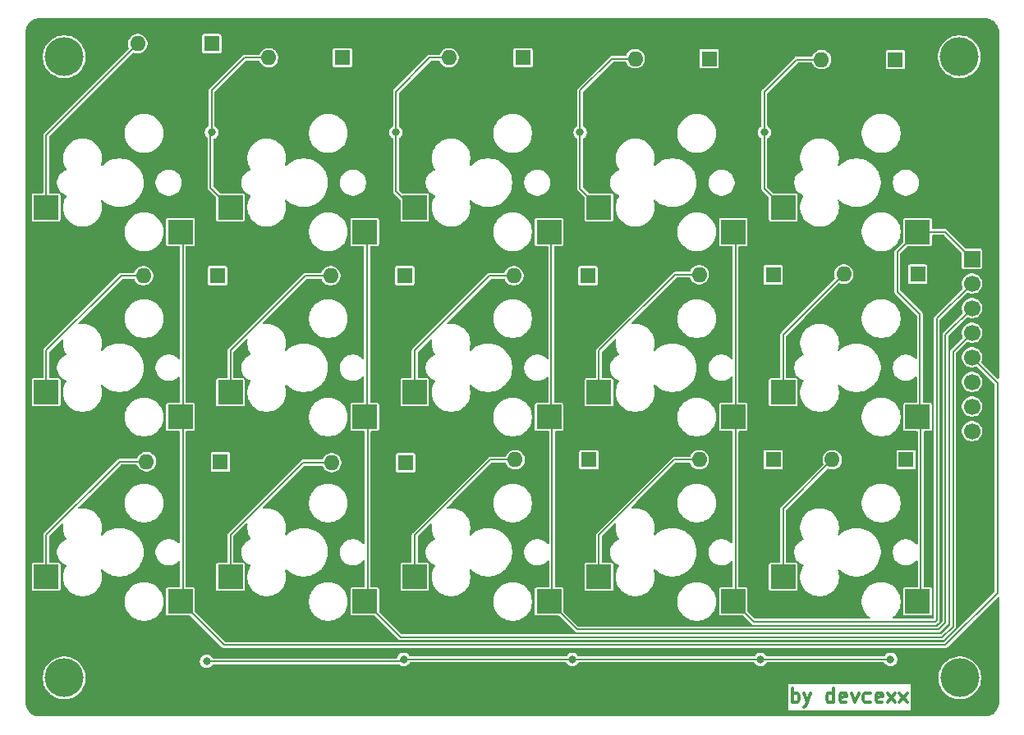
<source format=gtl>
G04 #@! TF.GenerationSoftware,KiCad,Pcbnew,9.0.1*
G04 #@! TF.CreationDate,2025-04-27T05:08:37+02:00*
G04 #@! TF.ProjectId,testing-split-kb-3w-guard-pours,74657374-696e-4672-9d73-706c69742d6b,rev?*
G04 #@! TF.SameCoordinates,Original*
G04 #@! TF.FileFunction,Copper,L1,Top*
G04 #@! TF.FilePolarity,Positive*
%FSLAX46Y46*%
G04 Gerber Fmt 4.6, Leading zero omitted, Abs format (unit mm)*
G04 Created by KiCad (PCBNEW 9.0.1) date 2025-04-27 05:08:37*
%MOMM*%
%LPD*%
G01*
G04 APERTURE LIST*
%ADD10C,0.300000*%
G04 #@! TA.AperFunction,NonConductor*
%ADD11C,0.300000*%
G04 #@! TD*
G04 #@! TA.AperFunction,ComponentPad*
%ADD12R,1.600000X1.600000*%
G04 #@! TD*
G04 #@! TA.AperFunction,ComponentPad*
%ADD13O,1.600000X1.600000*%
G04 #@! TD*
G04 #@! TA.AperFunction,ComponentPad*
%ADD14C,4.000000*%
G04 #@! TD*
G04 #@! TA.AperFunction,SMDPad,CuDef*
%ADD15R,2.550000X2.500000*%
G04 #@! TD*
G04 #@! TA.AperFunction,ComponentPad*
%ADD16R,1.700000X1.700000*%
G04 #@! TD*
G04 #@! TA.AperFunction,ComponentPad*
%ADD17C,1.700000*%
G04 #@! TD*
G04 #@! TA.AperFunction,ViaPad*
%ADD18C,0.800000*%
G04 #@! TD*
G04 #@! TA.AperFunction,Conductor*
%ADD19C,0.200000*%
G04 #@! TD*
G04 APERTURE END LIST*
D10*
D11*
X159354510Y-103650828D02*
X159354510Y-102150828D01*
X159354510Y-102722257D02*
X159497368Y-102650828D01*
X159497368Y-102650828D02*
X159783082Y-102650828D01*
X159783082Y-102650828D02*
X159925939Y-102722257D01*
X159925939Y-102722257D02*
X159997368Y-102793685D01*
X159997368Y-102793685D02*
X160068796Y-102936542D01*
X160068796Y-102936542D02*
X160068796Y-103365114D01*
X160068796Y-103365114D02*
X159997368Y-103507971D01*
X159997368Y-103507971D02*
X159925939Y-103579400D01*
X159925939Y-103579400D02*
X159783082Y-103650828D01*
X159783082Y-103650828D02*
X159497368Y-103650828D01*
X159497368Y-103650828D02*
X159354510Y-103579400D01*
X160568796Y-102650828D02*
X160925939Y-103650828D01*
X161283082Y-102650828D02*
X160925939Y-103650828D01*
X160925939Y-103650828D02*
X160783082Y-104007971D01*
X160783082Y-104007971D02*
X160711653Y-104079400D01*
X160711653Y-104079400D02*
X160568796Y-104150828D01*
X163640225Y-103650828D02*
X163640225Y-102150828D01*
X163640225Y-103579400D02*
X163497367Y-103650828D01*
X163497367Y-103650828D02*
X163211653Y-103650828D01*
X163211653Y-103650828D02*
X163068796Y-103579400D01*
X163068796Y-103579400D02*
X162997367Y-103507971D01*
X162997367Y-103507971D02*
X162925939Y-103365114D01*
X162925939Y-103365114D02*
X162925939Y-102936542D01*
X162925939Y-102936542D02*
X162997367Y-102793685D01*
X162997367Y-102793685D02*
X163068796Y-102722257D01*
X163068796Y-102722257D02*
X163211653Y-102650828D01*
X163211653Y-102650828D02*
X163497367Y-102650828D01*
X163497367Y-102650828D02*
X163640225Y-102722257D01*
X164925939Y-103579400D02*
X164783082Y-103650828D01*
X164783082Y-103650828D02*
X164497368Y-103650828D01*
X164497368Y-103650828D02*
X164354510Y-103579400D01*
X164354510Y-103579400D02*
X164283082Y-103436542D01*
X164283082Y-103436542D02*
X164283082Y-102865114D01*
X164283082Y-102865114D02*
X164354510Y-102722257D01*
X164354510Y-102722257D02*
X164497368Y-102650828D01*
X164497368Y-102650828D02*
X164783082Y-102650828D01*
X164783082Y-102650828D02*
X164925939Y-102722257D01*
X164925939Y-102722257D02*
X164997368Y-102865114D01*
X164997368Y-102865114D02*
X164997368Y-103007971D01*
X164997368Y-103007971D02*
X164283082Y-103150828D01*
X165497367Y-102650828D02*
X165854510Y-103650828D01*
X165854510Y-103650828D02*
X166211653Y-102650828D01*
X167425939Y-103579400D02*
X167283081Y-103650828D01*
X167283081Y-103650828D02*
X166997367Y-103650828D01*
X166997367Y-103650828D02*
X166854510Y-103579400D01*
X166854510Y-103579400D02*
X166783081Y-103507971D01*
X166783081Y-103507971D02*
X166711653Y-103365114D01*
X166711653Y-103365114D02*
X166711653Y-102936542D01*
X166711653Y-102936542D02*
X166783081Y-102793685D01*
X166783081Y-102793685D02*
X166854510Y-102722257D01*
X166854510Y-102722257D02*
X166997367Y-102650828D01*
X166997367Y-102650828D02*
X167283081Y-102650828D01*
X167283081Y-102650828D02*
X167425939Y-102722257D01*
X168640224Y-103579400D02*
X168497367Y-103650828D01*
X168497367Y-103650828D02*
X168211653Y-103650828D01*
X168211653Y-103650828D02*
X168068795Y-103579400D01*
X168068795Y-103579400D02*
X167997367Y-103436542D01*
X167997367Y-103436542D02*
X167997367Y-102865114D01*
X167997367Y-102865114D02*
X168068795Y-102722257D01*
X168068795Y-102722257D02*
X168211653Y-102650828D01*
X168211653Y-102650828D02*
X168497367Y-102650828D01*
X168497367Y-102650828D02*
X168640224Y-102722257D01*
X168640224Y-102722257D02*
X168711653Y-102865114D01*
X168711653Y-102865114D02*
X168711653Y-103007971D01*
X168711653Y-103007971D02*
X167997367Y-103150828D01*
X169211652Y-103650828D02*
X169997367Y-102650828D01*
X169211652Y-102650828D02*
X169997367Y-103650828D01*
X170425938Y-103650828D02*
X171211653Y-102650828D01*
X170425938Y-102650828D02*
X171211653Y-103650828D01*
D12*
G04 #@! TO.P,D5,1,K*
G04 #@! TO.N,row1*
X170000000Y-37300000D03*
D13*
G04 #@! TO.P,D5,2,A*
G04 #@! TO.N,Net-(D5-A)*
X162380000Y-37300000D03*
G04 #@! TD*
D14*
G04 #@! TO.P,,1*
G04 #@! TO.N,N/C*
X84300000Y-101100000D03*
G04 #@! TD*
D15*
G04 #@! TO.P,SW11,3,3*
G04 #@! TO.N,col5*
X96290000Y-93220000D03*
G04 #@! TO.P,SW11,4,4*
G04 #@! TO.N,Net-(D11-A)*
X82440000Y-90680000D03*
G04 #@! TD*
G04 #@! TO.P,SW15,3,3*
G04 #@! TO.N,col1*
X172290000Y-93220000D03*
G04 #@! TO.P,SW15,4,4*
G04 #@! TO.N,Net-(D15-A)*
X158440000Y-90680000D03*
G04 #@! TD*
G04 #@! TO.P,SW1,3,3*
G04 #@! TO.N,col5*
X96290000Y-55080000D03*
G04 #@! TO.P,SW1,4,4*
G04 #@! TO.N,Net-(D1-A)*
X82440000Y-52540000D03*
G04 #@! TD*
G04 #@! TO.P,SW5,3,3*
G04 #@! TO.N,col1*
X172290000Y-55080000D03*
G04 #@! TO.P,SW5,4,4*
G04 #@! TO.N,Net-(D5-A)*
X158440000Y-52540000D03*
G04 #@! TD*
G04 #@! TO.P,SW2,3,3*
G04 #@! TO.N,col4*
X115290000Y-55080000D03*
G04 #@! TO.P,SW2,4,4*
G04 #@! TO.N,Net-(D2-A)*
X101440000Y-52540000D03*
G04 #@! TD*
D12*
G04 #@! TO.P,D6,1,K*
G04 #@! TO.N,row2*
X100110000Y-59600000D03*
D13*
G04 #@! TO.P,D6,2,A*
G04 #@! TO.N,Net-(D6-A)*
X92490000Y-59600000D03*
G04 #@! TD*
D12*
G04 #@! TO.P,D7,1,K*
G04 #@! TO.N,row2*
X119410000Y-59600000D03*
D13*
G04 #@! TO.P,D7,2,A*
G04 #@! TO.N,Net-(D7-A)*
X111790000Y-59600000D03*
G04 #@! TD*
D12*
G04 #@! TO.P,D14,1,K*
G04 #@! TO.N,row3*
X157410000Y-78600000D03*
D13*
G04 #@! TO.P,D14,2,A*
G04 #@! TO.N,Net-(D14-A)*
X149790000Y-78600000D03*
G04 #@! TD*
D15*
G04 #@! TO.P,SW9,3,3*
G04 #@! TO.N,col2*
X153290000Y-74180000D03*
G04 #@! TO.P,SW9,4,4*
G04 #@! TO.N,Net-(D9-A)*
X139440000Y-71640000D03*
G04 #@! TD*
G04 #@! TO.P,SW14,3,3*
G04 #@! TO.N,col2*
X153290000Y-93220000D03*
G04 #@! TO.P,SW14,4,4*
G04 #@! TO.N,Net-(D14-A)*
X139440000Y-90680000D03*
G04 #@! TD*
D12*
G04 #@! TO.P,D4,1,K*
G04 #@! TO.N,row1*
X150800000Y-37200000D03*
D13*
G04 #@! TO.P,D4,2,A*
G04 #@! TO.N,Net-(D4-A)*
X143180000Y-37200000D03*
G04 #@! TD*
D12*
G04 #@! TO.P,D8,1,K*
G04 #@! TO.N,row2*
X138300000Y-59600000D03*
D13*
G04 #@! TO.P,D8,2,A*
G04 #@! TO.N,Net-(D8-A)*
X130680000Y-59600000D03*
G04 #@! TD*
D15*
G04 #@! TO.P,SW4,3,3*
G04 #@! TO.N,col2*
X153290000Y-55080000D03*
G04 #@! TO.P,SW4,4,4*
G04 #@! TO.N,Net-(D4-A)*
X139440000Y-52540000D03*
G04 #@! TD*
G04 #@! TO.P,SW6,3,3*
G04 #@! TO.N,col5*
X96290000Y-74180000D03*
G04 #@! TO.P,SW6,4,4*
G04 #@! TO.N,Net-(D6-A)*
X82440000Y-71640000D03*
G04 #@! TD*
D12*
G04 #@! TO.P,D9,1,K*
G04 #@! TO.N,row2*
X157410000Y-59500000D03*
D13*
G04 #@! TO.P,D9,2,A*
G04 #@! TO.N,Net-(D9-A)*
X149790000Y-59500000D03*
G04 #@! TD*
D15*
G04 #@! TO.P,SW8,3,3*
G04 #@! TO.N,col3*
X134290000Y-74180000D03*
G04 #@! TO.P,SW8,4,4*
G04 #@! TO.N,Net-(D8-A)*
X120440000Y-71640000D03*
G04 #@! TD*
G04 #@! TO.P,SW7,3,3*
G04 #@! TO.N,col4*
X115290000Y-74180000D03*
G04 #@! TO.P,SW7,4,4*
G04 #@! TO.N,Net-(D7-A)*
X101440000Y-71640000D03*
G04 #@! TD*
D14*
G04 #@! TO.P,,1*
G04 #@! TO.N,N/C*
X176600000Y-37000000D03*
G04 #@! TD*
D15*
G04 #@! TO.P,SW10,3,3*
G04 #@! TO.N,col1*
X172290000Y-74180000D03*
G04 #@! TO.P,SW10,4,4*
G04 #@! TO.N,Net-(D10-A)*
X158440000Y-71640000D03*
G04 #@! TD*
D14*
G04 #@! TO.P,,1*
G04 #@! TO.N,N/C*
X176650000Y-101100000D03*
G04 #@! TD*
D12*
G04 #@! TO.P,D3,1,K*
G04 #@! TO.N,row1*
X131600000Y-37100000D03*
D13*
G04 #@! TO.P,D3,2,A*
G04 #@! TO.N,Net-(D3-A)*
X123980000Y-37100000D03*
G04 #@! TD*
D12*
G04 #@! TO.P,D12,1,K*
G04 #@! TO.N,row3*
X119510000Y-78900000D03*
D13*
G04 #@! TO.P,D12,2,A*
G04 #@! TO.N,Net-(D12-A)*
X111890000Y-78900000D03*
G04 #@! TD*
D14*
G04 #@! TO.P,,1*
G04 #@! TO.N,N/C*
X84300000Y-37000000D03*
G04 #@! TD*
D16*
G04 #@! TO.P,J1,1,Pin_1*
G04 #@! TO.N,col1*
X177900000Y-57860000D03*
D17*
G04 #@! TO.P,J1,2,Pin_2*
G04 #@! TO.N,col2*
X177900000Y-60400000D03*
G04 #@! TO.P,J1,3,Pin_3*
G04 #@! TO.N,col3*
X177900000Y-62940000D03*
G04 #@! TO.P,J1,4,Pin_4*
G04 #@! TO.N,col4*
X177900000Y-65480000D03*
G04 #@! TO.P,J1,5,Pin_5*
G04 #@! TO.N,col5*
X177900000Y-68020000D03*
G04 #@! TO.P,J1,6,Pin_6*
G04 #@! TO.N,row1*
X177900000Y-70560000D03*
G04 #@! TO.P,J1,7,Pin_7*
G04 #@! TO.N,row2*
X177900000Y-73100000D03*
G04 #@! TO.P,J1,8,Pin_8*
G04 #@! TO.N,row3*
X177900000Y-75640000D03*
G04 #@! TO.P,J1,9,Pin_9*
G04 #@! TO.N,GND*
X177900000Y-78180000D03*
G04 #@! TD*
D15*
G04 #@! TO.P,SW13,3,3*
G04 #@! TO.N,col3*
X134290000Y-93220000D03*
G04 #@! TO.P,SW13,4,4*
G04 #@! TO.N,Net-(D13-A)*
X120440000Y-90680000D03*
G04 #@! TD*
D12*
G04 #@! TO.P,D11,1,K*
G04 #@! TO.N,row3*
X100410000Y-78800000D03*
D13*
G04 #@! TO.P,D11,2,A*
G04 #@! TO.N,Net-(D11-A)*
X92790000Y-78800000D03*
G04 #@! TD*
D12*
G04 #@! TO.P,D1,1,K*
G04 #@! TO.N,row1*
X99510000Y-35650000D03*
D13*
G04 #@! TO.P,D1,2,A*
G04 #@! TO.N,Net-(D1-A)*
X91890000Y-35650000D03*
G04 #@! TD*
D12*
G04 #@! TO.P,D15,1,K*
G04 #@! TO.N,row3*
X171110000Y-78600000D03*
D13*
G04 #@! TO.P,D15,2,A*
G04 #@! TO.N,Net-(D15-A)*
X163490000Y-78600000D03*
G04 #@! TD*
D15*
G04 #@! TO.P,SW12,3,3*
G04 #@! TO.N,col4*
X115290000Y-93220000D03*
G04 #@! TO.P,SW12,4,4*
G04 #@! TO.N,Net-(D12-A)*
X101440000Y-90680000D03*
G04 #@! TD*
D12*
G04 #@! TO.P,D13,1,K*
G04 #@! TO.N,row3*
X138410000Y-78600000D03*
D13*
G04 #@! TO.P,D13,2,A*
G04 #@! TO.N,Net-(D13-A)*
X130790000Y-78600000D03*
G04 #@! TD*
D12*
G04 #@! TO.P,D2,1,K*
G04 #@! TO.N,row1*
X113000000Y-37100000D03*
D13*
G04 #@! TO.P,D2,2,A*
G04 #@! TO.N,Net-(D2-A)*
X105380000Y-37100000D03*
G04 #@! TD*
D12*
G04 #@! TO.P,D10,1,K*
G04 #@! TO.N,row2*
X172300000Y-59450000D03*
D13*
G04 #@! TO.P,D10,2,A*
G04 #@! TO.N,Net-(D10-A)*
X164680000Y-59450000D03*
G04 #@! TD*
D15*
G04 #@! TO.P,SW3,3,3*
G04 #@! TO.N,col3*
X134290000Y-55080000D03*
G04 #@! TO.P,SW3,4,4*
G04 #@! TO.N,Net-(D3-A)*
X120440000Y-52540000D03*
G04 #@! TD*
D18*
G04 #@! TO.N,Net-(D2-A)*
X99500000Y-44800000D03*
G04 #@! TO.N,Net-(D3-A)*
X118500000Y-44800000D03*
G04 #@! TO.N,Net-(D4-A)*
X137500000Y-44800000D03*
G04 #@! TO.N,Net-(D5-A)*
X156500000Y-44800000D03*
G04 #@! TO.N,row3*
X99000000Y-99400000D03*
X156100000Y-99200000D03*
X119300000Y-99200000D03*
X169500000Y-99200000D03*
X136700000Y-99200000D03*
G04 #@! TO.N,GND*
X117200000Y-50550000D03*
X113950000Y-102250000D03*
X116900000Y-68900000D03*
X136200000Y-50400000D03*
X173400000Y-38500000D03*
X157900000Y-102650000D03*
X155050000Y-69200000D03*
X93250000Y-98950000D03*
X135800000Y-69100000D03*
X98350000Y-68600000D03*
X151850000Y-39250000D03*
X108950000Y-39300000D03*
X155200000Y-50450000D03*
X90950000Y-39100000D03*
X150100000Y-87850000D03*
X129200000Y-39250000D03*
X131150000Y-102600000D03*
X179100000Y-49850000D03*
X112150000Y-88050000D03*
X131100000Y-87850000D03*
X93100000Y-88000000D03*
X98200000Y-50550000D03*
X177900000Y-87700000D03*
G04 #@! TD*
D19*
G04 #@! TO.N,Net-(D1-A)*
X82440000Y-45100000D02*
X91890000Y-35650000D01*
X82440000Y-52540000D02*
X82440000Y-45100000D01*
G04 #@! TO.N,Net-(D2-A)*
X99400000Y-50500000D02*
X99400000Y-44900000D01*
X99400000Y-44900000D02*
X99500000Y-44800000D01*
X102900000Y-37100000D02*
X105380000Y-37100000D01*
X99500000Y-44800000D02*
X99500000Y-40500000D01*
X99500000Y-40500000D02*
X102900000Y-37100000D01*
X101440000Y-52540000D02*
X99400000Y-50500000D01*
G04 #@! TO.N,Net-(D3-A)*
X122000000Y-37100000D02*
X123980000Y-37100000D01*
X120140000Y-52540000D02*
X118500000Y-50900000D01*
X120440000Y-52540000D02*
X120140000Y-52540000D01*
X118500000Y-50900000D02*
X118500000Y-44800000D01*
X118500000Y-40600000D02*
X122000000Y-37100000D01*
X118500000Y-44800000D02*
X118500000Y-40600000D01*
G04 #@! TO.N,Net-(D4-A)*
X137500000Y-40500000D02*
X140800000Y-37200000D01*
X137500000Y-50600000D02*
X137500000Y-44800000D01*
X137500000Y-44800000D02*
X137500000Y-40500000D01*
X139440000Y-52540000D02*
X137500000Y-50600000D01*
X140800000Y-37200000D02*
X143180000Y-37200000D01*
G04 #@! TO.N,Net-(D5-A)*
X158440000Y-52540000D02*
X156500000Y-50600000D01*
X159800000Y-37300000D02*
X162380000Y-37300000D01*
X156500000Y-40600000D02*
X159800000Y-37300000D01*
X156500000Y-44800000D02*
X156500000Y-40600000D01*
X156500000Y-50600000D02*
X156500000Y-44800000D01*
G04 #@! TO.N,Net-(D6-A)*
X82440000Y-67338737D02*
X90178737Y-59600000D01*
X90178737Y-59600000D02*
X92490000Y-59600000D01*
X82440000Y-71640000D02*
X82440000Y-67338737D01*
G04 #@! TO.N,Net-(D7-A)*
X109178737Y-59600000D02*
X111790000Y-59600000D01*
X101440000Y-71640000D02*
X101440000Y-67338737D01*
X101440000Y-67338737D02*
X109178737Y-59600000D01*
G04 #@! TO.N,Net-(D8-A)*
X120440000Y-71640000D02*
X120440000Y-67338737D01*
X128178737Y-59600000D02*
X130680000Y-59600000D01*
X120440000Y-67338737D02*
X128178737Y-59600000D01*
G04 #@! TO.N,Net-(D9-A)*
X147278737Y-59500000D02*
X149790000Y-59500000D01*
X139440000Y-71640000D02*
X139440000Y-67338737D01*
X139440000Y-67338737D02*
X147278737Y-59500000D01*
G04 #@! TO.N,Net-(D10-A)*
X158440000Y-71640000D02*
X158440000Y-65690000D01*
X158440000Y-65690000D02*
X164680000Y-59450000D01*
G04 #@! TO.N,Net-(D11-A)*
X90018737Y-78800000D02*
X92790000Y-78800000D01*
X82440000Y-86378737D02*
X90018737Y-78800000D01*
X82440000Y-90680000D02*
X82440000Y-86378737D01*
G04 #@! TO.N,row3*
X156100000Y-99200000D02*
X169500000Y-99200000D01*
X119300000Y-99200000D02*
X136700000Y-99200000D01*
X119100000Y-99400000D02*
X119300000Y-99200000D01*
X136700000Y-99200000D02*
X156100000Y-99200000D01*
X99000000Y-99400000D02*
X119100000Y-99400000D01*
G04 #@! TO.N,Net-(D12-A)*
X108918737Y-78900000D02*
X111890000Y-78900000D01*
X101440000Y-90680000D02*
X101440000Y-86378737D01*
X101440000Y-86378737D02*
X108918737Y-78900000D01*
G04 #@! TO.N,Net-(D13-A)*
X128218737Y-78600000D02*
X130590000Y-78600000D01*
X120440000Y-90680000D02*
X120440000Y-86378737D01*
X120440000Y-86378737D02*
X128218737Y-78600000D01*
G04 #@! TO.N,Net-(D14-A)*
X139440000Y-86378737D02*
X147218737Y-78600000D01*
X139440000Y-90680000D02*
X139440000Y-86378737D01*
X147218737Y-78600000D02*
X149790000Y-78600000D01*
G04 #@! TO.N,Net-(D15-A)*
X158440000Y-90680000D02*
X158440000Y-83650000D01*
X158440000Y-83650000D02*
X163490000Y-78600000D01*
G04 #@! TO.N,col3*
X137192000Y-96122000D02*
X134290000Y-93220000D01*
X134531900Y-55321900D02*
X134531900Y-73938100D01*
X175150000Y-95419785D02*
X174447785Y-96122000D01*
X134531900Y-73938100D02*
X134290000Y-74180000D01*
X177900000Y-62940000D02*
X175150000Y-65690000D01*
X175150000Y-65690000D02*
X175150000Y-95419785D01*
X174447785Y-96122000D02*
X137192000Y-96122000D01*
X134600000Y-74490000D02*
X134600000Y-92910000D01*
X134290000Y-74180000D02*
X134600000Y-74490000D01*
G04 #@! TO.N,col5*
X96531900Y-74421900D02*
X96531900Y-92978100D01*
X96290000Y-93220000D02*
X100794000Y-97724000D01*
X96290000Y-74180000D02*
X96531900Y-74421900D01*
X175158786Y-97724000D02*
X180550000Y-92332786D01*
X96531900Y-92978100D02*
X96290000Y-93220000D01*
X180550000Y-92332786D02*
X180550000Y-70670000D01*
X180550000Y-70670000D02*
X177900000Y-68020000D01*
X100794000Y-97724000D02*
X175158786Y-97724000D01*
X96531900Y-73938100D02*
X96290000Y-74180000D01*
X96531900Y-55321900D02*
X96531900Y-73938100D01*
G04 #@! TO.N,col1*
X172531900Y-73938100D02*
X172531900Y-63581900D01*
X175120000Y-55080000D02*
X177900000Y-57860000D01*
X170200000Y-57170000D02*
X172290000Y-55080000D01*
X172290000Y-55080000D02*
X175120000Y-55080000D01*
X172290000Y-74180000D02*
X172611000Y-74501000D01*
X170200000Y-61250000D02*
X170200000Y-57170000D01*
X172611000Y-92899000D02*
X172290000Y-93220000D01*
X172531900Y-73938100D02*
X172290000Y-74180000D01*
X172611000Y-74501000D02*
X172611000Y-92899000D01*
X172290000Y-55080000D02*
X172531900Y-55321900D01*
X172531900Y-63581900D02*
X170200000Y-61250000D01*
G04 #@! TO.N,col2*
X174266000Y-95171000D02*
X174116000Y-95321000D01*
X153531900Y-73938100D02*
X153531900Y-55321900D01*
X153531900Y-92978100D02*
X153531900Y-74421900D01*
X174266000Y-64034000D02*
X174266000Y-95171000D01*
X153290000Y-74180000D02*
X153531900Y-73938100D01*
X177900000Y-60400000D02*
X174266000Y-64034000D01*
X174116000Y-95321000D02*
X155391000Y-95321000D01*
X153531900Y-74421900D02*
X153290000Y-74180000D01*
X155391000Y-95321000D02*
X153290000Y-93220000D01*
G04 #@! TO.N,col4*
X115600000Y-92910000D02*
X115600000Y-74490000D01*
X118993000Y-96923000D02*
X115290000Y-93220000D01*
X115531900Y-55321900D02*
X115531900Y-73938100D01*
X115310000Y-93200000D02*
X115600000Y-92910000D01*
X177900000Y-65480000D02*
X175950000Y-67430000D01*
X175950000Y-67430000D02*
X175950000Y-95800000D01*
X174827000Y-96923000D02*
X118993000Y-96923000D01*
X175950000Y-95800000D02*
X174827000Y-96923000D01*
X115531900Y-73938100D02*
X115290000Y-74180000D01*
X115300000Y-93200000D02*
X115310000Y-93200000D01*
X115600000Y-74490000D02*
X115290000Y-74180000D01*
G04 #@! TD*
G04 #@! TA.AperFunction,Conductor*
G04 #@! TO.N,GND*
G36*
X179203522Y-33000752D02*
G01*
X179228505Y-33002538D01*
X179406345Y-33015258D01*
X179420308Y-33017265D01*
X179615549Y-33059737D01*
X179629088Y-33063713D01*
X179816292Y-33133537D01*
X179829118Y-33139394D01*
X180004483Y-33235150D01*
X180016358Y-33242782D01*
X180176290Y-33362506D01*
X180186965Y-33371755D01*
X180328241Y-33513031D01*
X180337491Y-33523707D01*
X180457216Y-33683641D01*
X180464852Y-33695523D01*
X180560599Y-33870870D01*
X180566467Y-33883719D01*
X180636284Y-34070903D01*
X180640264Y-34084456D01*
X180682732Y-34279680D01*
X180684742Y-34293661D01*
X180699248Y-34496475D01*
X180699500Y-34503538D01*
X180699500Y-70155521D01*
X180680593Y-70213712D01*
X180631093Y-70249676D01*
X180569907Y-70249676D01*
X180530496Y-70225525D01*
X178875263Y-68570292D01*
X178847486Y-68515775D01*
X178853802Y-68462405D01*
X178910130Y-68326420D01*
X178950500Y-68123465D01*
X178950500Y-67916535D01*
X178910130Y-67713580D01*
X178830941Y-67522402D01*
X178715977Y-67350345D01*
X178569655Y-67204023D01*
X178411394Y-67098277D01*
X178397597Y-67089058D01*
X178206418Y-67009869D01*
X178003467Y-66969500D01*
X178003465Y-66969500D01*
X177796535Y-66969500D01*
X177796532Y-66969500D01*
X177593581Y-67009869D01*
X177402402Y-67089058D01*
X177230348Y-67204020D01*
X177084020Y-67350348D01*
X176969058Y-67522402D01*
X176889869Y-67713581D01*
X176849500Y-67916532D01*
X176849500Y-68123467D01*
X176889869Y-68326418D01*
X176969058Y-68517597D01*
X177078583Y-68681514D01*
X177084023Y-68689655D01*
X177230345Y-68835977D01*
X177402402Y-68950941D01*
X177593580Y-69030130D01*
X177796535Y-69070500D01*
X177796536Y-69070500D01*
X178003464Y-69070500D01*
X178003465Y-69070500D01*
X178206420Y-69030130D01*
X178342405Y-68973802D01*
X178403399Y-68969002D01*
X178450292Y-68995263D01*
X180220504Y-70765475D01*
X180248281Y-70819992D01*
X180249500Y-70835479D01*
X180249500Y-92167307D01*
X180230593Y-92225498D01*
X180220504Y-92237311D01*
X175063311Y-97394504D01*
X175008794Y-97422281D01*
X174993307Y-97423500D01*
X100959479Y-97423500D01*
X100901288Y-97404593D01*
X100889475Y-97394504D01*
X97794496Y-94299525D01*
X97766719Y-94245008D01*
X97765500Y-94229521D01*
X97765500Y-93088880D01*
X109539500Y-93088880D01*
X109539500Y-93351120D01*
X109573730Y-93611116D01*
X109641600Y-93864411D01*
X109641604Y-93864424D01*
X109741953Y-94106689D01*
X109741955Y-94106693D01*
X109741957Y-94106697D01*
X109812869Y-94229521D01*
X109853285Y-94299525D01*
X109873076Y-94333803D01*
X110032718Y-94541851D01*
X110218149Y-94727282D01*
X110426197Y-94886924D01*
X110653303Y-95018043D01*
X110895581Y-95118398D01*
X111148884Y-95186270D01*
X111408880Y-95220500D01*
X111408881Y-95220500D01*
X111671119Y-95220500D01*
X111671120Y-95220500D01*
X111931116Y-95186270D01*
X112184419Y-95118398D01*
X112426697Y-95018043D01*
X112653803Y-94886924D01*
X112861851Y-94727282D01*
X113047282Y-94541851D01*
X113206924Y-94333803D01*
X113338043Y-94106697D01*
X113438398Y-93864419D01*
X113506270Y-93611116D01*
X113540500Y-93351120D01*
X113540500Y-93088880D01*
X113506270Y-92828884D01*
X113438398Y-92575581D01*
X113338043Y-92333303D01*
X113206924Y-92106197D01*
X113047282Y-91898149D01*
X112861851Y-91712718D01*
X112653803Y-91553076D01*
X112653804Y-91553076D01*
X112653802Y-91553075D01*
X112561630Y-91499860D01*
X112426697Y-91421957D01*
X112426693Y-91421955D01*
X112426689Y-91421953D01*
X112184424Y-91321604D01*
X112184423Y-91321603D01*
X112184419Y-91321602D01*
X111931116Y-91253730D01*
X111931111Y-91253729D01*
X111931110Y-91253729D01*
X111671120Y-91219500D01*
X111408880Y-91219500D01*
X111408879Y-91219500D01*
X111148889Y-91253729D01*
X111148886Y-91253729D01*
X111148884Y-91253730D01*
X110963464Y-91303412D01*
X110895588Y-91321600D01*
X110895575Y-91321604D01*
X110653310Y-91421953D01*
X110426197Y-91553075D01*
X110218152Y-91712715D01*
X110032715Y-91898152D01*
X109873075Y-92106197D01*
X109741953Y-92333310D01*
X109641604Y-92575575D01*
X109641600Y-92575588D01*
X109623412Y-92643464D01*
X109573730Y-92828884D01*
X109539500Y-93088880D01*
X97765500Y-93088880D01*
X97765500Y-91950253D01*
X97765498Y-91950241D01*
X97762711Y-91936231D01*
X97753867Y-91891769D01*
X97709552Y-91825448D01*
X97662193Y-91793803D01*
X97643233Y-91781134D01*
X97643231Y-91781133D01*
X97643228Y-91781132D01*
X97643227Y-91781132D01*
X97584758Y-91769501D01*
X97584748Y-91769500D01*
X97584747Y-91769500D01*
X96931400Y-91769500D01*
X96873209Y-91750593D01*
X96837245Y-91701093D01*
X96832400Y-91670500D01*
X96832400Y-89410253D01*
X99964500Y-89410253D01*
X99964500Y-91949746D01*
X99964501Y-91949758D01*
X99974863Y-92001847D01*
X99976133Y-92008231D01*
X100020448Y-92074552D01*
X100086769Y-92118867D01*
X100131231Y-92127711D01*
X100145241Y-92130498D01*
X100145246Y-92130498D01*
X100145252Y-92130500D01*
X100145253Y-92130500D01*
X102734747Y-92130500D01*
X102734748Y-92130500D01*
X102793231Y-92118867D01*
X102859552Y-92074552D01*
X102903867Y-92008231D01*
X102915500Y-91949748D01*
X102915500Y-89410252D01*
X102903867Y-89351769D01*
X102859552Y-89285448D01*
X102859548Y-89285445D01*
X102793233Y-89241134D01*
X102793231Y-89241133D01*
X102793228Y-89241132D01*
X102793227Y-89241132D01*
X102734758Y-89229501D01*
X102734748Y-89229500D01*
X102734747Y-89229500D01*
X101839500Y-89229500D01*
X101781309Y-89210593D01*
X101745345Y-89161093D01*
X101740500Y-89130500D01*
X101740500Y-86544215D01*
X101759407Y-86486024D01*
X101769490Y-86474217D01*
X103046147Y-85197559D01*
X103100662Y-85169784D01*
X103161094Y-85179355D01*
X103204359Y-85222620D01*
X103214302Y-85280487D01*
X103189500Y-85468878D01*
X103189500Y-85731120D01*
X103218764Y-85953401D01*
X103223730Y-85991116D01*
X103278153Y-86194226D01*
X103291600Y-86244411D01*
X103291604Y-86244424D01*
X103391953Y-86486689D01*
X103391955Y-86486693D01*
X103391957Y-86486697D01*
X103511809Y-86694288D01*
X103523079Y-86713808D01*
X103524099Y-86715334D01*
X103524231Y-86715803D01*
X103524697Y-86716610D01*
X103524492Y-86716728D01*
X103540710Y-86774221D01*
X103519535Y-86831626D01*
X103472379Y-86864493D01*
X103401252Y-86887603D01*
X103211714Y-86984177D01*
X103039623Y-87109209D01*
X102889209Y-87259623D01*
X102764177Y-87431714D01*
X102667605Y-87621248D01*
X102601875Y-87823548D01*
X102568600Y-88033638D01*
X102568600Y-88246361D01*
X102601875Y-88456451D01*
X102667605Y-88658751D01*
X102667607Y-88658754D01*
X102667608Y-88658758D01*
X102695618Y-88713730D01*
X102755689Y-88831627D01*
X102764179Y-88848288D01*
X102889210Y-89020378D01*
X103039622Y-89170790D01*
X103211712Y-89295821D01*
X103401242Y-89392392D01*
X103472378Y-89415505D01*
X103521878Y-89451469D01*
X103540786Y-89509659D01*
X103524519Y-89563287D01*
X103524697Y-89563390D01*
X103524258Y-89564149D01*
X103524105Y-89564656D01*
X103523082Y-89566186D01*
X103391953Y-89793310D01*
X103298823Y-90018147D01*
X103291602Y-90035581D01*
X103253565Y-90177540D01*
X103223729Y-90288889D01*
X103190578Y-90540689D01*
X103189500Y-90548880D01*
X103189500Y-90811120D01*
X103223730Y-91071116D01*
X103272661Y-91253729D01*
X103291600Y-91324411D01*
X103291604Y-91324424D01*
X103391953Y-91566689D01*
X103391955Y-91566693D01*
X103391957Y-91566697D01*
X103469550Y-91701093D01*
X103523075Y-91793802D01*
X103598246Y-91891766D01*
X103682718Y-92001851D01*
X103868149Y-92187282D01*
X104076197Y-92346924D01*
X104303303Y-92478043D01*
X104545581Y-92578398D01*
X104798884Y-92646270D01*
X105058880Y-92680500D01*
X105058881Y-92680500D01*
X105321119Y-92680500D01*
X105321120Y-92680500D01*
X105581116Y-92646270D01*
X105834419Y-92578398D01*
X106076697Y-92478043D01*
X106303803Y-92346924D01*
X106511851Y-92187282D01*
X106697282Y-92001851D01*
X106856924Y-91793803D01*
X106988043Y-91566697D01*
X107088398Y-91324419D01*
X107156270Y-91071116D01*
X107190500Y-90811120D01*
X107190500Y-90548880D01*
X107156270Y-90288884D01*
X107088398Y-90035581D01*
X107081175Y-90018145D01*
X107076375Y-89957150D01*
X107108345Y-89904981D01*
X107164872Y-89881566D01*
X107224367Y-89895850D01*
X107242639Y-89910253D01*
X107335246Y-90002860D01*
X107554288Y-90177540D01*
X107672899Y-90252068D01*
X107791512Y-90326598D01*
X107927380Y-90392028D01*
X108043931Y-90448156D01*
X108043934Y-90448157D01*
X108043933Y-90448157D01*
X108176152Y-90494422D01*
X108308374Y-90540689D01*
X108581514Y-90603031D01*
X108859901Y-90634399D01*
X108859917Y-90634399D01*
X108859918Y-90634400D01*
X108859919Y-90634400D01*
X109140081Y-90634400D01*
X109140082Y-90634400D01*
X109140083Y-90634399D01*
X109140098Y-90634399D01*
X109384221Y-90606891D01*
X109418486Y-90603031D01*
X109691626Y-90540689D01*
X109956069Y-90448156D01*
X110208489Y-90326597D01*
X110445712Y-90177540D01*
X110664754Y-90002860D01*
X110862860Y-89804754D01*
X111037540Y-89585712D01*
X111186597Y-89348489D01*
X111308156Y-89096069D01*
X111400689Y-88831626D01*
X111463031Y-88558486D01*
X111466891Y-88524221D01*
X111494399Y-88280098D01*
X111494400Y-88280081D01*
X111494400Y-87999918D01*
X111494399Y-87999901D01*
X111463031Y-87721514D01*
X111439726Y-87619407D01*
X111400689Y-87448374D01*
X111351858Y-87308823D01*
X111308157Y-87183933D01*
X111186598Y-86931512D01*
X111051566Y-86716610D01*
X111037540Y-86694288D01*
X110862860Y-86475246D01*
X110664754Y-86277140D01*
X110445712Y-86102460D01*
X110208487Y-85953401D01*
X109956065Y-85831842D01*
X109956066Y-85831842D01*
X109691627Y-85739311D01*
X109691628Y-85739311D01*
X109418485Y-85676968D01*
X109140098Y-85645600D01*
X109140082Y-85645600D01*
X108859918Y-85645600D01*
X108859901Y-85645600D01*
X108581514Y-85676968D01*
X108308372Y-85739311D01*
X108043933Y-85831842D01*
X107791512Y-85953401D01*
X107554287Y-86102460D01*
X107335242Y-86277143D01*
X107242643Y-86369742D01*
X107188126Y-86397519D01*
X107127694Y-86387947D01*
X107084430Y-86344683D01*
X107074859Y-86284250D01*
X107081177Y-86261851D01*
X107088398Y-86244419D01*
X107156270Y-85991116D01*
X107190500Y-85731120D01*
X107190500Y-85468880D01*
X107156270Y-85208884D01*
X107088398Y-84955581D01*
X106988043Y-84713303D01*
X106856924Y-84486197D01*
X106697282Y-84278149D01*
X106511851Y-84092718D01*
X106303803Y-83933076D01*
X106303804Y-83933076D01*
X106303802Y-83933075D01*
X106211630Y-83879860D01*
X106076697Y-83801957D01*
X106076693Y-83801955D01*
X106076689Y-83801953D01*
X105834424Y-83701604D01*
X105834423Y-83701603D01*
X105834419Y-83701602D01*
X105581116Y-83633730D01*
X105581111Y-83633729D01*
X105581110Y-83633729D01*
X105321120Y-83599500D01*
X105058880Y-83599500D01*
X105058878Y-83599500D01*
X104870487Y-83624302D01*
X104810326Y-83613152D01*
X104768209Y-83568769D01*
X104760223Y-83508107D01*
X104787559Y-83456147D01*
X105314826Y-82928880D01*
X109539500Y-82928880D01*
X109539500Y-83191120D01*
X109573730Y-83451116D01*
X109620135Y-83624302D01*
X109641600Y-83704411D01*
X109641604Y-83704424D01*
X109741953Y-83946689D01*
X109741955Y-83946693D01*
X109741957Y-83946697D01*
X109873076Y-84173803D01*
X110032718Y-84381851D01*
X110218149Y-84567282D01*
X110426197Y-84726924D01*
X110653303Y-84858043D01*
X110895581Y-84958398D01*
X111148884Y-85026270D01*
X111408880Y-85060500D01*
X111408881Y-85060500D01*
X111671119Y-85060500D01*
X111671120Y-85060500D01*
X111931116Y-85026270D01*
X112184419Y-84958398D01*
X112426697Y-84858043D01*
X112653803Y-84726924D01*
X112861851Y-84567282D01*
X113047282Y-84381851D01*
X113206924Y-84173803D01*
X113338043Y-83946697D01*
X113438398Y-83704419D01*
X113506270Y-83451116D01*
X113540500Y-83191120D01*
X113540500Y-82928880D01*
X113506270Y-82668884D01*
X113438398Y-82415581D01*
X113338043Y-82173303D01*
X113206924Y-81946197D01*
X113047282Y-81738149D01*
X112861851Y-81552718D01*
X112653803Y-81393076D01*
X112653804Y-81393076D01*
X112653802Y-81393075D01*
X112561630Y-81339860D01*
X112426697Y-81261957D01*
X112426693Y-81261955D01*
X112426689Y-81261953D01*
X112184424Y-81161604D01*
X112184423Y-81161603D01*
X112184419Y-81161602D01*
X111931116Y-81093730D01*
X111931111Y-81093729D01*
X111931110Y-81093729D01*
X111671120Y-81059500D01*
X111408880Y-81059500D01*
X111408879Y-81059500D01*
X111148889Y-81093729D01*
X111148886Y-81093729D01*
X111148884Y-81093730D01*
X110963464Y-81143412D01*
X110895588Y-81161600D01*
X110895575Y-81161604D01*
X110653310Y-81261953D01*
X110426197Y-81393075D01*
X110218152Y-81552715D01*
X110032715Y-81738152D01*
X109873075Y-81946197D01*
X109741953Y-82173310D01*
X109641604Y-82415575D01*
X109641602Y-82415581D01*
X109573730Y-82668884D01*
X109539500Y-82928880D01*
X105314826Y-82928880D01*
X109014212Y-79229496D01*
X109068729Y-79201719D01*
X109084216Y-79200500D01*
X110865388Y-79200500D01*
X110923579Y-79219407D01*
X110956852Y-79261615D01*
X111003367Y-79373912D01*
X111003368Y-79373914D01*
X111112861Y-79537782D01*
X111252218Y-79677139D01*
X111416086Y-79786632D01*
X111598165Y-79862051D01*
X111791459Y-79900500D01*
X111791460Y-79900500D01*
X111988540Y-79900500D01*
X111988541Y-79900500D01*
X112181835Y-79862051D01*
X112363914Y-79786632D01*
X112527782Y-79677139D01*
X112667139Y-79537782D01*
X112776632Y-79373914D01*
X112852051Y-79191835D01*
X112890500Y-78998541D01*
X112890500Y-78801459D01*
X112852051Y-78608165D01*
X112776632Y-78426086D01*
X112667139Y-78262218D01*
X112527782Y-78122861D01*
X112378126Y-78022864D01*
X112363913Y-78013367D01*
X112181835Y-77937949D01*
X111988543Y-77899500D01*
X111988541Y-77899500D01*
X111791459Y-77899500D01*
X111791456Y-77899500D01*
X111598165Y-77937949D01*
X111598163Y-77937949D01*
X111416086Y-78013367D01*
X111252218Y-78122861D01*
X111252214Y-78122864D01*
X111112864Y-78262214D01*
X111112861Y-78262218D01*
X111003367Y-78426087D01*
X110956852Y-78538385D01*
X110917116Y-78584911D01*
X110865388Y-78599500D01*
X108879172Y-78599500D01*
X108802748Y-78619978D01*
X108802744Y-78619980D01*
X108734228Y-78659538D01*
X101255489Y-86138277D01*
X101255488Y-86138276D01*
X101199539Y-86194226D01*
X101159980Y-86262744D01*
X101159978Y-86262748D01*
X101139500Y-86339172D01*
X101139500Y-89130500D01*
X101120593Y-89188691D01*
X101071093Y-89224655D01*
X101040500Y-89229500D01*
X100145252Y-89229500D01*
X100145251Y-89229500D01*
X100145241Y-89229501D01*
X100086772Y-89241132D01*
X100086766Y-89241134D01*
X100020451Y-89285445D01*
X100020445Y-89285451D01*
X99976134Y-89351766D01*
X99976132Y-89351772D01*
X99964501Y-89410241D01*
X99964500Y-89410253D01*
X96832400Y-89410253D01*
X96832400Y-77980253D01*
X99409500Y-77980253D01*
X99409500Y-79619746D01*
X99409501Y-79619758D01*
X99420916Y-79677139D01*
X99421133Y-79678231D01*
X99465448Y-79744552D01*
X99531769Y-79788867D01*
X99576231Y-79797711D01*
X99590241Y-79800498D01*
X99590246Y-79800498D01*
X99590252Y-79800500D01*
X99590253Y-79800500D01*
X101229747Y-79800500D01*
X101229748Y-79800500D01*
X101288231Y-79788867D01*
X101354552Y-79744552D01*
X101398867Y-79678231D01*
X101410500Y-79619748D01*
X101410500Y-77980252D01*
X101398867Y-77921769D01*
X101354552Y-77855448D01*
X101354548Y-77855445D01*
X101288233Y-77811134D01*
X101288231Y-77811133D01*
X101288228Y-77811132D01*
X101288227Y-77811132D01*
X101229758Y-77799501D01*
X101229748Y-77799500D01*
X99590252Y-77799500D01*
X99590251Y-77799500D01*
X99590241Y-77799501D01*
X99531772Y-77811132D01*
X99531766Y-77811134D01*
X99465451Y-77855445D01*
X99465445Y-77855451D01*
X99421134Y-77921766D01*
X99421132Y-77921772D01*
X99409501Y-77980241D01*
X99409500Y-77980253D01*
X96832400Y-77980253D01*
X96832400Y-75729500D01*
X96851307Y-75671309D01*
X96900807Y-75635345D01*
X96931400Y-75630500D01*
X97584747Y-75630500D01*
X97584748Y-75630500D01*
X97643231Y-75618867D01*
X97709552Y-75574552D01*
X97753867Y-75508231D01*
X97765500Y-75449748D01*
X97765500Y-74048880D01*
X109539500Y-74048880D01*
X109539500Y-74311120D01*
X109573730Y-74571116D01*
X109610692Y-74709059D01*
X109641600Y-74824411D01*
X109641604Y-74824424D01*
X109741953Y-75066689D01*
X109741955Y-75066693D01*
X109741957Y-75066697D01*
X109873076Y-75293803D01*
X110032718Y-75501851D01*
X110218149Y-75687282D01*
X110426197Y-75846924D01*
X110653303Y-75978043D01*
X110895581Y-76078398D01*
X111148884Y-76146270D01*
X111408880Y-76180500D01*
X111408881Y-76180500D01*
X111671119Y-76180500D01*
X111671120Y-76180500D01*
X111931116Y-76146270D01*
X112184419Y-76078398D01*
X112426697Y-75978043D01*
X112653803Y-75846924D01*
X112861851Y-75687282D01*
X113047282Y-75501851D01*
X113206924Y-75293803D01*
X113338043Y-75066697D01*
X113438398Y-74824419D01*
X113506270Y-74571116D01*
X113540500Y-74311120D01*
X113540500Y-74048880D01*
X113506270Y-73788884D01*
X113438398Y-73535581D01*
X113338043Y-73293303D01*
X113206924Y-73066197D01*
X113047282Y-72858149D01*
X112861851Y-72672718D01*
X112653803Y-72513076D01*
X112653804Y-72513076D01*
X112653802Y-72513075D01*
X112510508Y-72430345D01*
X112426697Y-72381957D01*
X112426693Y-72381955D01*
X112426689Y-72381953D01*
X112184424Y-72281604D01*
X112184423Y-72281603D01*
X112184419Y-72281602D01*
X111931116Y-72213730D01*
X111931111Y-72213729D01*
X111931110Y-72213729D01*
X111671120Y-72179500D01*
X111408880Y-72179500D01*
X111408879Y-72179500D01*
X111148889Y-72213729D01*
X111148886Y-72213729D01*
X111148884Y-72213730D01*
X110963464Y-72263412D01*
X110895588Y-72281600D01*
X110895575Y-72281604D01*
X110653310Y-72381953D01*
X110426197Y-72513075D01*
X110218152Y-72672715D01*
X110032715Y-72858152D01*
X109873075Y-73066197D01*
X109741953Y-73293310D01*
X109682002Y-73438046D01*
X109641602Y-73535581D01*
X109573730Y-73788884D01*
X109539500Y-74048880D01*
X97765500Y-74048880D01*
X97765500Y-72910252D01*
X97765399Y-72909746D01*
X97762711Y-72896231D01*
X97753867Y-72851769D01*
X97709552Y-72785448D01*
X97662193Y-72753803D01*
X97643233Y-72741134D01*
X97643231Y-72741133D01*
X97643228Y-72741132D01*
X97643227Y-72741132D01*
X97584758Y-72729501D01*
X97584748Y-72729500D01*
X97584747Y-72729500D01*
X96931400Y-72729500D01*
X96873209Y-72710593D01*
X96837245Y-72661093D01*
X96832400Y-72630500D01*
X96832400Y-70370253D01*
X99964500Y-70370253D01*
X99964500Y-72909746D01*
X99964501Y-72909758D01*
X99974863Y-72961847D01*
X99976133Y-72968231D01*
X100020448Y-73034552D01*
X100086769Y-73078867D01*
X100131231Y-73087711D01*
X100145241Y-73090498D01*
X100145246Y-73090498D01*
X100145252Y-73090500D01*
X100145253Y-73090500D01*
X102734747Y-73090500D01*
X102734748Y-73090500D01*
X102793231Y-73078867D01*
X102859552Y-73034552D01*
X102903867Y-72968231D01*
X102915500Y-72909748D01*
X102915500Y-70370252D01*
X102903867Y-70311769D01*
X102859552Y-70245448D01*
X102829736Y-70225525D01*
X102793233Y-70201134D01*
X102793231Y-70201133D01*
X102793228Y-70201132D01*
X102793227Y-70201132D01*
X102734758Y-70189501D01*
X102734748Y-70189500D01*
X102734747Y-70189500D01*
X101839500Y-70189500D01*
X101781309Y-70170593D01*
X101745345Y-70121093D01*
X101740500Y-70090500D01*
X101740500Y-67504215D01*
X101759407Y-67446024D01*
X101769490Y-67434217D01*
X103046147Y-66157559D01*
X103100662Y-66129784D01*
X103161094Y-66139355D01*
X103204359Y-66182620D01*
X103214302Y-66240487D01*
X103189500Y-66428878D01*
X103189500Y-66691120D01*
X103218764Y-66913401D01*
X103223730Y-66951116D01*
X103278153Y-67154226D01*
X103291600Y-67204411D01*
X103291604Y-67204424D01*
X103391953Y-67446689D01*
X103391955Y-67446693D01*
X103391957Y-67446697D01*
X103511809Y-67654288D01*
X103523079Y-67673808D01*
X103524099Y-67675334D01*
X103524231Y-67675803D01*
X103524697Y-67676610D01*
X103524492Y-67676728D01*
X103540710Y-67734221D01*
X103519535Y-67791626D01*
X103472379Y-67824493D01*
X103401252Y-67847603D01*
X103211714Y-67944177D01*
X103039623Y-68069209D01*
X102889209Y-68219623D01*
X102764177Y-68391714D01*
X102667605Y-68581248D01*
X102601875Y-68783548D01*
X102568600Y-68993638D01*
X102568600Y-69206361D01*
X102601875Y-69416451D01*
X102667605Y-69618751D01*
X102667607Y-69618754D01*
X102667608Y-69618758D01*
X102695618Y-69673730D01*
X102755689Y-69791627D01*
X102764179Y-69808288D01*
X102889210Y-69980378D01*
X103039622Y-70130790D01*
X103211712Y-70255821D01*
X103401242Y-70352392D01*
X103472378Y-70375505D01*
X103521878Y-70411469D01*
X103540786Y-70469659D01*
X103524519Y-70523287D01*
X103524697Y-70523390D01*
X103524258Y-70524149D01*
X103524105Y-70524656D01*
X103523082Y-70526186D01*
X103391953Y-70753310D01*
X103298823Y-70978147D01*
X103291602Y-70995581D01*
X103228883Y-71229655D01*
X103223729Y-71248889D01*
X103190578Y-71500689D01*
X103189500Y-71508880D01*
X103189500Y-71771120D01*
X103223730Y-72031116D01*
X103272661Y-72213729D01*
X103291600Y-72284411D01*
X103291604Y-72284424D01*
X103391953Y-72526689D01*
X103391955Y-72526693D01*
X103391957Y-72526697D01*
X103469550Y-72661093D01*
X103523075Y-72753802D01*
X103553598Y-72793580D01*
X103682718Y-72961851D01*
X103868149Y-73147282D01*
X104076197Y-73306924D01*
X104303303Y-73438043D01*
X104545581Y-73538398D01*
X104798884Y-73606270D01*
X105058880Y-73640500D01*
X105058881Y-73640500D01*
X105321119Y-73640500D01*
X105321120Y-73640500D01*
X105581116Y-73606270D01*
X105834419Y-73538398D01*
X106076697Y-73438043D01*
X106303803Y-73306924D01*
X106511851Y-73147282D01*
X106697282Y-72961851D01*
X106856924Y-72753803D01*
X106988043Y-72526697D01*
X107088398Y-72284419D01*
X107156270Y-72031116D01*
X107190500Y-71771120D01*
X107190500Y-71508880D01*
X107156270Y-71248884D01*
X107088398Y-70995581D01*
X107081175Y-70978145D01*
X107076375Y-70917150D01*
X107108345Y-70864981D01*
X107164872Y-70841566D01*
X107224367Y-70855850D01*
X107242639Y-70870253D01*
X107335246Y-70962860D01*
X107554288Y-71137540D01*
X107672899Y-71212068D01*
X107791512Y-71286598D01*
X107927380Y-71352028D01*
X108043931Y-71408156D01*
X108043934Y-71408157D01*
X108043933Y-71408157D01*
X108176152Y-71454422D01*
X108308374Y-71500689D01*
X108581514Y-71563031D01*
X108859901Y-71594399D01*
X108859917Y-71594399D01*
X108859918Y-71594400D01*
X108859919Y-71594400D01*
X109140081Y-71594400D01*
X109140082Y-71594400D01*
X109140083Y-71594399D01*
X109140098Y-71594399D01*
X109384221Y-71566891D01*
X109418486Y-71563031D01*
X109691626Y-71500689D01*
X109956069Y-71408156D01*
X110208489Y-71286597D01*
X110445712Y-71137540D01*
X110664754Y-70962860D01*
X110862860Y-70764754D01*
X111037540Y-70545712D01*
X111186597Y-70308489D01*
X111308156Y-70056069D01*
X111400689Y-69791626D01*
X111463031Y-69518486D01*
X111466891Y-69484221D01*
X111494399Y-69240098D01*
X111494400Y-69240081D01*
X111494400Y-68993638D01*
X112728600Y-68993638D01*
X112728600Y-69206361D01*
X112761875Y-69416451D01*
X112827605Y-69618751D01*
X112827607Y-69618754D01*
X112827608Y-69618758D01*
X112855618Y-69673730D01*
X112915689Y-69791627D01*
X112924179Y-69808288D01*
X113049210Y-69980378D01*
X113199622Y-70130790D01*
X113371712Y-70255821D01*
X113561242Y-70352392D01*
X113763546Y-70418124D01*
X113847584Y-70431434D01*
X113973639Y-70451400D01*
X113973642Y-70451400D01*
X114186361Y-70451400D01*
X114291406Y-70434762D01*
X114396454Y-70418124D01*
X114598758Y-70352392D01*
X114788288Y-70255821D01*
X114960378Y-70130790D01*
X115062398Y-70028769D01*
X115116913Y-70000994D01*
X115177345Y-70010565D01*
X115220610Y-70053830D01*
X115231400Y-70098775D01*
X115231400Y-72630500D01*
X115212493Y-72688691D01*
X115162993Y-72724655D01*
X115132400Y-72729500D01*
X113995252Y-72729500D01*
X113995251Y-72729500D01*
X113995241Y-72729501D01*
X113936772Y-72741132D01*
X113936766Y-72741134D01*
X113870451Y-72785445D01*
X113870445Y-72785451D01*
X113826134Y-72851766D01*
X113826132Y-72851772D01*
X113814501Y-72910241D01*
X113814500Y-72910253D01*
X113814500Y-75449746D01*
X113814501Y-75449758D01*
X113824863Y-75501847D01*
X113826133Y-75508231D01*
X113870448Y-75574552D01*
X113936769Y-75618867D01*
X113981231Y-75627711D01*
X113995241Y-75630498D01*
X113995246Y-75630498D01*
X113995252Y-75630500D01*
X115200500Y-75630500D01*
X115258691Y-75649407D01*
X115294655Y-75698907D01*
X115299500Y-75729500D01*
X115299500Y-87214668D01*
X115280593Y-87272859D01*
X115231093Y-87308823D01*
X115169907Y-87308823D01*
X115120408Y-87272860D01*
X115110791Y-87259624D01*
X115110790Y-87259622D01*
X114960378Y-87109210D01*
X114788288Y-86984179D01*
X114788287Y-86984178D01*
X114788285Y-86984177D01*
X114665963Y-86921851D01*
X114598758Y-86887608D01*
X114598754Y-86887607D01*
X114598751Y-86887605D01*
X114396451Y-86821875D01*
X114186361Y-86788600D01*
X114186358Y-86788600D01*
X113973642Y-86788600D01*
X113973639Y-86788600D01*
X113763548Y-86821875D01*
X113561248Y-86887605D01*
X113371714Y-86984177D01*
X113199623Y-87109209D01*
X113049209Y-87259623D01*
X112924177Y-87431714D01*
X112827605Y-87621248D01*
X112761875Y-87823548D01*
X112728600Y-88033638D01*
X112728600Y-88246361D01*
X112761875Y-88456451D01*
X112827605Y-88658751D01*
X112827607Y-88658754D01*
X112827608Y-88658758D01*
X112855618Y-88713730D01*
X112915689Y-88831627D01*
X112924179Y-88848288D01*
X113049210Y-89020378D01*
X113199622Y-89170790D01*
X113371712Y-89295821D01*
X113561242Y-89392392D01*
X113763546Y-89458124D01*
X113847584Y-89471434D01*
X113973639Y-89491400D01*
X113973642Y-89491400D01*
X114186361Y-89491400D01*
X114291406Y-89474762D01*
X114396454Y-89458124D01*
X114598758Y-89392392D01*
X114788288Y-89295821D01*
X114960378Y-89170790D01*
X115110790Y-89020378D01*
X115120407Y-89007141D01*
X115169906Y-88971177D01*
X115231091Y-88971176D01*
X115280592Y-89007139D01*
X115299500Y-89065329D01*
X115299500Y-91670500D01*
X115280593Y-91728691D01*
X115231093Y-91764655D01*
X115200500Y-91769500D01*
X113995252Y-91769500D01*
X113995251Y-91769500D01*
X113995241Y-91769501D01*
X113936772Y-91781132D01*
X113936766Y-91781134D01*
X113870451Y-91825445D01*
X113870445Y-91825451D01*
X113826134Y-91891766D01*
X113826132Y-91891772D01*
X113814501Y-91950241D01*
X113814500Y-91950253D01*
X113814500Y-94489746D01*
X113814501Y-94489758D01*
X113824863Y-94541847D01*
X113826133Y-94548231D01*
X113870448Y-94614552D01*
X113936769Y-94658867D01*
X113981231Y-94667711D01*
X113995241Y-94670498D01*
X113995246Y-94670498D01*
X113995252Y-94670500D01*
X116274521Y-94670500D01*
X116332712Y-94689407D01*
X116344525Y-94699496D01*
X118752540Y-97107511D01*
X118752539Y-97107511D01*
X118808489Y-97163460D01*
X118877007Y-97203019D01*
X118877011Y-97203021D01*
X118953435Y-97223499D01*
X118953437Y-97223500D01*
X118953438Y-97223500D01*
X174866563Y-97223500D01*
X174866563Y-97223499D01*
X174942989Y-97203021D01*
X175011511Y-97163460D01*
X175067460Y-97107511D01*
X176190460Y-95984511D01*
X176217608Y-95937489D01*
X176230021Y-95915989D01*
X176250500Y-95839562D01*
X176250500Y-75536532D01*
X176849500Y-75536532D01*
X176849500Y-75743467D01*
X176889869Y-75946418D01*
X176969058Y-76137597D01*
X176969059Y-76137598D01*
X177084023Y-76309655D01*
X177230345Y-76455977D01*
X177402402Y-76570941D01*
X177593580Y-76650130D01*
X177796535Y-76690500D01*
X177796536Y-76690500D01*
X178003464Y-76690500D01*
X178003465Y-76690500D01*
X178206420Y-76650130D01*
X178397598Y-76570941D01*
X178569655Y-76455977D01*
X178715977Y-76309655D01*
X178830941Y-76137598D01*
X178910130Y-75946420D01*
X178950500Y-75743465D01*
X178950500Y-75536535D01*
X178910130Y-75333580D01*
X178830941Y-75142402D01*
X178715977Y-74970345D01*
X178569655Y-74824023D01*
X178397598Y-74709059D01*
X178397599Y-74709059D01*
X178397597Y-74709058D01*
X178206418Y-74629869D01*
X178003467Y-74589500D01*
X178003465Y-74589500D01*
X177796535Y-74589500D01*
X177796532Y-74589500D01*
X177593581Y-74629869D01*
X177402402Y-74709058D01*
X177230348Y-74824020D01*
X177084020Y-74970348D01*
X176969058Y-75142402D01*
X176889869Y-75333581D01*
X176849500Y-75536532D01*
X176250500Y-75536532D01*
X176250500Y-72996532D01*
X176849500Y-72996532D01*
X176849500Y-73203467D01*
X176889869Y-73406418D01*
X176969058Y-73597597D01*
X176969059Y-73597598D01*
X177084023Y-73769655D01*
X177230345Y-73915977D01*
X177402402Y-74030941D01*
X177593580Y-74110130D01*
X177796535Y-74150500D01*
X177796536Y-74150500D01*
X178003464Y-74150500D01*
X178003465Y-74150500D01*
X178206420Y-74110130D01*
X178397598Y-74030941D01*
X178569655Y-73915977D01*
X178715977Y-73769655D01*
X178830941Y-73597598D01*
X178910130Y-73406420D01*
X178950500Y-73203465D01*
X178950500Y-72996535D01*
X178910130Y-72793580D01*
X178830941Y-72602402D01*
X178715977Y-72430345D01*
X178569655Y-72284023D01*
X178566029Y-72281600D01*
X178397597Y-72169058D01*
X178206418Y-72089869D01*
X178003467Y-72049500D01*
X178003465Y-72049500D01*
X177796535Y-72049500D01*
X177796532Y-72049500D01*
X177593581Y-72089869D01*
X177402402Y-72169058D01*
X177230348Y-72284020D01*
X177084020Y-72430348D01*
X176969058Y-72602402D01*
X176889869Y-72793581D01*
X176849500Y-72996532D01*
X176250500Y-72996532D01*
X176250500Y-70456532D01*
X176849500Y-70456532D01*
X176849500Y-70663467D01*
X176889869Y-70866418D01*
X176969058Y-71057597D01*
X176969059Y-71057598D01*
X177084023Y-71229655D01*
X177230345Y-71375977D01*
X177402402Y-71490941D01*
X177593580Y-71570130D01*
X177796535Y-71610500D01*
X177796536Y-71610500D01*
X178003464Y-71610500D01*
X178003465Y-71610500D01*
X178206420Y-71570130D01*
X178397598Y-71490941D01*
X178569655Y-71375977D01*
X178715977Y-71229655D01*
X178830941Y-71057598D01*
X178910130Y-70866420D01*
X178950500Y-70663465D01*
X178950500Y-70456535D01*
X178910130Y-70253580D01*
X178830941Y-70062402D01*
X178715977Y-69890345D01*
X178569655Y-69744023D01*
X178566029Y-69741600D01*
X178397597Y-69629058D01*
X178206418Y-69549869D01*
X178003467Y-69509500D01*
X178003465Y-69509500D01*
X177796535Y-69509500D01*
X177796532Y-69509500D01*
X177593581Y-69549869D01*
X177402402Y-69629058D01*
X177230348Y-69744020D01*
X177084020Y-69890348D01*
X176969058Y-70062402D01*
X176889869Y-70253581D01*
X176849500Y-70456532D01*
X176250500Y-70456532D01*
X176250500Y-67595478D01*
X176269407Y-67537287D01*
X176279490Y-67525480D01*
X177349708Y-66455261D01*
X177404223Y-66427486D01*
X177457595Y-66433802D01*
X177593580Y-66490130D01*
X177796535Y-66530500D01*
X177796536Y-66530500D01*
X178003464Y-66530500D01*
X178003465Y-66530500D01*
X178206420Y-66490130D01*
X178397598Y-66410941D01*
X178569655Y-66295977D01*
X178715977Y-66149655D01*
X178830941Y-65977598D01*
X178910130Y-65786420D01*
X178950500Y-65583465D01*
X178950500Y-65376535D01*
X178910130Y-65173580D01*
X178830941Y-64982402D01*
X178715977Y-64810345D01*
X178569655Y-64664023D01*
X178566029Y-64661600D01*
X178397597Y-64549058D01*
X178206418Y-64469869D01*
X178003467Y-64429500D01*
X178003465Y-64429500D01*
X177796535Y-64429500D01*
X177796532Y-64429500D01*
X177593581Y-64469869D01*
X177402402Y-64549058D01*
X177230348Y-64664020D01*
X177084020Y-64810348D01*
X176969058Y-64982402D01*
X176889869Y-65173581D01*
X176849500Y-65376532D01*
X176849500Y-65583467D01*
X176889869Y-65786418D01*
X176889870Y-65786420D01*
X176943373Y-65915588D01*
X176946196Y-65922402D01*
X176950997Y-65983399D01*
X176924736Y-66030292D01*
X175765489Y-67189540D01*
X175765488Y-67189539D01*
X175709539Y-67245489D01*
X175669980Y-67314007D01*
X175669978Y-67314011D01*
X175649500Y-67390435D01*
X175649500Y-95634521D01*
X175630593Y-95692712D01*
X175620504Y-95704525D01*
X174731525Y-96593504D01*
X174677008Y-96621281D01*
X174661521Y-96622500D01*
X119158479Y-96622500D01*
X119100288Y-96603593D01*
X119088475Y-96593504D01*
X116794496Y-94299525D01*
X116766719Y-94245008D01*
X116765500Y-94229521D01*
X116765500Y-93088880D01*
X128539500Y-93088880D01*
X128539500Y-93351120D01*
X128573730Y-93611116D01*
X128641600Y-93864411D01*
X128641604Y-93864424D01*
X128741953Y-94106689D01*
X128741955Y-94106693D01*
X128741957Y-94106697D01*
X128812869Y-94229521D01*
X128853285Y-94299525D01*
X128873076Y-94333803D01*
X129032718Y-94541851D01*
X129218149Y-94727282D01*
X129426197Y-94886924D01*
X129653303Y-95018043D01*
X129895581Y-95118398D01*
X130148884Y-95186270D01*
X130408880Y-95220500D01*
X130408881Y-95220500D01*
X130671119Y-95220500D01*
X130671120Y-95220500D01*
X130931116Y-95186270D01*
X131184419Y-95118398D01*
X131426697Y-95018043D01*
X131653803Y-94886924D01*
X131861851Y-94727282D01*
X132047282Y-94541851D01*
X132206924Y-94333803D01*
X132338043Y-94106697D01*
X132438398Y-93864419D01*
X132506270Y-93611116D01*
X132540500Y-93351120D01*
X132540500Y-93088880D01*
X132506270Y-92828884D01*
X132438398Y-92575581D01*
X132338043Y-92333303D01*
X132206924Y-92106197D01*
X132047282Y-91898149D01*
X131861851Y-91712718D01*
X131653803Y-91553076D01*
X131653804Y-91553076D01*
X131653802Y-91553075D01*
X131561630Y-91499860D01*
X131426697Y-91421957D01*
X131426693Y-91421955D01*
X131426689Y-91421953D01*
X131184424Y-91321604D01*
X131184423Y-91321603D01*
X131184419Y-91321602D01*
X130931116Y-91253730D01*
X130931111Y-91253729D01*
X130931110Y-91253729D01*
X130671120Y-91219500D01*
X130408880Y-91219500D01*
X130408879Y-91219500D01*
X130148889Y-91253729D01*
X130148886Y-91253729D01*
X130148884Y-91253730D01*
X129963464Y-91303412D01*
X129895588Y-91321600D01*
X129895575Y-91321604D01*
X129653310Y-91421953D01*
X129426197Y-91553075D01*
X129218152Y-91712715D01*
X129032715Y-91898152D01*
X128873075Y-92106197D01*
X128741953Y-92333310D01*
X128641604Y-92575575D01*
X128641600Y-92575588D01*
X128623412Y-92643464D01*
X128573730Y-92828884D01*
X128539500Y-93088880D01*
X116765500Y-93088880D01*
X116765500Y-91950253D01*
X116765498Y-91950241D01*
X116762711Y-91936231D01*
X116753867Y-91891769D01*
X116709552Y-91825448D01*
X116662193Y-91793803D01*
X116643233Y-91781134D01*
X116643231Y-91781133D01*
X116643228Y-91781132D01*
X116643227Y-91781132D01*
X116584758Y-91769501D01*
X116584748Y-91769500D01*
X116584747Y-91769500D01*
X115999500Y-91769500D01*
X115941309Y-91750593D01*
X115905345Y-91701093D01*
X115900500Y-91670500D01*
X115900500Y-89410253D01*
X118964500Y-89410253D01*
X118964500Y-91949746D01*
X118964501Y-91949758D01*
X118974863Y-92001847D01*
X118976133Y-92008231D01*
X119020448Y-92074552D01*
X119086769Y-92118867D01*
X119131231Y-92127711D01*
X119145241Y-92130498D01*
X119145246Y-92130498D01*
X119145252Y-92130500D01*
X119145253Y-92130500D01*
X121734747Y-92130500D01*
X121734748Y-92130500D01*
X121793231Y-92118867D01*
X121859552Y-92074552D01*
X121903867Y-92008231D01*
X121915500Y-91949748D01*
X121915500Y-89410252D01*
X121903867Y-89351769D01*
X121859552Y-89285448D01*
X121859548Y-89285445D01*
X121793233Y-89241134D01*
X121793231Y-89241133D01*
X121793228Y-89241132D01*
X121793227Y-89241132D01*
X121734758Y-89229501D01*
X121734748Y-89229500D01*
X121734747Y-89229500D01*
X120839500Y-89229500D01*
X120781309Y-89210593D01*
X120745345Y-89161093D01*
X120740500Y-89130500D01*
X120740500Y-86544215D01*
X120759407Y-86486024D01*
X120769490Y-86474217D01*
X122046147Y-85197559D01*
X122100662Y-85169784D01*
X122161094Y-85179355D01*
X122204359Y-85222620D01*
X122214302Y-85280487D01*
X122189500Y-85468878D01*
X122189500Y-85731120D01*
X122218764Y-85953401D01*
X122223730Y-85991116D01*
X122278153Y-86194226D01*
X122291600Y-86244411D01*
X122291604Y-86244424D01*
X122391953Y-86486689D01*
X122391955Y-86486693D01*
X122391957Y-86486697D01*
X122511809Y-86694288D01*
X122523079Y-86713808D01*
X122524099Y-86715334D01*
X122524231Y-86715803D01*
X122524697Y-86716610D01*
X122524492Y-86716728D01*
X122540710Y-86774221D01*
X122519535Y-86831626D01*
X122472379Y-86864493D01*
X122401252Y-86887603D01*
X122211714Y-86984177D01*
X122039623Y-87109209D01*
X121889209Y-87259623D01*
X121764177Y-87431714D01*
X121667605Y-87621248D01*
X121601875Y-87823548D01*
X121568600Y-88033638D01*
X121568600Y-88246361D01*
X121601875Y-88456451D01*
X121667605Y-88658751D01*
X121667607Y-88658754D01*
X121667608Y-88658758D01*
X121695618Y-88713730D01*
X121755689Y-88831627D01*
X121764179Y-88848288D01*
X121889210Y-89020378D01*
X122039622Y-89170790D01*
X122211712Y-89295821D01*
X122401242Y-89392392D01*
X122472378Y-89415505D01*
X122521878Y-89451469D01*
X122540786Y-89509659D01*
X122524519Y-89563287D01*
X122524697Y-89563390D01*
X122524258Y-89564149D01*
X122524105Y-89564656D01*
X122523082Y-89566186D01*
X122391953Y-89793310D01*
X122298823Y-90018147D01*
X122291602Y-90035581D01*
X122253565Y-90177540D01*
X122223729Y-90288889D01*
X122190578Y-90540689D01*
X122189500Y-90548880D01*
X122189500Y-90811120D01*
X122223730Y-91071116D01*
X122272661Y-91253729D01*
X122291600Y-91324411D01*
X122291604Y-91324424D01*
X122391953Y-91566689D01*
X122391955Y-91566693D01*
X122391957Y-91566697D01*
X122469550Y-91701093D01*
X122523075Y-91793802D01*
X122598246Y-91891766D01*
X122682718Y-92001851D01*
X122868149Y-92187282D01*
X123076197Y-92346924D01*
X123303303Y-92478043D01*
X123545581Y-92578398D01*
X123798884Y-92646270D01*
X124058880Y-92680500D01*
X124058881Y-92680500D01*
X124321119Y-92680500D01*
X124321120Y-92680500D01*
X124581116Y-92646270D01*
X124834419Y-92578398D01*
X125076697Y-92478043D01*
X125303803Y-92346924D01*
X125511851Y-92187282D01*
X125697282Y-92001851D01*
X125856924Y-91793803D01*
X125988043Y-91566697D01*
X126088398Y-91324419D01*
X126156270Y-91071116D01*
X126190500Y-90811120D01*
X126190500Y-90548880D01*
X126156270Y-90288884D01*
X126088398Y-90035581D01*
X126081175Y-90018145D01*
X126076375Y-89957150D01*
X126108345Y-89904981D01*
X126164872Y-89881566D01*
X126224367Y-89895850D01*
X126242639Y-89910253D01*
X126335246Y-90002860D01*
X126554288Y-90177540D01*
X126672899Y-90252068D01*
X126791512Y-90326598D01*
X126927380Y-90392028D01*
X127043931Y-90448156D01*
X127043934Y-90448157D01*
X127043933Y-90448157D01*
X127176152Y-90494422D01*
X127308374Y-90540689D01*
X127581514Y-90603031D01*
X127859901Y-90634399D01*
X127859917Y-90634399D01*
X127859918Y-90634400D01*
X127859919Y-90634400D01*
X128140081Y-90634400D01*
X128140082Y-90634400D01*
X128140083Y-90634399D01*
X128140098Y-90634399D01*
X128384221Y-90606891D01*
X128418486Y-90603031D01*
X128691626Y-90540689D01*
X128956069Y-90448156D01*
X129208489Y-90326597D01*
X129445712Y-90177540D01*
X129664754Y-90002860D01*
X129862860Y-89804754D01*
X130037540Y-89585712D01*
X130186597Y-89348489D01*
X130308156Y-89096069D01*
X130400689Y-88831626D01*
X130463031Y-88558486D01*
X130466891Y-88524221D01*
X130494399Y-88280098D01*
X130494400Y-88280081D01*
X130494400Y-87999918D01*
X130494399Y-87999901D01*
X130463031Y-87721514D01*
X130439726Y-87619407D01*
X130400689Y-87448374D01*
X130351858Y-87308823D01*
X130308157Y-87183933D01*
X130186598Y-86931512D01*
X130051566Y-86716610D01*
X130037540Y-86694288D01*
X129862860Y-86475246D01*
X129664754Y-86277140D01*
X129445712Y-86102460D01*
X129208487Y-85953401D01*
X128956065Y-85831842D01*
X128956066Y-85831842D01*
X128691627Y-85739311D01*
X128691628Y-85739311D01*
X128418485Y-85676968D01*
X128140098Y-85645600D01*
X128140082Y-85645600D01*
X127859918Y-85645600D01*
X127859901Y-85645600D01*
X127581514Y-85676968D01*
X127308372Y-85739311D01*
X127043933Y-85831842D01*
X126791512Y-85953401D01*
X126554287Y-86102460D01*
X126335242Y-86277143D01*
X126242643Y-86369742D01*
X126188126Y-86397519D01*
X126127694Y-86387947D01*
X126084430Y-86344683D01*
X126074859Y-86284250D01*
X126081177Y-86261851D01*
X126088398Y-86244419D01*
X126156270Y-85991116D01*
X126190500Y-85731120D01*
X126190500Y-85468880D01*
X126156270Y-85208884D01*
X126088398Y-84955581D01*
X125988043Y-84713303D01*
X125856924Y-84486197D01*
X125697282Y-84278149D01*
X125511851Y-84092718D01*
X125303803Y-83933076D01*
X125303804Y-83933076D01*
X125303802Y-83933075D01*
X125211630Y-83879860D01*
X125076697Y-83801957D01*
X125076693Y-83801955D01*
X125076689Y-83801953D01*
X124834424Y-83701604D01*
X124834423Y-83701603D01*
X124834419Y-83701602D01*
X124581116Y-83633730D01*
X124581111Y-83633729D01*
X124581110Y-83633729D01*
X124321120Y-83599500D01*
X124058880Y-83599500D01*
X124058878Y-83599500D01*
X123870487Y-83624302D01*
X123810326Y-83613152D01*
X123768209Y-83568769D01*
X123760223Y-83508107D01*
X123787559Y-83456147D01*
X124314826Y-82928880D01*
X128539500Y-82928880D01*
X128539500Y-83191120D01*
X128573730Y-83451116D01*
X128620135Y-83624302D01*
X128641600Y-83704411D01*
X128641604Y-83704424D01*
X128741953Y-83946689D01*
X128741955Y-83946693D01*
X128741957Y-83946697D01*
X128873076Y-84173803D01*
X129032718Y-84381851D01*
X129218149Y-84567282D01*
X129426197Y-84726924D01*
X129653303Y-84858043D01*
X129895581Y-84958398D01*
X130148884Y-85026270D01*
X130408880Y-85060500D01*
X130408881Y-85060500D01*
X130671119Y-85060500D01*
X130671120Y-85060500D01*
X130931116Y-85026270D01*
X131184419Y-84958398D01*
X131426697Y-84858043D01*
X131653803Y-84726924D01*
X131861851Y-84567282D01*
X132047282Y-84381851D01*
X132206924Y-84173803D01*
X132338043Y-83946697D01*
X132438398Y-83704419D01*
X132506270Y-83451116D01*
X132540500Y-83191120D01*
X132540500Y-82928880D01*
X132506270Y-82668884D01*
X132438398Y-82415581D01*
X132338043Y-82173303D01*
X132206924Y-81946197D01*
X132047282Y-81738149D01*
X131861851Y-81552718D01*
X131653803Y-81393076D01*
X131653804Y-81393076D01*
X131653802Y-81393075D01*
X131561630Y-81339860D01*
X131426697Y-81261957D01*
X131426693Y-81261955D01*
X131426689Y-81261953D01*
X131184424Y-81161604D01*
X131184423Y-81161603D01*
X131184419Y-81161602D01*
X130931116Y-81093730D01*
X130931111Y-81093729D01*
X130931110Y-81093729D01*
X130671120Y-81059500D01*
X130408880Y-81059500D01*
X130408879Y-81059500D01*
X130148889Y-81093729D01*
X130148886Y-81093729D01*
X130148884Y-81093730D01*
X129963464Y-81143412D01*
X129895588Y-81161600D01*
X129895575Y-81161604D01*
X129653310Y-81261953D01*
X129426197Y-81393075D01*
X129218152Y-81552715D01*
X129032715Y-81738152D01*
X128873075Y-81946197D01*
X128741953Y-82173310D01*
X128641604Y-82415575D01*
X128641602Y-82415581D01*
X128573730Y-82668884D01*
X128539500Y-82928880D01*
X124314826Y-82928880D01*
X128314212Y-78929496D01*
X128368729Y-78901719D01*
X128384216Y-78900500D01*
X129765388Y-78900500D01*
X129823579Y-78919407D01*
X129856852Y-78961615D01*
X129872148Y-78998543D01*
X129903368Y-79073914D01*
X130012861Y-79237782D01*
X130152218Y-79377139D01*
X130316086Y-79486632D01*
X130498165Y-79562051D01*
X130691459Y-79600500D01*
X130691460Y-79600500D01*
X130888540Y-79600500D01*
X130888541Y-79600500D01*
X131081835Y-79562051D01*
X131263914Y-79486632D01*
X131427782Y-79377139D01*
X131567139Y-79237782D01*
X131676632Y-79073914D01*
X131752051Y-78891835D01*
X131790500Y-78698541D01*
X131790500Y-78501459D01*
X131752051Y-78308165D01*
X131676632Y-78126086D01*
X131567139Y-77962218D01*
X131427782Y-77822861D01*
X131318288Y-77749699D01*
X131263913Y-77713367D01*
X131081835Y-77637949D01*
X130888543Y-77599500D01*
X130888541Y-77599500D01*
X130691459Y-77599500D01*
X130691456Y-77599500D01*
X130498165Y-77637949D01*
X130498163Y-77637949D01*
X130316086Y-77713367D01*
X130152218Y-77822861D01*
X130152214Y-77822864D01*
X130012864Y-77962214D01*
X130012861Y-77962218D01*
X129903367Y-78126087D01*
X129856852Y-78238385D01*
X129817116Y-78284911D01*
X129765388Y-78299500D01*
X128179172Y-78299500D01*
X128102748Y-78319978D01*
X128102744Y-78319980D01*
X128034228Y-78359538D01*
X120255489Y-86138277D01*
X120255488Y-86138276D01*
X120199539Y-86194226D01*
X120159980Y-86262744D01*
X120159978Y-86262748D01*
X120139500Y-86339172D01*
X120139500Y-89130500D01*
X120120593Y-89188691D01*
X120071093Y-89224655D01*
X120040500Y-89229500D01*
X119145252Y-89229500D01*
X119145251Y-89229500D01*
X119145241Y-89229501D01*
X119086772Y-89241132D01*
X119086766Y-89241134D01*
X119020451Y-89285445D01*
X119020445Y-89285451D01*
X118976134Y-89351766D01*
X118976132Y-89351772D01*
X118964501Y-89410241D01*
X118964500Y-89410253D01*
X115900500Y-89410253D01*
X115900500Y-78080253D01*
X118509500Y-78080253D01*
X118509500Y-79719746D01*
X118509501Y-79719758D01*
X118521132Y-79778227D01*
X118521134Y-79778233D01*
X118536012Y-79800499D01*
X118565448Y-79844552D01*
X118631769Y-79888867D01*
X118676231Y-79897711D01*
X118690241Y-79900498D01*
X118690246Y-79900498D01*
X118690252Y-79900500D01*
X118690253Y-79900500D01*
X120329747Y-79900500D01*
X120329748Y-79900500D01*
X120388231Y-79888867D01*
X120454552Y-79844552D01*
X120498867Y-79778231D01*
X120510500Y-79719748D01*
X120510500Y-78080252D01*
X120498867Y-78021769D01*
X120454552Y-77955448D01*
X120454548Y-77955445D01*
X120388233Y-77911134D01*
X120388231Y-77911133D01*
X120388228Y-77911132D01*
X120388227Y-77911132D01*
X120329758Y-77899501D01*
X120329748Y-77899500D01*
X118690252Y-77899500D01*
X118690251Y-77899500D01*
X118690241Y-77899501D01*
X118631772Y-77911132D01*
X118631766Y-77911134D01*
X118565451Y-77955445D01*
X118565445Y-77955451D01*
X118521134Y-78021766D01*
X118521132Y-78021772D01*
X118509501Y-78080241D01*
X118509500Y-78080253D01*
X115900500Y-78080253D01*
X115900500Y-75729500D01*
X115919407Y-75671309D01*
X115968907Y-75635345D01*
X115999500Y-75630500D01*
X116584747Y-75630500D01*
X116584748Y-75630500D01*
X116643231Y-75618867D01*
X116709552Y-75574552D01*
X116753867Y-75508231D01*
X116765500Y-75449748D01*
X116765500Y-74048880D01*
X128539500Y-74048880D01*
X128539500Y-74311120D01*
X128573730Y-74571116D01*
X128610692Y-74709059D01*
X128641600Y-74824411D01*
X128641604Y-74824424D01*
X128741953Y-75066689D01*
X128741955Y-75066693D01*
X128741957Y-75066697D01*
X128873076Y-75293803D01*
X129032718Y-75501851D01*
X129218149Y-75687282D01*
X129426197Y-75846924D01*
X129653303Y-75978043D01*
X129895581Y-76078398D01*
X130148884Y-76146270D01*
X130408880Y-76180500D01*
X130408881Y-76180500D01*
X130671119Y-76180500D01*
X130671120Y-76180500D01*
X130931116Y-76146270D01*
X131184419Y-76078398D01*
X131426697Y-75978043D01*
X131653803Y-75846924D01*
X131861851Y-75687282D01*
X132047282Y-75501851D01*
X132206924Y-75293803D01*
X132338043Y-75066697D01*
X132438398Y-74824419D01*
X132506270Y-74571116D01*
X132540500Y-74311120D01*
X132540500Y-74048880D01*
X132506270Y-73788884D01*
X132438398Y-73535581D01*
X132338043Y-73293303D01*
X132206924Y-73066197D01*
X132047282Y-72858149D01*
X131861851Y-72672718D01*
X131653803Y-72513076D01*
X131653804Y-72513076D01*
X131653802Y-72513075D01*
X131510508Y-72430345D01*
X131426697Y-72381957D01*
X131426693Y-72381955D01*
X131426689Y-72381953D01*
X131184424Y-72281604D01*
X131184423Y-72281603D01*
X131184419Y-72281602D01*
X130931116Y-72213730D01*
X130931111Y-72213729D01*
X130931110Y-72213729D01*
X130671120Y-72179500D01*
X130408880Y-72179500D01*
X130408879Y-72179500D01*
X130148889Y-72213729D01*
X130148886Y-72213729D01*
X130148884Y-72213730D01*
X129963464Y-72263412D01*
X129895588Y-72281600D01*
X129895575Y-72281604D01*
X129653310Y-72381953D01*
X129426197Y-72513075D01*
X129218152Y-72672715D01*
X129032715Y-72858152D01*
X128873075Y-73066197D01*
X128741953Y-73293310D01*
X128682002Y-73438046D01*
X128641602Y-73535581D01*
X128573730Y-73788884D01*
X128539500Y-74048880D01*
X116765500Y-74048880D01*
X116765500Y-72910252D01*
X116765399Y-72909746D01*
X116762711Y-72896231D01*
X116753867Y-72851769D01*
X116709552Y-72785448D01*
X116662193Y-72753803D01*
X116643233Y-72741134D01*
X116643231Y-72741133D01*
X116643228Y-72741132D01*
X116643227Y-72741132D01*
X116584758Y-72729501D01*
X116584748Y-72729500D01*
X116584747Y-72729500D01*
X115931400Y-72729500D01*
X115873209Y-72710593D01*
X115837245Y-72661093D01*
X115832400Y-72630500D01*
X115832400Y-70370253D01*
X118964500Y-70370253D01*
X118964500Y-72909746D01*
X118964501Y-72909758D01*
X118974863Y-72961847D01*
X118976133Y-72968231D01*
X119020448Y-73034552D01*
X119086769Y-73078867D01*
X119131231Y-73087711D01*
X119145241Y-73090498D01*
X119145246Y-73090498D01*
X119145252Y-73090500D01*
X119145253Y-73090500D01*
X121734747Y-73090500D01*
X121734748Y-73090500D01*
X121793231Y-73078867D01*
X121859552Y-73034552D01*
X121903867Y-72968231D01*
X121915500Y-72909748D01*
X121915500Y-70370252D01*
X121903867Y-70311769D01*
X121859552Y-70245448D01*
X121829736Y-70225525D01*
X121793233Y-70201134D01*
X121793231Y-70201133D01*
X121793228Y-70201132D01*
X121793227Y-70201132D01*
X121734758Y-70189501D01*
X121734748Y-70189500D01*
X121734747Y-70189500D01*
X120839500Y-70189500D01*
X120781309Y-70170593D01*
X120745345Y-70121093D01*
X120740500Y-70090500D01*
X120740500Y-67504215D01*
X120759407Y-67446024D01*
X120769490Y-67434217D01*
X122046147Y-66157559D01*
X122100662Y-66129784D01*
X122161094Y-66139355D01*
X122204359Y-66182620D01*
X122214302Y-66240487D01*
X122189500Y-66428878D01*
X122189500Y-66691120D01*
X122218764Y-66913401D01*
X122223730Y-66951116D01*
X122278153Y-67154226D01*
X122291600Y-67204411D01*
X122291604Y-67204424D01*
X122391953Y-67446689D01*
X122391955Y-67446693D01*
X122391957Y-67446697D01*
X122511809Y-67654288D01*
X122523079Y-67673808D01*
X122524099Y-67675334D01*
X122524231Y-67675803D01*
X122524697Y-67676610D01*
X122524492Y-67676728D01*
X122540710Y-67734221D01*
X122519535Y-67791626D01*
X122472379Y-67824493D01*
X122401252Y-67847603D01*
X122211714Y-67944177D01*
X122039623Y-68069209D01*
X121889209Y-68219623D01*
X121764177Y-68391714D01*
X121667605Y-68581248D01*
X121601875Y-68783548D01*
X121568600Y-68993638D01*
X121568600Y-69206361D01*
X121601875Y-69416451D01*
X121667605Y-69618751D01*
X121667607Y-69618754D01*
X121667608Y-69618758D01*
X121695618Y-69673730D01*
X121755689Y-69791627D01*
X121764179Y-69808288D01*
X121889210Y-69980378D01*
X122039622Y-70130790D01*
X122211712Y-70255821D01*
X122401242Y-70352392D01*
X122472378Y-70375505D01*
X122521878Y-70411469D01*
X122540786Y-70469659D01*
X122524519Y-70523287D01*
X122524697Y-70523390D01*
X122524258Y-70524149D01*
X122524105Y-70524656D01*
X122523082Y-70526186D01*
X122391953Y-70753310D01*
X122298823Y-70978147D01*
X122291602Y-70995581D01*
X122228883Y-71229655D01*
X122223729Y-71248889D01*
X122190578Y-71500689D01*
X122189500Y-71508880D01*
X122189500Y-71771120D01*
X122223730Y-72031116D01*
X122272661Y-72213729D01*
X122291600Y-72284411D01*
X122291604Y-72284424D01*
X122391953Y-72526689D01*
X122391955Y-72526693D01*
X122391957Y-72526697D01*
X122469550Y-72661093D01*
X122523075Y-72753802D01*
X122553598Y-72793580D01*
X122682718Y-72961851D01*
X122868149Y-73147282D01*
X123076197Y-73306924D01*
X123303303Y-73438043D01*
X123545581Y-73538398D01*
X123798884Y-73606270D01*
X124058880Y-73640500D01*
X124058881Y-73640500D01*
X124321119Y-73640500D01*
X124321120Y-73640500D01*
X124581116Y-73606270D01*
X124834419Y-73538398D01*
X125076697Y-73438043D01*
X125303803Y-73306924D01*
X125511851Y-73147282D01*
X125697282Y-72961851D01*
X125856924Y-72753803D01*
X125988043Y-72526697D01*
X126088398Y-72284419D01*
X126156270Y-72031116D01*
X126190500Y-71771120D01*
X126190500Y-71508880D01*
X126156270Y-71248884D01*
X126088398Y-70995581D01*
X126081175Y-70978145D01*
X126076375Y-70917150D01*
X126108345Y-70864981D01*
X126164872Y-70841566D01*
X126224367Y-70855850D01*
X126242639Y-70870253D01*
X126335246Y-70962860D01*
X126554288Y-71137540D01*
X126672899Y-71212068D01*
X126791512Y-71286598D01*
X126927380Y-71352028D01*
X127043931Y-71408156D01*
X127043934Y-71408157D01*
X127043933Y-71408157D01*
X127176152Y-71454422D01*
X127308374Y-71500689D01*
X127581514Y-71563031D01*
X127859901Y-71594399D01*
X127859917Y-71594399D01*
X127859918Y-71594400D01*
X127859919Y-71594400D01*
X128140081Y-71594400D01*
X128140082Y-71594400D01*
X128140083Y-71594399D01*
X128140098Y-71594399D01*
X128384221Y-71566891D01*
X128418486Y-71563031D01*
X128691626Y-71500689D01*
X128956069Y-71408156D01*
X129208489Y-71286597D01*
X129445712Y-71137540D01*
X129664754Y-70962860D01*
X129862860Y-70764754D01*
X130037540Y-70545712D01*
X130186597Y-70308489D01*
X130308156Y-70056069D01*
X130400689Y-69791626D01*
X130463031Y-69518486D01*
X130466891Y-69484221D01*
X130494399Y-69240098D01*
X130494400Y-69240081D01*
X130494400Y-68993638D01*
X131728600Y-68993638D01*
X131728600Y-69206361D01*
X131761875Y-69416451D01*
X131827605Y-69618751D01*
X131827607Y-69618754D01*
X131827608Y-69618758D01*
X131855618Y-69673730D01*
X131915689Y-69791627D01*
X131924179Y-69808288D01*
X132049210Y-69980378D01*
X132199622Y-70130790D01*
X132371712Y-70255821D01*
X132561242Y-70352392D01*
X132763546Y-70418124D01*
X132847584Y-70431434D01*
X132973639Y-70451400D01*
X132973642Y-70451400D01*
X133186361Y-70451400D01*
X133291406Y-70434762D01*
X133396454Y-70418124D01*
X133598758Y-70352392D01*
X133788288Y-70255821D01*
X133960378Y-70130790D01*
X134062398Y-70028769D01*
X134116913Y-70000994D01*
X134177345Y-70010565D01*
X134220610Y-70053830D01*
X134231400Y-70098775D01*
X134231400Y-72630500D01*
X134212493Y-72688691D01*
X134162993Y-72724655D01*
X134132400Y-72729500D01*
X132995252Y-72729500D01*
X132995251Y-72729500D01*
X132995241Y-72729501D01*
X132936772Y-72741132D01*
X132936766Y-72741134D01*
X132870451Y-72785445D01*
X132870445Y-72785451D01*
X132826134Y-72851766D01*
X132826132Y-72851772D01*
X132814501Y-72910241D01*
X132814500Y-72910253D01*
X132814500Y-75449746D01*
X132814501Y-75449758D01*
X132824863Y-75501847D01*
X132826133Y-75508231D01*
X132870448Y-75574552D01*
X132936769Y-75618867D01*
X132981231Y-75627711D01*
X132995241Y-75630498D01*
X132995246Y-75630498D01*
X132995252Y-75630500D01*
X134200500Y-75630500D01*
X134258691Y-75649407D01*
X134294655Y-75698907D01*
X134299500Y-75729500D01*
X134299500Y-87214668D01*
X134280593Y-87272859D01*
X134231093Y-87308823D01*
X134169907Y-87308823D01*
X134120408Y-87272860D01*
X134110791Y-87259624D01*
X134110790Y-87259622D01*
X133960378Y-87109210D01*
X133788288Y-86984179D01*
X133788287Y-86984178D01*
X133788285Y-86984177D01*
X133665963Y-86921851D01*
X133598758Y-86887608D01*
X133598754Y-86887607D01*
X133598751Y-86887605D01*
X133396451Y-86821875D01*
X133186361Y-86788600D01*
X133186358Y-86788600D01*
X132973642Y-86788600D01*
X132973639Y-86788600D01*
X132763548Y-86821875D01*
X132561248Y-86887605D01*
X132371714Y-86984177D01*
X132199623Y-87109209D01*
X132049209Y-87259623D01*
X131924177Y-87431714D01*
X131827605Y-87621248D01*
X131761875Y-87823548D01*
X131728600Y-88033638D01*
X131728600Y-88246361D01*
X131761875Y-88456451D01*
X131827605Y-88658751D01*
X131827607Y-88658754D01*
X131827608Y-88658758D01*
X131855618Y-88713730D01*
X131915689Y-88831627D01*
X131924179Y-88848288D01*
X132049210Y-89020378D01*
X132199622Y-89170790D01*
X132371712Y-89295821D01*
X132561242Y-89392392D01*
X132763546Y-89458124D01*
X132847584Y-89471434D01*
X132973639Y-89491400D01*
X132973642Y-89491400D01*
X133186361Y-89491400D01*
X133291406Y-89474762D01*
X133396454Y-89458124D01*
X133598758Y-89392392D01*
X133788288Y-89295821D01*
X133960378Y-89170790D01*
X134110790Y-89020378D01*
X134120407Y-89007141D01*
X134169906Y-88971177D01*
X134231091Y-88971176D01*
X134280592Y-89007139D01*
X134299500Y-89065329D01*
X134299500Y-91670500D01*
X134280593Y-91728691D01*
X134231093Y-91764655D01*
X134200500Y-91769500D01*
X132995252Y-91769500D01*
X132995251Y-91769500D01*
X132995241Y-91769501D01*
X132936772Y-91781132D01*
X132936766Y-91781134D01*
X132870451Y-91825445D01*
X132870445Y-91825451D01*
X132826134Y-91891766D01*
X132826132Y-91891772D01*
X132814501Y-91950241D01*
X132814500Y-91950253D01*
X132814500Y-94489746D01*
X132814501Y-94489758D01*
X132824863Y-94541847D01*
X132826133Y-94548231D01*
X132870448Y-94614552D01*
X132936769Y-94658867D01*
X132981231Y-94667711D01*
X132995241Y-94670498D01*
X132995246Y-94670498D01*
X132995252Y-94670500D01*
X135274521Y-94670500D01*
X135332712Y-94689407D01*
X135344525Y-94699496D01*
X137007489Y-96362460D01*
X137007491Y-96362461D01*
X137007492Y-96362462D01*
X137007493Y-96362463D01*
X137076008Y-96402020D01*
X137076006Y-96402020D01*
X137076010Y-96402021D01*
X137076012Y-96402022D01*
X137152438Y-96422500D01*
X137152440Y-96422500D01*
X174487348Y-96422500D01*
X174487348Y-96422499D01*
X174563774Y-96402021D01*
X174632296Y-96362460D01*
X174688245Y-96306511D01*
X175390460Y-95604296D01*
X175415191Y-95561460D01*
X175430021Y-95535774D01*
X175450500Y-95459347D01*
X175450500Y-65855478D01*
X175469407Y-65797287D01*
X175479490Y-65785480D01*
X177349708Y-63915261D01*
X177404223Y-63887486D01*
X177457595Y-63893802D01*
X177593580Y-63950130D01*
X177796535Y-63990500D01*
X177796536Y-63990500D01*
X178003464Y-63990500D01*
X178003465Y-63990500D01*
X178206420Y-63950130D01*
X178397598Y-63870941D01*
X178569655Y-63755977D01*
X178715977Y-63609655D01*
X178830941Y-63437598D01*
X178910130Y-63246420D01*
X178950500Y-63043465D01*
X178950500Y-62836535D01*
X178910130Y-62633580D01*
X178830941Y-62442402D01*
X178715977Y-62270345D01*
X178569655Y-62124023D01*
X178566029Y-62121600D01*
X178397597Y-62009058D01*
X178206418Y-61929869D01*
X178003467Y-61889500D01*
X178003465Y-61889500D01*
X177796535Y-61889500D01*
X177796532Y-61889500D01*
X177593581Y-61929869D01*
X177402402Y-62009058D01*
X177230348Y-62124020D01*
X177084020Y-62270348D01*
X176969058Y-62442402D01*
X176889869Y-62633581D01*
X176849500Y-62836532D01*
X176849500Y-63043467D01*
X176889869Y-63246418D01*
X176889870Y-63246420D01*
X176943373Y-63375588D01*
X176946196Y-63382401D01*
X176950997Y-63443398D01*
X176924736Y-63490291D01*
X174965489Y-65449540D01*
X174965488Y-65449539D01*
X174909539Y-65505489D01*
X174869980Y-65574007D01*
X174869978Y-65574011D01*
X174849500Y-65650435D01*
X174849500Y-95254306D01*
X174830593Y-95312497D01*
X174820504Y-95324310D01*
X174352310Y-95792504D01*
X174297793Y-95820281D01*
X174282306Y-95821500D01*
X137357479Y-95821500D01*
X137299288Y-95802593D01*
X137287475Y-95792504D01*
X135794496Y-94299525D01*
X135766719Y-94245008D01*
X135765500Y-94229521D01*
X135765500Y-93088880D01*
X147539500Y-93088880D01*
X147539500Y-93351120D01*
X147573730Y-93611116D01*
X147641600Y-93864411D01*
X147641604Y-93864424D01*
X147741953Y-94106689D01*
X147741955Y-94106693D01*
X147741957Y-94106697D01*
X147812869Y-94229521D01*
X147853285Y-94299525D01*
X147873076Y-94333803D01*
X148032718Y-94541851D01*
X148218149Y-94727282D01*
X148426197Y-94886924D01*
X148653303Y-95018043D01*
X148895581Y-95118398D01*
X149148884Y-95186270D01*
X149408880Y-95220500D01*
X149408881Y-95220500D01*
X149671119Y-95220500D01*
X149671120Y-95220500D01*
X149931116Y-95186270D01*
X150184419Y-95118398D01*
X150426697Y-95018043D01*
X150653803Y-94886924D01*
X150861851Y-94727282D01*
X151047282Y-94541851D01*
X151206924Y-94333803D01*
X151338043Y-94106697D01*
X151438398Y-93864419D01*
X151506270Y-93611116D01*
X151540500Y-93351120D01*
X151540500Y-93088880D01*
X151506270Y-92828884D01*
X151438398Y-92575581D01*
X151338043Y-92333303D01*
X151206924Y-92106197D01*
X151047282Y-91898149D01*
X150861851Y-91712718D01*
X150653803Y-91553076D01*
X150653804Y-91553076D01*
X150653802Y-91553075D01*
X150561630Y-91499860D01*
X150426697Y-91421957D01*
X150426693Y-91421955D01*
X150426689Y-91421953D01*
X150184424Y-91321604D01*
X150184423Y-91321603D01*
X150184419Y-91321602D01*
X149931116Y-91253730D01*
X149931111Y-91253729D01*
X149931110Y-91253729D01*
X149671120Y-91219500D01*
X149408880Y-91219500D01*
X149408879Y-91219500D01*
X149148889Y-91253729D01*
X149148886Y-91253729D01*
X149148884Y-91253730D01*
X148963464Y-91303412D01*
X148895588Y-91321600D01*
X148895575Y-91321604D01*
X148653310Y-91421953D01*
X148426197Y-91553075D01*
X148218152Y-91712715D01*
X148032715Y-91898152D01*
X147873075Y-92106197D01*
X147741953Y-92333310D01*
X147641604Y-92575575D01*
X147641600Y-92575588D01*
X147623412Y-92643464D01*
X147573730Y-92828884D01*
X147539500Y-93088880D01*
X135765500Y-93088880D01*
X135765500Y-91950253D01*
X135765498Y-91950241D01*
X135762711Y-91936231D01*
X135753867Y-91891769D01*
X135709552Y-91825448D01*
X135662193Y-91793803D01*
X135643233Y-91781134D01*
X135643231Y-91781133D01*
X135643228Y-91781132D01*
X135643227Y-91781132D01*
X135584758Y-91769501D01*
X135584748Y-91769500D01*
X135584747Y-91769500D01*
X134999500Y-91769500D01*
X134941309Y-91750593D01*
X134905345Y-91701093D01*
X134900500Y-91670500D01*
X134900500Y-89410253D01*
X137964500Y-89410253D01*
X137964500Y-91949746D01*
X137964501Y-91949758D01*
X137974863Y-92001847D01*
X137976133Y-92008231D01*
X138020448Y-92074552D01*
X138086769Y-92118867D01*
X138131231Y-92127711D01*
X138145241Y-92130498D01*
X138145246Y-92130498D01*
X138145252Y-92130500D01*
X138145253Y-92130500D01*
X140734747Y-92130500D01*
X140734748Y-92130500D01*
X140793231Y-92118867D01*
X140859552Y-92074552D01*
X140903867Y-92008231D01*
X140915500Y-91949748D01*
X140915500Y-89410252D01*
X140903867Y-89351769D01*
X140859552Y-89285448D01*
X140859548Y-89285445D01*
X140793233Y-89241134D01*
X140793231Y-89241133D01*
X140793228Y-89241132D01*
X140793227Y-89241132D01*
X140734758Y-89229501D01*
X140734748Y-89229500D01*
X140734747Y-89229500D01*
X139839500Y-89229500D01*
X139781309Y-89210593D01*
X139745345Y-89161093D01*
X139740500Y-89130500D01*
X139740500Y-86544215D01*
X139759407Y-86486024D01*
X139769490Y-86474217D01*
X141046147Y-85197559D01*
X141100662Y-85169784D01*
X141161094Y-85179355D01*
X141204359Y-85222620D01*
X141214302Y-85280487D01*
X141189500Y-85468878D01*
X141189500Y-85731120D01*
X141218764Y-85953401D01*
X141223730Y-85991116D01*
X141278153Y-86194226D01*
X141291600Y-86244411D01*
X141291604Y-86244424D01*
X141391953Y-86486689D01*
X141391955Y-86486693D01*
X141391957Y-86486697D01*
X141511809Y-86694288D01*
X141523079Y-86713808D01*
X141524099Y-86715334D01*
X141524231Y-86715803D01*
X141524697Y-86716610D01*
X141524492Y-86716728D01*
X141540710Y-86774221D01*
X141519535Y-86831626D01*
X141472379Y-86864493D01*
X141401252Y-86887603D01*
X141211714Y-86984177D01*
X141039623Y-87109209D01*
X140889209Y-87259623D01*
X140764177Y-87431714D01*
X140667605Y-87621248D01*
X140601875Y-87823548D01*
X140568600Y-88033638D01*
X140568600Y-88246361D01*
X140601875Y-88456451D01*
X140667605Y-88658751D01*
X140667607Y-88658754D01*
X140667608Y-88658758D01*
X140695618Y-88713730D01*
X140755689Y-88831627D01*
X140764179Y-88848288D01*
X140889210Y-89020378D01*
X141039622Y-89170790D01*
X141211712Y-89295821D01*
X141401242Y-89392392D01*
X141472378Y-89415505D01*
X141521878Y-89451469D01*
X141540786Y-89509659D01*
X141524519Y-89563287D01*
X141524697Y-89563390D01*
X141524258Y-89564149D01*
X141524105Y-89564656D01*
X141523082Y-89566186D01*
X141391953Y-89793310D01*
X141298823Y-90018147D01*
X141291602Y-90035581D01*
X141253565Y-90177540D01*
X141223729Y-90288889D01*
X141190578Y-90540689D01*
X141189500Y-90548880D01*
X141189500Y-90811120D01*
X141223730Y-91071116D01*
X141272661Y-91253729D01*
X141291600Y-91324411D01*
X141291604Y-91324424D01*
X141391953Y-91566689D01*
X141391955Y-91566693D01*
X141391957Y-91566697D01*
X141469550Y-91701093D01*
X141523075Y-91793802D01*
X141598246Y-91891766D01*
X141682718Y-92001851D01*
X141868149Y-92187282D01*
X142076197Y-92346924D01*
X142303303Y-92478043D01*
X142545581Y-92578398D01*
X142798884Y-92646270D01*
X143058880Y-92680500D01*
X143058881Y-92680500D01*
X143321119Y-92680500D01*
X143321120Y-92680500D01*
X143581116Y-92646270D01*
X143834419Y-92578398D01*
X144076697Y-92478043D01*
X144303803Y-92346924D01*
X144511851Y-92187282D01*
X144697282Y-92001851D01*
X144856924Y-91793803D01*
X144988043Y-91566697D01*
X145088398Y-91324419D01*
X145156270Y-91071116D01*
X145190500Y-90811120D01*
X145190500Y-90548880D01*
X145156270Y-90288884D01*
X145088398Y-90035581D01*
X145081175Y-90018145D01*
X145076375Y-89957150D01*
X145108345Y-89904981D01*
X145164872Y-89881566D01*
X145224367Y-89895850D01*
X145242639Y-89910253D01*
X145335246Y-90002860D01*
X145554288Y-90177540D01*
X145672899Y-90252068D01*
X145791512Y-90326598D01*
X145927380Y-90392028D01*
X146043931Y-90448156D01*
X146043934Y-90448157D01*
X146043933Y-90448157D01*
X146176152Y-90494422D01*
X146308374Y-90540689D01*
X146581514Y-90603031D01*
X146859901Y-90634399D01*
X146859917Y-90634399D01*
X146859918Y-90634400D01*
X146859919Y-90634400D01*
X147140081Y-90634400D01*
X147140082Y-90634400D01*
X147140083Y-90634399D01*
X147140098Y-90634399D01*
X147384221Y-90606891D01*
X147418486Y-90603031D01*
X147691626Y-90540689D01*
X147956069Y-90448156D01*
X148208489Y-90326597D01*
X148445712Y-90177540D01*
X148664754Y-90002860D01*
X148862860Y-89804754D01*
X149037540Y-89585712D01*
X149186597Y-89348489D01*
X149308156Y-89096069D01*
X149400689Y-88831626D01*
X149463031Y-88558486D01*
X149466891Y-88524221D01*
X149494399Y-88280098D01*
X149494400Y-88280081D01*
X149494400Y-87999918D01*
X149494399Y-87999901D01*
X149463031Y-87721514D01*
X149439726Y-87619407D01*
X149400689Y-87448374D01*
X149351858Y-87308823D01*
X149308157Y-87183933D01*
X149186598Y-86931512D01*
X149051566Y-86716610D01*
X149037540Y-86694288D01*
X148862860Y-86475246D01*
X148664754Y-86277140D01*
X148445712Y-86102460D01*
X148208487Y-85953401D01*
X147956065Y-85831842D01*
X147956066Y-85831842D01*
X147691627Y-85739311D01*
X147691628Y-85739311D01*
X147418485Y-85676968D01*
X147140098Y-85645600D01*
X147140082Y-85645600D01*
X146859918Y-85645600D01*
X146859901Y-85645600D01*
X146581514Y-85676968D01*
X146308372Y-85739311D01*
X146043933Y-85831842D01*
X145791512Y-85953401D01*
X145554287Y-86102460D01*
X145335242Y-86277143D01*
X145242643Y-86369742D01*
X145188126Y-86397519D01*
X145127694Y-86387947D01*
X145084430Y-86344683D01*
X145074859Y-86284250D01*
X145081177Y-86261851D01*
X145088398Y-86244419D01*
X145156270Y-85991116D01*
X145190500Y-85731120D01*
X145190500Y-85468880D01*
X145156270Y-85208884D01*
X145088398Y-84955581D01*
X144988043Y-84713303D01*
X144856924Y-84486197D01*
X144697282Y-84278149D01*
X144511851Y-84092718D01*
X144303803Y-83933076D01*
X144303804Y-83933076D01*
X144303802Y-83933075D01*
X144211630Y-83879860D01*
X144076697Y-83801957D01*
X144076693Y-83801955D01*
X144076689Y-83801953D01*
X143834424Y-83701604D01*
X143834423Y-83701603D01*
X143834419Y-83701602D01*
X143581116Y-83633730D01*
X143581111Y-83633729D01*
X143581110Y-83633729D01*
X143321120Y-83599500D01*
X143058880Y-83599500D01*
X143058878Y-83599500D01*
X142870487Y-83624302D01*
X142810326Y-83613152D01*
X142768209Y-83568769D01*
X142760223Y-83508107D01*
X142787559Y-83456147D01*
X143314826Y-82928880D01*
X147539500Y-82928880D01*
X147539500Y-83191120D01*
X147573730Y-83451116D01*
X147620135Y-83624302D01*
X147641600Y-83704411D01*
X147641604Y-83704424D01*
X147741953Y-83946689D01*
X147741955Y-83946693D01*
X147741957Y-83946697D01*
X147873076Y-84173803D01*
X148032718Y-84381851D01*
X148218149Y-84567282D01*
X148426197Y-84726924D01*
X148653303Y-84858043D01*
X148895581Y-84958398D01*
X149148884Y-85026270D01*
X149408880Y-85060500D01*
X149408881Y-85060500D01*
X149671119Y-85060500D01*
X149671120Y-85060500D01*
X149931116Y-85026270D01*
X150184419Y-84958398D01*
X150426697Y-84858043D01*
X150653803Y-84726924D01*
X150861851Y-84567282D01*
X151047282Y-84381851D01*
X151206924Y-84173803D01*
X151338043Y-83946697D01*
X151438398Y-83704419D01*
X151506270Y-83451116D01*
X151540500Y-83191120D01*
X151540500Y-82928880D01*
X151506270Y-82668884D01*
X151438398Y-82415581D01*
X151338043Y-82173303D01*
X151206924Y-81946197D01*
X151047282Y-81738149D01*
X150861851Y-81552718D01*
X150653803Y-81393076D01*
X150653804Y-81393076D01*
X150653802Y-81393075D01*
X150561630Y-81339860D01*
X150426697Y-81261957D01*
X150426693Y-81261955D01*
X150426689Y-81261953D01*
X150184424Y-81161604D01*
X150184423Y-81161603D01*
X150184419Y-81161602D01*
X149931116Y-81093730D01*
X149931111Y-81093729D01*
X149931110Y-81093729D01*
X149671120Y-81059500D01*
X149408880Y-81059500D01*
X149408879Y-81059500D01*
X149148889Y-81093729D01*
X149148886Y-81093729D01*
X149148884Y-81093730D01*
X148963464Y-81143412D01*
X148895588Y-81161600D01*
X148895575Y-81161604D01*
X148653310Y-81261953D01*
X148426197Y-81393075D01*
X148218152Y-81552715D01*
X148032715Y-81738152D01*
X147873075Y-81946197D01*
X147741953Y-82173310D01*
X147641604Y-82415575D01*
X147641602Y-82415581D01*
X147573730Y-82668884D01*
X147539500Y-82928880D01*
X143314826Y-82928880D01*
X147314212Y-78929496D01*
X147368729Y-78901719D01*
X147384216Y-78900500D01*
X148765388Y-78900500D01*
X148823579Y-78919407D01*
X148856852Y-78961615D01*
X148872148Y-78998543D01*
X148903368Y-79073914D01*
X149012861Y-79237782D01*
X149152218Y-79377139D01*
X149316086Y-79486632D01*
X149498165Y-79562051D01*
X149691459Y-79600500D01*
X149691460Y-79600500D01*
X149888540Y-79600500D01*
X149888541Y-79600500D01*
X150081835Y-79562051D01*
X150263914Y-79486632D01*
X150427782Y-79377139D01*
X150567139Y-79237782D01*
X150676632Y-79073914D01*
X150752051Y-78891835D01*
X150790500Y-78698541D01*
X150790500Y-78501459D01*
X150752051Y-78308165D01*
X150676632Y-78126086D01*
X150567139Y-77962218D01*
X150427782Y-77822861D01*
X150318288Y-77749699D01*
X150263913Y-77713367D01*
X150081835Y-77637949D01*
X149888543Y-77599500D01*
X149888541Y-77599500D01*
X149691459Y-77599500D01*
X149691456Y-77599500D01*
X149498165Y-77637949D01*
X149498163Y-77637949D01*
X149316086Y-77713367D01*
X149152218Y-77822861D01*
X149152214Y-77822864D01*
X149012864Y-77962214D01*
X149012861Y-77962218D01*
X148903367Y-78126087D01*
X148856852Y-78238385D01*
X148817116Y-78284911D01*
X148765388Y-78299500D01*
X147179172Y-78299500D01*
X147102748Y-78319978D01*
X147102744Y-78319980D01*
X147034228Y-78359538D01*
X139255489Y-86138277D01*
X139255488Y-86138276D01*
X139199539Y-86194226D01*
X139159980Y-86262744D01*
X139159978Y-86262748D01*
X139139500Y-86339172D01*
X139139500Y-89130500D01*
X139120593Y-89188691D01*
X139071093Y-89224655D01*
X139040500Y-89229500D01*
X138145252Y-89229500D01*
X138145251Y-89229500D01*
X138145241Y-89229501D01*
X138086772Y-89241132D01*
X138086766Y-89241134D01*
X138020451Y-89285445D01*
X138020445Y-89285451D01*
X137976134Y-89351766D01*
X137976132Y-89351772D01*
X137964501Y-89410241D01*
X137964500Y-89410253D01*
X134900500Y-89410253D01*
X134900500Y-77780253D01*
X137409500Y-77780253D01*
X137409500Y-79419746D01*
X137409501Y-79419758D01*
X137421132Y-79478227D01*
X137421134Y-79478233D01*
X137460924Y-79537782D01*
X137465448Y-79544552D01*
X137531769Y-79588867D01*
X137576231Y-79597711D01*
X137590241Y-79600498D01*
X137590246Y-79600498D01*
X137590252Y-79600500D01*
X137590253Y-79600500D01*
X139229747Y-79600500D01*
X139229748Y-79600500D01*
X139288231Y-79588867D01*
X139354552Y-79544552D01*
X139398867Y-79478231D01*
X139410500Y-79419748D01*
X139410500Y-77780252D01*
X139398867Y-77721769D01*
X139354552Y-77655448D01*
X139354548Y-77655445D01*
X139288233Y-77611134D01*
X139288231Y-77611133D01*
X139288228Y-77611132D01*
X139288227Y-77611132D01*
X139229758Y-77599501D01*
X139229748Y-77599500D01*
X137590252Y-77599500D01*
X137590251Y-77599500D01*
X137590241Y-77599501D01*
X137531772Y-77611132D01*
X137531766Y-77611134D01*
X137465451Y-77655445D01*
X137465445Y-77655451D01*
X137421134Y-77721766D01*
X137421132Y-77721772D01*
X137409501Y-77780241D01*
X137409500Y-77780253D01*
X134900500Y-77780253D01*
X134900500Y-75729500D01*
X134919407Y-75671309D01*
X134968907Y-75635345D01*
X134999500Y-75630500D01*
X135584747Y-75630500D01*
X135584748Y-75630500D01*
X135643231Y-75618867D01*
X135709552Y-75574552D01*
X135753867Y-75508231D01*
X135765500Y-75449748D01*
X135765500Y-74048880D01*
X147539500Y-74048880D01*
X147539500Y-74311120D01*
X147573730Y-74571116D01*
X147610692Y-74709059D01*
X147641600Y-74824411D01*
X147641604Y-74824424D01*
X147741953Y-75066689D01*
X147741955Y-75066693D01*
X147741957Y-75066697D01*
X147873076Y-75293803D01*
X148032718Y-75501851D01*
X148218149Y-75687282D01*
X148426197Y-75846924D01*
X148653303Y-75978043D01*
X148895581Y-76078398D01*
X149148884Y-76146270D01*
X149408880Y-76180500D01*
X149408881Y-76180500D01*
X149671119Y-76180500D01*
X149671120Y-76180500D01*
X149931116Y-76146270D01*
X150184419Y-76078398D01*
X150426697Y-75978043D01*
X150653803Y-75846924D01*
X150861851Y-75687282D01*
X151047282Y-75501851D01*
X151206924Y-75293803D01*
X151338043Y-75066697D01*
X151438398Y-74824419D01*
X151506270Y-74571116D01*
X151540500Y-74311120D01*
X151540500Y-74048880D01*
X151506270Y-73788884D01*
X151438398Y-73535581D01*
X151338043Y-73293303D01*
X151206924Y-73066197D01*
X151047282Y-72858149D01*
X150861851Y-72672718D01*
X150653803Y-72513076D01*
X150653804Y-72513076D01*
X150653802Y-72513075D01*
X150510508Y-72430345D01*
X150426697Y-72381957D01*
X150426693Y-72381955D01*
X150426689Y-72381953D01*
X150184424Y-72281604D01*
X150184423Y-72281603D01*
X150184419Y-72281602D01*
X149931116Y-72213730D01*
X149931111Y-72213729D01*
X149931110Y-72213729D01*
X149671120Y-72179500D01*
X149408880Y-72179500D01*
X149408879Y-72179500D01*
X149148889Y-72213729D01*
X149148886Y-72213729D01*
X149148884Y-72213730D01*
X148963464Y-72263412D01*
X148895588Y-72281600D01*
X148895575Y-72281604D01*
X148653310Y-72381953D01*
X148426197Y-72513075D01*
X148218152Y-72672715D01*
X148032715Y-72858152D01*
X147873075Y-73066197D01*
X147741953Y-73293310D01*
X147682002Y-73438046D01*
X147641602Y-73535581D01*
X147573730Y-73788884D01*
X147539500Y-74048880D01*
X135765500Y-74048880D01*
X135765500Y-72910252D01*
X135765399Y-72909746D01*
X135762711Y-72896231D01*
X135753867Y-72851769D01*
X135709552Y-72785448D01*
X135662193Y-72753803D01*
X135643233Y-72741134D01*
X135643231Y-72741133D01*
X135643228Y-72741132D01*
X135643227Y-72741132D01*
X135584758Y-72729501D01*
X135584748Y-72729500D01*
X135584747Y-72729500D01*
X134931400Y-72729500D01*
X134873209Y-72710593D01*
X134837245Y-72661093D01*
X134832400Y-72630500D01*
X134832400Y-70370253D01*
X137964500Y-70370253D01*
X137964500Y-72909746D01*
X137964501Y-72909758D01*
X137974863Y-72961847D01*
X137976133Y-72968231D01*
X138020448Y-73034552D01*
X138086769Y-73078867D01*
X138131231Y-73087711D01*
X138145241Y-73090498D01*
X138145246Y-73090498D01*
X138145252Y-73090500D01*
X138145253Y-73090500D01*
X140734747Y-73090500D01*
X140734748Y-73090500D01*
X140793231Y-73078867D01*
X140859552Y-73034552D01*
X140903867Y-72968231D01*
X140915500Y-72909748D01*
X140915500Y-70370252D01*
X140903867Y-70311769D01*
X140859552Y-70245448D01*
X140829736Y-70225525D01*
X140793233Y-70201134D01*
X140793231Y-70201133D01*
X140793228Y-70201132D01*
X140793227Y-70201132D01*
X140734758Y-70189501D01*
X140734748Y-70189500D01*
X140734747Y-70189500D01*
X139839500Y-70189500D01*
X139781309Y-70170593D01*
X139745345Y-70121093D01*
X139740500Y-70090500D01*
X139740500Y-67504215D01*
X139759407Y-67446024D01*
X139769490Y-67434217D01*
X141046147Y-66157559D01*
X141100662Y-66129784D01*
X141161094Y-66139355D01*
X141204359Y-66182620D01*
X141214302Y-66240487D01*
X141189500Y-66428878D01*
X141189500Y-66691120D01*
X141218764Y-66913401D01*
X141223730Y-66951116D01*
X141278153Y-67154226D01*
X141291600Y-67204411D01*
X141291604Y-67204424D01*
X141391953Y-67446689D01*
X141391955Y-67446693D01*
X141391957Y-67446697D01*
X141511809Y-67654288D01*
X141523079Y-67673808D01*
X141524099Y-67675334D01*
X141524231Y-67675803D01*
X141524697Y-67676610D01*
X141524492Y-67676728D01*
X141540710Y-67734221D01*
X141519535Y-67791626D01*
X141472379Y-67824493D01*
X141401252Y-67847603D01*
X141211714Y-67944177D01*
X141039623Y-68069209D01*
X140889209Y-68219623D01*
X140764177Y-68391714D01*
X140667605Y-68581248D01*
X140601875Y-68783548D01*
X140568600Y-68993638D01*
X140568600Y-69206361D01*
X140601875Y-69416451D01*
X140667605Y-69618751D01*
X140667607Y-69618754D01*
X140667608Y-69618758D01*
X140695618Y-69673730D01*
X140755689Y-69791627D01*
X140764179Y-69808288D01*
X140889210Y-69980378D01*
X141039622Y-70130790D01*
X141211712Y-70255821D01*
X141401242Y-70352392D01*
X141472378Y-70375505D01*
X141521878Y-70411469D01*
X141540786Y-70469659D01*
X141524519Y-70523287D01*
X141524697Y-70523390D01*
X141524258Y-70524149D01*
X141524105Y-70524656D01*
X141523082Y-70526186D01*
X141391953Y-70753310D01*
X141298823Y-70978147D01*
X141291602Y-70995581D01*
X141228883Y-71229655D01*
X141223729Y-71248889D01*
X141190578Y-71500689D01*
X141189500Y-71508880D01*
X141189500Y-71771120D01*
X141223730Y-72031116D01*
X141272661Y-72213729D01*
X141291600Y-72284411D01*
X141291604Y-72284424D01*
X141391953Y-72526689D01*
X141391955Y-72526693D01*
X141391957Y-72526697D01*
X141469550Y-72661093D01*
X141523075Y-72753802D01*
X141553598Y-72793580D01*
X141682718Y-72961851D01*
X141868149Y-73147282D01*
X142076197Y-73306924D01*
X142303303Y-73438043D01*
X142545581Y-73538398D01*
X142798884Y-73606270D01*
X143058880Y-73640500D01*
X143058881Y-73640500D01*
X143321119Y-73640500D01*
X143321120Y-73640500D01*
X143581116Y-73606270D01*
X143834419Y-73538398D01*
X144076697Y-73438043D01*
X144303803Y-73306924D01*
X144511851Y-73147282D01*
X144697282Y-72961851D01*
X144856924Y-72753803D01*
X144988043Y-72526697D01*
X145088398Y-72284419D01*
X145156270Y-72031116D01*
X145190500Y-71771120D01*
X145190500Y-71508880D01*
X145156270Y-71248884D01*
X145088398Y-70995581D01*
X145081175Y-70978145D01*
X145076375Y-70917150D01*
X145108345Y-70864981D01*
X145164872Y-70841566D01*
X145224367Y-70855850D01*
X145242639Y-70870253D01*
X145335246Y-70962860D01*
X145554288Y-71137540D01*
X145672899Y-71212068D01*
X145791512Y-71286598D01*
X145927380Y-71352028D01*
X146043931Y-71408156D01*
X146043934Y-71408157D01*
X146043933Y-71408157D01*
X146176152Y-71454422D01*
X146308374Y-71500689D01*
X146581514Y-71563031D01*
X146859901Y-71594399D01*
X146859917Y-71594399D01*
X146859918Y-71594400D01*
X146859919Y-71594400D01*
X147140081Y-71594400D01*
X147140082Y-71594400D01*
X147140083Y-71594399D01*
X147140098Y-71594399D01*
X147384221Y-71566891D01*
X147418486Y-71563031D01*
X147691626Y-71500689D01*
X147956069Y-71408156D01*
X148208489Y-71286597D01*
X148445712Y-71137540D01*
X148664754Y-70962860D01*
X148862860Y-70764754D01*
X149037540Y-70545712D01*
X149186597Y-70308489D01*
X149308156Y-70056069D01*
X149400689Y-69791626D01*
X149463031Y-69518486D01*
X149466891Y-69484221D01*
X149494399Y-69240098D01*
X149494400Y-69240081D01*
X149494400Y-68993638D01*
X150728600Y-68993638D01*
X150728600Y-69206361D01*
X150761875Y-69416451D01*
X150827605Y-69618751D01*
X150827607Y-69618754D01*
X150827608Y-69618758D01*
X150855618Y-69673730D01*
X150915689Y-69791627D01*
X150924179Y-69808288D01*
X151049210Y-69980378D01*
X151199622Y-70130790D01*
X151371712Y-70255821D01*
X151561242Y-70352392D01*
X151763546Y-70418124D01*
X151847584Y-70431434D01*
X151973639Y-70451400D01*
X151973642Y-70451400D01*
X152186361Y-70451400D01*
X152291406Y-70434762D01*
X152396454Y-70418124D01*
X152598758Y-70352392D01*
X152788288Y-70255821D01*
X152960378Y-70130790D01*
X153062398Y-70028769D01*
X153116913Y-70000994D01*
X153177345Y-70010565D01*
X153220610Y-70053830D01*
X153231400Y-70098775D01*
X153231400Y-72630500D01*
X153212493Y-72688691D01*
X153162993Y-72724655D01*
X153132400Y-72729500D01*
X151995252Y-72729500D01*
X151995251Y-72729500D01*
X151995241Y-72729501D01*
X151936772Y-72741132D01*
X151936766Y-72741134D01*
X151870451Y-72785445D01*
X151870445Y-72785451D01*
X151826134Y-72851766D01*
X151826132Y-72851772D01*
X151814501Y-72910241D01*
X151814500Y-72910253D01*
X151814500Y-75449746D01*
X151814501Y-75449758D01*
X151824863Y-75501847D01*
X151826133Y-75508231D01*
X151870448Y-75574552D01*
X151936769Y-75618867D01*
X151981231Y-75627711D01*
X151995241Y-75630498D01*
X151995246Y-75630498D01*
X151995252Y-75630500D01*
X153132400Y-75630500D01*
X153190591Y-75649407D01*
X153226555Y-75698907D01*
X153231400Y-75729500D01*
X153231400Y-87141225D01*
X153212493Y-87199416D01*
X153162993Y-87235380D01*
X153101807Y-87235380D01*
X153062398Y-87211230D01*
X152960378Y-87109210D01*
X152788288Y-86984179D01*
X152788287Y-86984178D01*
X152788285Y-86984177D01*
X152665963Y-86921851D01*
X152598758Y-86887608D01*
X152598754Y-86887607D01*
X152598751Y-86887605D01*
X152396451Y-86821875D01*
X152186361Y-86788600D01*
X152186358Y-86788600D01*
X151973642Y-86788600D01*
X151973639Y-86788600D01*
X151763548Y-86821875D01*
X151561248Y-86887605D01*
X151371714Y-86984177D01*
X151199623Y-87109209D01*
X151049209Y-87259623D01*
X150924177Y-87431714D01*
X150827605Y-87621248D01*
X150761875Y-87823548D01*
X150728600Y-88033638D01*
X150728600Y-88246361D01*
X150761875Y-88456451D01*
X150827605Y-88658751D01*
X150827607Y-88658754D01*
X150827608Y-88658758D01*
X150855618Y-88713730D01*
X150915689Y-88831627D01*
X150924179Y-88848288D01*
X151049210Y-89020378D01*
X151199622Y-89170790D01*
X151371712Y-89295821D01*
X151561242Y-89392392D01*
X151763546Y-89458124D01*
X151847584Y-89471434D01*
X151973639Y-89491400D01*
X151973642Y-89491400D01*
X152186361Y-89491400D01*
X152291406Y-89474762D01*
X152396454Y-89458124D01*
X152598758Y-89392392D01*
X152788288Y-89295821D01*
X152960378Y-89170790D01*
X153062398Y-89068769D01*
X153116913Y-89040994D01*
X153177345Y-89050565D01*
X153220610Y-89093830D01*
X153231400Y-89138775D01*
X153231400Y-91670500D01*
X153212493Y-91728691D01*
X153162993Y-91764655D01*
X153132400Y-91769500D01*
X151995252Y-91769500D01*
X151995251Y-91769500D01*
X151995241Y-91769501D01*
X151936772Y-91781132D01*
X151936766Y-91781134D01*
X151870451Y-91825445D01*
X151870445Y-91825451D01*
X151826134Y-91891766D01*
X151826132Y-91891772D01*
X151814501Y-91950241D01*
X151814500Y-91950253D01*
X151814500Y-94489746D01*
X151814501Y-94489758D01*
X151824863Y-94541847D01*
X151826133Y-94548231D01*
X151870448Y-94614552D01*
X151936769Y-94658867D01*
X151981231Y-94667711D01*
X151995241Y-94670498D01*
X151995246Y-94670498D01*
X151995252Y-94670500D01*
X154274521Y-94670500D01*
X154332712Y-94689407D01*
X154344525Y-94699496D01*
X155206489Y-95561460D01*
X155206491Y-95561461D01*
X155206492Y-95561462D01*
X155206493Y-95561463D01*
X155275008Y-95601020D01*
X155275006Y-95601020D01*
X155275010Y-95601021D01*
X155275012Y-95601022D01*
X155351438Y-95621500D01*
X155351440Y-95621500D01*
X174155563Y-95621500D01*
X174155563Y-95621499D01*
X174231989Y-95601021D01*
X174300511Y-95561460D01*
X174328485Y-95533485D01*
X174356461Y-95505511D01*
X174431460Y-95430511D01*
X174506460Y-95355511D01*
X174536317Y-95303797D01*
X174546021Y-95286989D01*
X174566500Y-95210562D01*
X174566500Y-64199478D01*
X174585407Y-64141287D01*
X174595490Y-64129480D01*
X177349708Y-61375261D01*
X177404223Y-61347486D01*
X177457595Y-61353802D01*
X177593580Y-61410130D01*
X177796535Y-61450500D01*
X177796536Y-61450500D01*
X178003464Y-61450500D01*
X178003465Y-61450500D01*
X178206420Y-61410130D01*
X178397598Y-61330941D01*
X178569655Y-61215977D01*
X178715977Y-61069655D01*
X178830941Y-60897598D01*
X178910130Y-60706420D01*
X178950500Y-60503465D01*
X178950500Y-60296535D01*
X178910130Y-60093580D01*
X178830941Y-59902402D01*
X178715977Y-59730345D01*
X178569655Y-59584023D01*
X178569651Y-59584020D01*
X178397597Y-59469058D01*
X178206418Y-59389869D01*
X178003467Y-59349500D01*
X178003465Y-59349500D01*
X177796535Y-59349500D01*
X177796532Y-59349500D01*
X177593581Y-59389869D01*
X177402402Y-59469058D01*
X177230348Y-59584020D01*
X177084020Y-59730348D01*
X176969058Y-59902402D01*
X176889869Y-60093581D01*
X176849500Y-60296532D01*
X176849500Y-60503467D01*
X176889869Y-60706418D01*
X176946196Y-60842401D01*
X176950997Y-60903398D01*
X176924736Y-60950291D01*
X174081489Y-63793540D01*
X174081488Y-63793539D01*
X174025539Y-63849489D01*
X173985980Y-63918007D01*
X173985978Y-63918011D01*
X173965500Y-63994435D01*
X173965500Y-94921500D01*
X173946593Y-94979691D01*
X173897093Y-95015655D01*
X173866500Y-95020500D01*
X169771368Y-95020500D01*
X169713177Y-95001593D01*
X169677213Y-94952093D01*
X169677213Y-94890907D01*
X169711100Y-94842958D01*
X169861851Y-94727282D01*
X170047282Y-94541851D01*
X170206924Y-94333803D01*
X170338043Y-94106697D01*
X170438398Y-93864419D01*
X170506270Y-93611116D01*
X170540500Y-93351120D01*
X170540500Y-93088880D01*
X170506270Y-92828884D01*
X170438398Y-92575581D01*
X170338043Y-92333303D01*
X170206924Y-92106197D01*
X170047282Y-91898149D01*
X169861851Y-91712718D01*
X169653803Y-91553076D01*
X169653804Y-91553076D01*
X169653802Y-91553075D01*
X169561630Y-91499860D01*
X169426697Y-91421957D01*
X169426693Y-91421955D01*
X169426689Y-91421953D01*
X169184424Y-91321604D01*
X169184423Y-91321603D01*
X169184419Y-91321602D01*
X168931116Y-91253730D01*
X168931111Y-91253729D01*
X168931110Y-91253729D01*
X168671120Y-91219500D01*
X168408880Y-91219500D01*
X168408879Y-91219500D01*
X168148889Y-91253729D01*
X168148886Y-91253729D01*
X168148884Y-91253730D01*
X167963464Y-91303412D01*
X167895588Y-91321600D01*
X167895575Y-91321604D01*
X167653310Y-91421953D01*
X167426197Y-91553075D01*
X167218152Y-91712715D01*
X167032715Y-91898152D01*
X166873075Y-92106197D01*
X166741953Y-92333310D01*
X166641604Y-92575575D01*
X166641600Y-92575588D01*
X166623412Y-92643464D01*
X166573730Y-92828884D01*
X166539500Y-93088880D01*
X166539500Y-93351120D01*
X166573730Y-93611116D01*
X166641600Y-93864411D01*
X166641604Y-93864424D01*
X166741953Y-94106689D01*
X166741955Y-94106693D01*
X166741957Y-94106697D01*
X166812869Y-94229521D01*
X166853285Y-94299525D01*
X166873076Y-94333803D01*
X167032718Y-94541851D01*
X167218149Y-94727282D01*
X167218152Y-94727284D01*
X167368900Y-94842958D01*
X167403555Y-94893383D01*
X167401953Y-94954547D01*
X167364706Y-95003089D01*
X167308632Y-95020500D01*
X155556479Y-95020500D01*
X155498288Y-95001593D01*
X155486475Y-94991504D01*
X154794496Y-94299525D01*
X154766719Y-94245008D01*
X154765500Y-94229521D01*
X154765500Y-91950253D01*
X154765498Y-91950241D01*
X154762711Y-91936231D01*
X154753867Y-91891769D01*
X154709552Y-91825448D01*
X154662193Y-91793803D01*
X154643233Y-91781134D01*
X154643231Y-91781133D01*
X154643228Y-91781132D01*
X154643227Y-91781132D01*
X154584758Y-91769501D01*
X154584748Y-91769500D01*
X154584747Y-91769500D01*
X153931400Y-91769500D01*
X153873209Y-91750593D01*
X153837245Y-91701093D01*
X153832400Y-91670500D01*
X153832400Y-89410253D01*
X156964500Y-89410253D01*
X156964500Y-91949746D01*
X156964501Y-91949758D01*
X156974863Y-92001847D01*
X156976133Y-92008231D01*
X157020448Y-92074552D01*
X157086769Y-92118867D01*
X157131231Y-92127711D01*
X157145241Y-92130498D01*
X157145246Y-92130498D01*
X157145252Y-92130500D01*
X157145253Y-92130500D01*
X159734747Y-92130500D01*
X159734748Y-92130500D01*
X159793231Y-92118867D01*
X159859552Y-92074552D01*
X159903867Y-92008231D01*
X159915500Y-91949748D01*
X159915500Y-89410252D01*
X159903867Y-89351769D01*
X159859552Y-89285448D01*
X159859548Y-89285445D01*
X159793233Y-89241134D01*
X159793231Y-89241133D01*
X159793228Y-89241132D01*
X159793227Y-89241132D01*
X159734758Y-89229501D01*
X159734748Y-89229500D01*
X159734747Y-89229500D01*
X158839500Y-89229500D01*
X158781309Y-89210593D01*
X158745345Y-89161093D01*
X158740500Y-89130500D01*
X158740500Y-88033638D01*
X159568600Y-88033638D01*
X159568600Y-88246361D01*
X159601875Y-88456451D01*
X159667605Y-88658751D01*
X159667607Y-88658754D01*
X159667608Y-88658758D01*
X159695618Y-88713730D01*
X159755689Y-88831627D01*
X159764179Y-88848288D01*
X159889210Y-89020378D01*
X160039622Y-89170790D01*
X160211712Y-89295821D01*
X160401242Y-89392392D01*
X160472378Y-89415505D01*
X160521878Y-89451469D01*
X160540786Y-89509659D01*
X160524519Y-89563287D01*
X160524697Y-89563390D01*
X160524258Y-89564149D01*
X160524105Y-89564656D01*
X160523082Y-89566186D01*
X160391953Y-89793310D01*
X160298823Y-90018147D01*
X160291602Y-90035581D01*
X160253565Y-90177540D01*
X160223729Y-90288889D01*
X160190578Y-90540689D01*
X160189500Y-90548880D01*
X160189500Y-90811120D01*
X160223730Y-91071116D01*
X160272661Y-91253729D01*
X160291600Y-91324411D01*
X160291604Y-91324424D01*
X160391953Y-91566689D01*
X160391955Y-91566693D01*
X160391957Y-91566697D01*
X160469550Y-91701093D01*
X160523075Y-91793802D01*
X160598246Y-91891766D01*
X160682718Y-92001851D01*
X160868149Y-92187282D01*
X161076197Y-92346924D01*
X161303303Y-92478043D01*
X161545581Y-92578398D01*
X161798884Y-92646270D01*
X162058880Y-92680500D01*
X162058881Y-92680500D01*
X162321119Y-92680500D01*
X162321120Y-92680500D01*
X162581116Y-92646270D01*
X162834419Y-92578398D01*
X163076697Y-92478043D01*
X163303803Y-92346924D01*
X163511851Y-92187282D01*
X163697282Y-92001851D01*
X163856924Y-91793803D01*
X163988043Y-91566697D01*
X164088398Y-91324419D01*
X164156270Y-91071116D01*
X164190500Y-90811120D01*
X164190500Y-90548880D01*
X164156270Y-90288884D01*
X164088398Y-90035581D01*
X164081175Y-90018145D01*
X164076375Y-89957150D01*
X164108345Y-89904981D01*
X164164872Y-89881566D01*
X164224367Y-89895850D01*
X164242639Y-89910253D01*
X164335246Y-90002860D01*
X164554288Y-90177540D01*
X164672899Y-90252068D01*
X164791512Y-90326598D01*
X164927380Y-90392028D01*
X165043931Y-90448156D01*
X165043934Y-90448157D01*
X165043933Y-90448157D01*
X165176152Y-90494422D01*
X165308374Y-90540689D01*
X165581514Y-90603031D01*
X165859901Y-90634399D01*
X165859917Y-90634399D01*
X165859918Y-90634400D01*
X165859919Y-90634400D01*
X166140081Y-90634400D01*
X166140082Y-90634400D01*
X166140083Y-90634399D01*
X166140098Y-90634399D01*
X166384221Y-90606891D01*
X166418486Y-90603031D01*
X166691626Y-90540689D01*
X166956069Y-90448156D01*
X167208489Y-90326597D01*
X167445712Y-90177540D01*
X167664754Y-90002860D01*
X167862860Y-89804754D01*
X168037540Y-89585712D01*
X168186597Y-89348489D01*
X168308156Y-89096069D01*
X168400689Y-88831626D01*
X168463031Y-88558486D01*
X168466891Y-88524221D01*
X168494399Y-88280098D01*
X168494400Y-88280081D01*
X168494400Y-87999918D01*
X168494399Y-87999901D01*
X168463031Y-87721514D01*
X168439726Y-87619407D01*
X168400689Y-87448374D01*
X168351858Y-87308823D01*
X168308157Y-87183933D01*
X168186598Y-86931512D01*
X168051566Y-86716610D01*
X168037540Y-86694288D01*
X167862860Y-86475246D01*
X167664754Y-86277140D01*
X167445712Y-86102460D01*
X167208487Y-85953401D01*
X166956065Y-85831842D01*
X166956066Y-85831842D01*
X166691627Y-85739311D01*
X166691628Y-85739311D01*
X166418485Y-85676968D01*
X166140098Y-85645600D01*
X166140082Y-85645600D01*
X165859918Y-85645600D01*
X165859901Y-85645600D01*
X165581514Y-85676968D01*
X165308372Y-85739311D01*
X165043933Y-85831842D01*
X164791512Y-85953401D01*
X164554287Y-86102460D01*
X164335242Y-86277143D01*
X164242643Y-86369742D01*
X164188126Y-86397519D01*
X164127694Y-86387947D01*
X164084430Y-86344683D01*
X164074859Y-86284250D01*
X164081177Y-86261851D01*
X164088398Y-86244419D01*
X164156270Y-85991116D01*
X164190500Y-85731120D01*
X164190500Y-85468880D01*
X164156270Y-85208884D01*
X164088398Y-84955581D01*
X163988043Y-84713303D01*
X163856924Y-84486197D01*
X163697282Y-84278149D01*
X163511851Y-84092718D01*
X163303803Y-83933076D01*
X163303804Y-83933076D01*
X163303802Y-83933075D01*
X163211630Y-83879860D01*
X163076697Y-83801957D01*
X163076693Y-83801955D01*
X163076689Y-83801953D01*
X162834424Y-83701604D01*
X162834423Y-83701603D01*
X162834419Y-83701602D01*
X162581116Y-83633730D01*
X162581111Y-83633729D01*
X162581110Y-83633729D01*
X162321120Y-83599500D01*
X162058880Y-83599500D01*
X162058879Y-83599500D01*
X161798889Y-83633729D01*
X161798886Y-83633729D01*
X161798884Y-83633730D01*
X161613464Y-83683412D01*
X161545588Y-83701600D01*
X161545575Y-83701604D01*
X161303310Y-83801953D01*
X161076197Y-83933075D01*
X160868152Y-84092715D01*
X160682715Y-84278152D01*
X160523075Y-84486197D01*
X160391953Y-84713310D01*
X160291604Y-84955575D01*
X160291602Y-84955581D01*
X160231643Y-85179355D01*
X160223729Y-85208889D01*
X160189500Y-85468879D01*
X160189500Y-85731120D01*
X160218764Y-85953401D01*
X160223730Y-85991116D01*
X160278153Y-86194226D01*
X160291600Y-86244411D01*
X160291604Y-86244424D01*
X160391953Y-86486689D01*
X160391955Y-86486693D01*
X160391957Y-86486697D01*
X160511809Y-86694288D01*
X160523079Y-86713808D01*
X160524099Y-86715334D01*
X160524231Y-86715803D01*
X160524697Y-86716610D01*
X160524492Y-86716728D01*
X160540710Y-86774221D01*
X160519535Y-86831626D01*
X160472379Y-86864493D01*
X160401252Y-86887603D01*
X160211714Y-86984177D01*
X160039623Y-87109209D01*
X159889209Y-87259623D01*
X159764177Y-87431714D01*
X159667605Y-87621248D01*
X159601875Y-87823548D01*
X159568600Y-88033638D01*
X158740500Y-88033638D01*
X158740500Y-83815478D01*
X158759407Y-83757287D01*
X158769490Y-83745480D01*
X159586090Y-82928880D01*
X166539500Y-82928880D01*
X166539500Y-83191120D01*
X166573730Y-83451116D01*
X166620135Y-83624302D01*
X166641600Y-83704411D01*
X166641604Y-83704424D01*
X166741953Y-83946689D01*
X166741955Y-83946693D01*
X166741957Y-83946697D01*
X166873076Y-84173803D01*
X167032718Y-84381851D01*
X167218149Y-84567282D01*
X167426197Y-84726924D01*
X167653303Y-84858043D01*
X167895581Y-84958398D01*
X168148884Y-85026270D01*
X168408880Y-85060500D01*
X168408881Y-85060500D01*
X168671119Y-85060500D01*
X168671120Y-85060500D01*
X168931116Y-85026270D01*
X169184419Y-84958398D01*
X169426697Y-84858043D01*
X169653803Y-84726924D01*
X169861851Y-84567282D01*
X170047282Y-84381851D01*
X170206924Y-84173803D01*
X170338043Y-83946697D01*
X170438398Y-83704419D01*
X170506270Y-83451116D01*
X170540500Y-83191120D01*
X170540500Y-82928880D01*
X170506270Y-82668884D01*
X170438398Y-82415581D01*
X170338043Y-82173303D01*
X170206924Y-81946197D01*
X170047282Y-81738149D01*
X169861851Y-81552718D01*
X169653803Y-81393076D01*
X169653804Y-81393076D01*
X169653802Y-81393075D01*
X169561630Y-81339860D01*
X169426697Y-81261957D01*
X169426693Y-81261955D01*
X169426689Y-81261953D01*
X169184424Y-81161604D01*
X169184423Y-81161603D01*
X169184419Y-81161602D01*
X168931116Y-81093730D01*
X168931111Y-81093729D01*
X168931110Y-81093729D01*
X168671120Y-81059500D01*
X168408880Y-81059500D01*
X168408879Y-81059500D01*
X168148889Y-81093729D01*
X168148886Y-81093729D01*
X168148884Y-81093730D01*
X167963464Y-81143412D01*
X167895588Y-81161600D01*
X167895575Y-81161604D01*
X167653310Y-81261953D01*
X167426197Y-81393075D01*
X167218152Y-81552715D01*
X167032715Y-81738152D01*
X166873075Y-81946197D01*
X166741953Y-82173310D01*
X166641604Y-82415575D01*
X166641602Y-82415581D01*
X166573730Y-82668884D01*
X166539500Y-82928880D01*
X159586090Y-82928880D01*
X162977977Y-79536992D01*
X163032492Y-79509217D01*
X163085862Y-79515533D01*
X163198165Y-79562051D01*
X163391459Y-79600500D01*
X163391460Y-79600500D01*
X163588540Y-79600500D01*
X163588541Y-79600500D01*
X163781835Y-79562051D01*
X163963914Y-79486632D01*
X164127782Y-79377139D01*
X164267139Y-79237782D01*
X164376632Y-79073914D01*
X164452051Y-78891835D01*
X164490500Y-78698541D01*
X164490500Y-78501459D01*
X164452051Y-78308165D01*
X164376632Y-78126086D01*
X164267139Y-77962218D01*
X164127782Y-77822861D01*
X164064015Y-77780253D01*
X170109500Y-77780253D01*
X170109500Y-79419746D01*
X170109501Y-79419758D01*
X170121132Y-79478227D01*
X170121134Y-79478233D01*
X170160924Y-79537782D01*
X170165448Y-79544552D01*
X170231769Y-79588867D01*
X170276231Y-79597711D01*
X170290241Y-79600498D01*
X170290246Y-79600498D01*
X170290252Y-79600500D01*
X170290253Y-79600500D01*
X171929747Y-79600500D01*
X171929748Y-79600500D01*
X171988231Y-79588867D01*
X172054552Y-79544552D01*
X172098867Y-79478231D01*
X172110500Y-79419748D01*
X172110500Y-77780252D01*
X172098867Y-77721769D01*
X172054552Y-77655448D01*
X172054548Y-77655445D01*
X171988233Y-77611134D01*
X171988231Y-77611133D01*
X171988228Y-77611132D01*
X171988227Y-77611132D01*
X171929758Y-77599501D01*
X171929748Y-77599500D01*
X170290252Y-77599500D01*
X170290251Y-77599500D01*
X170290241Y-77599501D01*
X170231772Y-77611132D01*
X170231766Y-77611134D01*
X170165451Y-77655445D01*
X170165445Y-77655451D01*
X170121134Y-77721766D01*
X170121132Y-77721772D01*
X170109501Y-77780241D01*
X170109500Y-77780253D01*
X164064015Y-77780253D01*
X164018288Y-77749699D01*
X163963913Y-77713367D01*
X163781835Y-77637949D01*
X163588543Y-77599500D01*
X163588541Y-77599500D01*
X163391459Y-77599500D01*
X163391456Y-77599500D01*
X163198165Y-77637949D01*
X163198163Y-77637949D01*
X163016086Y-77713367D01*
X162852218Y-77822861D01*
X162852214Y-77822864D01*
X162712864Y-77962214D01*
X162712861Y-77962218D01*
X162603367Y-78126086D01*
X162527949Y-78308163D01*
X162527949Y-78308165D01*
X162489500Y-78501456D01*
X162489500Y-78698543D01*
X162527949Y-78891834D01*
X162527949Y-78891836D01*
X162574464Y-79004134D01*
X162579264Y-79065131D01*
X162553004Y-79112023D01*
X158255489Y-83409540D01*
X158255488Y-83409539D01*
X158199539Y-83465489D01*
X158159980Y-83534007D01*
X158159978Y-83534011D01*
X158139500Y-83610435D01*
X158139500Y-89130500D01*
X158120593Y-89188691D01*
X158071093Y-89224655D01*
X158040500Y-89229500D01*
X157145252Y-89229500D01*
X157145251Y-89229500D01*
X157145241Y-89229501D01*
X157086772Y-89241132D01*
X157086766Y-89241134D01*
X157020451Y-89285445D01*
X157020445Y-89285451D01*
X156976134Y-89351766D01*
X156976132Y-89351772D01*
X156964501Y-89410241D01*
X156964500Y-89410253D01*
X153832400Y-89410253D01*
X153832400Y-77780253D01*
X156409500Y-77780253D01*
X156409500Y-79419746D01*
X156409501Y-79419758D01*
X156421132Y-79478227D01*
X156421134Y-79478233D01*
X156460924Y-79537782D01*
X156465448Y-79544552D01*
X156531769Y-79588867D01*
X156576231Y-79597711D01*
X156590241Y-79600498D01*
X156590246Y-79600498D01*
X156590252Y-79600500D01*
X156590253Y-79600500D01*
X158229747Y-79600500D01*
X158229748Y-79600500D01*
X158288231Y-79588867D01*
X158354552Y-79544552D01*
X158398867Y-79478231D01*
X158410500Y-79419748D01*
X158410500Y-77780252D01*
X158398867Y-77721769D01*
X158354552Y-77655448D01*
X158354548Y-77655445D01*
X158288233Y-77611134D01*
X158288231Y-77611133D01*
X158288228Y-77611132D01*
X158288227Y-77611132D01*
X158229758Y-77599501D01*
X158229748Y-77599500D01*
X156590252Y-77599500D01*
X156590251Y-77599500D01*
X156590241Y-77599501D01*
X156531772Y-77611132D01*
X156531766Y-77611134D01*
X156465451Y-77655445D01*
X156465445Y-77655451D01*
X156421134Y-77721766D01*
X156421132Y-77721772D01*
X156409501Y-77780241D01*
X156409500Y-77780253D01*
X153832400Y-77780253D01*
X153832400Y-75729500D01*
X153851307Y-75671309D01*
X153900807Y-75635345D01*
X153931400Y-75630500D01*
X154584747Y-75630500D01*
X154584748Y-75630500D01*
X154643231Y-75618867D01*
X154709552Y-75574552D01*
X154753867Y-75508231D01*
X154765500Y-75449748D01*
X154765500Y-74048880D01*
X166539500Y-74048880D01*
X166539500Y-74311120D01*
X166573730Y-74571116D01*
X166610692Y-74709059D01*
X166641600Y-74824411D01*
X166641604Y-74824424D01*
X166741953Y-75066689D01*
X166741955Y-75066693D01*
X166741957Y-75066697D01*
X166873076Y-75293803D01*
X167032718Y-75501851D01*
X167218149Y-75687282D01*
X167426197Y-75846924D01*
X167653303Y-75978043D01*
X167895581Y-76078398D01*
X168148884Y-76146270D01*
X168408880Y-76180500D01*
X168408881Y-76180500D01*
X168671119Y-76180500D01*
X168671120Y-76180500D01*
X168931116Y-76146270D01*
X169184419Y-76078398D01*
X169426697Y-75978043D01*
X169653803Y-75846924D01*
X169861851Y-75687282D01*
X170047282Y-75501851D01*
X170206924Y-75293803D01*
X170338043Y-75066697D01*
X170438398Y-74824419D01*
X170506270Y-74571116D01*
X170540500Y-74311120D01*
X170540500Y-74048880D01*
X170506270Y-73788884D01*
X170438398Y-73535581D01*
X170338043Y-73293303D01*
X170206924Y-73066197D01*
X170047282Y-72858149D01*
X169861851Y-72672718D01*
X169653803Y-72513076D01*
X169653804Y-72513076D01*
X169653802Y-72513075D01*
X169510508Y-72430345D01*
X169426697Y-72381957D01*
X169426693Y-72381955D01*
X169426689Y-72381953D01*
X169184424Y-72281604D01*
X169184423Y-72281603D01*
X169184419Y-72281602D01*
X168931116Y-72213730D01*
X168931111Y-72213729D01*
X168931110Y-72213729D01*
X168671120Y-72179500D01*
X168408880Y-72179500D01*
X168408879Y-72179500D01*
X168148889Y-72213729D01*
X168148886Y-72213729D01*
X168148884Y-72213730D01*
X167963464Y-72263412D01*
X167895588Y-72281600D01*
X167895575Y-72281604D01*
X167653310Y-72381953D01*
X167426197Y-72513075D01*
X167218152Y-72672715D01*
X167032715Y-72858152D01*
X166873075Y-73066197D01*
X166741953Y-73293310D01*
X166682002Y-73438046D01*
X166641602Y-73535581D01*
X166573730Y-73788884D01*
X166539500Y-74048880D01*
X154765500Y-74048880D01*
X154765500Y-72910252D01*
X154765399Y-72909746D01*
X154762711Y-72896231D01*
X154753867Y-72851769D01*
X154709552Y-72785448D01*
X154662193Y-72753803D01*
X154643233Y-72741134D01*
X154643231Y-72741133D01*
X154643228Y-72741132D01*
X154643227Y-72741132D01*
X154584758Y-72729501D01*
X154584748Y-72729500D01*
X154584747Y-72729500D01*
X153931400Y-72729500D01*
X153873209Y-72710593D01*
X153837245Y-72661093D01*
X153832400Y-72630500D01*
X153832400Y-70370253D01*
X156964500Y-70370253D01*
X156964500Y-72909746D01*
X156964501Y-72909758D01*
X156974863Y-72961847D01*
X156976133Y-72968231D01*
X157020448Y-73034552D01*
X157086769Y-73078867D01*
X157131231Y-73087711D01*
X157145241Y-73090498D01*
X157145246Y-73090498D01*
X157145252Y-73090500D01*
X157145253Y-73090500D01*
X159734747Y-73090500D01*
X159734748Y-73090500D01*
X159793231Y-73078867D01*
X159859552Y-73034552D01*
X159903867Y-72968231D01*
X159915500Y-72909748D01*
X159915500Y-70370252D01*
X159903867Y-70311769D01*
X159859552Y-70245448D01*
X159829736Y-70225525D01*
X159793233Y-70201134D01*
X159793231Y-70201133D01*
X159793228Y-70201132D01*
X159793227Y-70201132D01*
X159734758Y-70189501D01*
X159734748Y-70189500D01*
X159734747Y-70189500D01*
X158839500Y-70189500D01*
X158781309Y-70170593D01*
X158745345Y-70121093D01*
X158740500Y-70090500D01*
X158740500Y-68993638D01*
X159568600Y-68993638D01*
X159568600Y-69206361D01*
X159601875Y-69416451D01*
X159667605Y-69618751D01*
X159667607Y-69618754D01*
X159667608Y-69618758D01*
X159695618Y-69673730D01*
X159755689Y-69791627D01*
X159764179Y-69808288D01*
X159889210Y-69980378D01*
X160039622Y-70130790D01*
X160211712Y-70255821D01*
X160401242Y-70352392D01*
X160472378Y-70375505D01*
X160521878Y-70411469D01*
X160540786Y-70469659D01*
X160524519Y-70523287D01*
X160524697Y-70523390D01*
X160524258Y-70524149D01*
X160524105Y-70524656D01*
X160523082Y-70526186D01*
X160391953Y-70753310D01*
X160298823Y-70978147D01*
X160291602Y-70995581D01*
X160228883Y-71229655D01*
X160223729Y-71248889D01*
X160190578Y-71500689D01*
X160189500Y-71508880D01*
X160189500Y-71771120D01*
X160223730Y-72031116D01*
X160272661Y-72213729D01*
X160291600Y-72284411D01*
X160291604Y-72284424D01*
X160391953Y-72526689D01*
X160391955Y-72526693D01*
X160391957Y-72526697D01*
X160469550Y-72661093D01*
X160523075Y-72753802D01*
X160553598Y-72793580D01*
X160682718Y-72961851D01*
X160868149Y-73147282D01*
X161076197Y-73306924D01*
X161303303Y-73438043D01*
X161545581Y-73538398D01*
X161798884Y-73606270D01*
X162058880Y-73640500D01*
X162058881Y-73640500D01*
X162321119Y-73640500D01*
X162321120Y-73640500D01*
X162581116Y-73606270D01*
X162834419Y-73538398D01*
X163076697Y-73438043D01*
X163303803Y-73306924D01*
X163511851Y-73147282D01*
X163697282Y-72961851D01*
X163856924Y-72753803D01*
X163988043Y-72526697D01*
X164088398Y-72284419D01*
X164156270Y-72031116D01*
X164190500Y-71771120D01*
X164190500Y-71508880D01*
X164156270Y-71248884D01*
X164088398Y-70995581D01*
X164081175Y-70978145D01*
X164076375Y-70917150D01*
X164108345Y-70864981D01*
X164164872Y-70841566D01*
X164224367Y-70855850D01*
X164242639Y-70870253D01*
X164335246Y-70962860D01*
X164554288Y-71137540D01*
X164672899Y-71212068D01*
X164791512Y-71286598D01*
X164927380Y-71352028D01*
X165043931Y-71408156D01*
X165043934Y-71408157D01*
X165043933Y-71408157D01*
X165176152Y-71454422D01*
X165308374Y-71500689D01*
X165581514Y-71563031D01*
X165859901Y-71594399D01*
X165859917Y-71594399D01*
X165859918Y-71594400D01*
X165859919Y-71594400D01*
X166140081Y-71594400D01*
X166140082Y-71594400D01*
X166140083Y-71594399D01*
X166140098Y-71594399D01*
X166384221Y-71566891D01*
X166418486Y-71563031D01*
X166691626Y-71500689D01*
X166956069Y-71408156D01*
X167208489Y-71286597D01*
X167445712Y-71137540D01*
X167664754Y-70962860D01*
X167862860Y-70764754D01*
X168037540Y-70545712D01*
X168186597Y-70308489D01*
X168308156Y-70056069D01*
X168400689Y-69791626D01*
X168463031Y-69518486D01*
X168466891Y-69484221D01*
X168494399Y-69240098D01*
X168494400Y-69240081D01*
X168494400Y-68993638D01*
X169728600Y-68993638D01*
X169728600Y-69206361D01*
X169761875Y-69416451D01*
X169827605Y-69618751D01*
X169827607Y-69618754D01*
X169827608Y-69618758D01*
X169855618Y-69673730D01*
X169915689Y-69791627D01*
X169924179Y-69808288D01*
X170049210Y-69980378D01*
X170199622Y-70130790D01*
X170371712Y-70255821D01*
X170561242Y-70352392D01*
X170763546Y-70418124D01*
X170847584Y-70431434D01*
X170973639Y-70451400D01*
X170973642Y-70451400D01*
X171186361Y-70451400D01*
X171291406Y-70434762D01*
X171396454Y-70418124D01*
X171598758Y-70352392D01*
X171788288Y-70255821D01*
X171960378Y-70130790D01*
X172062398Y-70028769D01*
X172116913Y-70000994D01*
X172177345Y-70010565D01*
X172220610Y-70053830D01*
X172231400Y-70098775D01*
X172231400Y-72630500D01*
X172212493Y-72688691D01*
X172162993Y-72724655D01*
X172132400Y-72729500D01*
X170995252Y-72729500D01*
X170995251Y-72729500D01*
X170995241Y-72729501D01*
X170936772Y-72741132D01*
X170936766Y-72741134D01*
X170870451Y-72785445D01*
X170870445Y-72785451D01*
X170826134Y-72851766D01*
X170826132Y-72851772D01*
X170814501Y-72910241D01*
X170814500Y-72910253D01*
X170814500Y-75449746D01*
X170814501Y-75449758D01*
X170824863Y-75501847D01*
X170826133Y-75508231D01*
X170870448Y-75574552D01*
X170936769Y-75618867D01*
X170981231Y-75627711D01*
X170995241Y-75630498D01*
X170995246Y-75630498D01*
X170995252Y-75630500D01*
X172211500Y-75630500D01*
X172269691Y-75649407D01*
X172305655Y-75698907D01*
X172310500Y-75729500D01*
X172310500Y-87229808D01*
X172291593Y-87287999D01*
X172242093Y-87323963D01*
X172180907Y-87323963D01*
X172131408Y-87288000D01*
X172110791Y-87259624D01*
X172110790Y-87259622D01*
X171960378Y-87109210D01*
X171788288Y-86984179D01*
X171788287Y-86984178D01*
X171788285Y-86984177D01*
X171665963Y-86921851D01*
X171598758Y-86887608D01*
X171598754Y-86887607D01*
X171598751Y-86887605D01*
X171396451Y-86821875D01*
X171186361Y-86788600D01*
X171186358Y-86788600D01*
X170973642Y-86788600D01*
X170973639Y-86788600D01*
X170763548Y-86821875D01*
X170561248Y-86887605D01*
X170371714Y-86984177D01*
X170199623Y-87109209D01*
X170049209Y-87259623D01*
X169924177Y-87431714D01*
X169827605Y-87621248D01*
X169761875Y-87823548D01*
X169728600Y-88033638D01*
X169728600Y-88246361D01*
X169761875Y-88456451D01*
X169827605Y-88658751D01*
X169827607Y-88658754D01*
X169827608Y-88658758D01*
X169855618Y-88713730D01*
X169915689Y-88831627D01*
X169924179Y-88848288D01*
X170049210Y-89020378D01*
X170199622Y-89170790D01*
X170371712Y-89295821D01*
X170561242Y-89392392D01*
X170763546Y-89458124D01*
X170847584Y-89471434D01*
X170973639Y-89491400D01*
X170973642Y-89491400D01*
X171186361Y-89491400D01*
X171291406Y-89474762D01*
X171396454Y-89458124D01*
X171598758Y-89392392D01*
X171788288Y-89295821D01*
X171960378Y-89170790D01*
X172110790Y-89020378D01*
X172131407Y-88992000D01*
X172180907Y-88956037D01*
X172242092Y-88956036D01*
X172291592Y-88992000D01*
X172310500Y-89050190D01*
X172310500Y-91670500D01*
X172291593Y-91728691D01*
X172242093Y-91764655D01*
X172211500Y-91769500D01*
X170995252Y-91769500D01*
X170995251Y-91769500D01*
X170995241Y-91769501D01*
X170936772Y-91781132D01*
X170936766Y-91781134D01*
X170870451Y-91825445D01*
X170870445Y-91825451D01*
X170826134Y-91891766D01*
X170826132Y-91891772D01*
X170814501Y-91950241D01*
X170814500Y-91950253D01*
X170814500Y-94489746D01*
X170814501Y-94489758D01*
X170824863Y-94541847D01*
X170826133Y-94548231D01*
X170870448Y-94614552D01*
X170936769Y-94658867D01*
X170981231Y-94667711D01*
X170995241Y-94670498D01*
X170995246Y-94670498D01*
X170995252Y-94670500D01*
X170995253Y-94670500D01*
X173584747Y-94670500D01*
X173584748Y-94670500D01*
X173643231Y-94658867D01*
X173709552Y-94614552D01*
X173753867Y-94548231D01*
X173765500Y-94489748D01*
X173765500Y-91950252D01*
X173765399Y-91949746D01*
X173762711Y-91936231D01*
X173753867Y-91891769D01*
X173709552Y-91825448D01*
X173662193Y-91793803D01*
X173643233Y-91781134D01*
X173643231Y-91781133D01*
X173643228Y-91781132D01*
X173643227Y-91781132D01*
X173584758Y-91769501D01*
X173584748Y-91769500D01*
X173584747Y-91769500D01*
X173010500Y-91769500D01*
X172952309Y-91750593D01*
X172916345Y-91701093D01*
X172911500Y-91670500D01*
X172911500Y-75729500D01*
X172930407Y-75671309D01*
X172979907Y-75635345D01*
X173010500Y-75630500D01*
X173584747Y-75630500D01*
X173584748Y-75630500D01*
X173643231Y-75618867D01*
X173709552Y-75574552D01*
X173753867Y-75508231D01*
X173765500Y-75449748D01*
X173765500Y-72910252D01*
X173765399Y-72909746D01*
X173762711Y-72896231D01*
X173753867Y-72851769D01*
X173709552Y-72785448D01*
X173662193Y-72753803D01*
X173643233Y-72741134D01*
X173643231Y-72741133D01*
X173643228Y-72741132D01*
X173643227Y-72741132D01*
X173584758Y-72729501D01*
X173584748Y-72729500D01*
X173584747Y-72729500D01*
X172931400Y-72729500D01*
X172873209Y-72710593D01*
X172837245Y-72661093D01*
X172832400Y-72630500D01*
X172832400Y-63542339D01*
X172818454Y-63490291D01*
X172811922Y-63465912D01*
X172811920Y-63465909D01*
X172811920Y-63465907D01*
X172772363Y-63397393D01*
X172772362Y-63397392D01*
X172772361Y-63397391D01*
X172772360Y-63397389D01*
X170529496Y-61154525D01*
X170501719Y-61100008D01*
X170500500Y-61084521D01*
X170500500Y-58630253D01*
X171299500Y-58630253D01*
X171299500Y-60269746D01*
X171299501Y-60269758D01*
X171311132Y-60328227D01*
X171311134Y-60328233D01*
X171355445Y-60394548D01*
X171355448Y-60394552D01*
X171421769Y-60438867D01*
X171466231Y-60447711D01*
X171480241Y-60450498D01*
X171480246Y-60450498D01*
X171480252Y-60450500D01*
X171480253Y-60450500D01*
X173119747Y-60450500D01*
X173119748Y-60450500D01*
X173178231Y-60438867D01*
X173244552Y-60394552D01*
X173288867Y-60328231D01*
X173300500Y-60269748D01*
X173300500Y-58630252D01*
X173288867Y-58571769D01*
X173244552Y-58505448D01*
X173235652Y-58499501D01*
X173178233Y-58461134D01*
X173178231Y-58461133D01*
X173178228Y-58461132D01*
X173178227Y-58461132D01*
X173119758Y-58449501D01*
X173119748Y-58449500D01*
X171480252Y-58449500D01*
X171480251Y-58449500D01*
X171480241Y-58449501D01*
X171421772Y-58461132D01*
X171421766Y-58461134D01*
X171355451Y-58505445D01*
X171355445Y-58505451D01*
X171311134Y-58571766D01*
X171311132Y-58571772D01*
X171299501Y-58630241D01*
X171299500Y-58630253D01*
X170500500Y-58630253D01*
X170500500Y-57335479D01*
X170519407Y-57277288D01*
X170529496Y-57265475D01*
X171235475Y-56559496D01*
X171289992Y-56531719D01*
X171305479Y-56530500D01*
X173584747Y-56530500D01*
X173584748Y-56530500D01*
X173643231Y-56518867D01*
X173709552Y-56474552D01*
X173753867Y-56408231D01*
X173765500Y-56349748D01*
X173765500Y-55479500D01*
X173784407Y-55421309D01*
X173833907Y-55385345D01*
X173864500Y-55380500D01*
X174954521Y-55380500D01*
X175012712Y-55399407D01*
X175024525Y-55409496D01*
X176820504Y-57205475D01*
X176848281Y-57259992D01*
X176849500Y-57275479D01*
X176849500Y-58729746D01*
X176849501Y-58729758D01*
X176859546Y-58780252D01*
X176861133Y-58788231D01*
X176905448Y-58854552D01*
X176971769Y-58898867D01*
X177016231Y-58907711D01*
X177030241Y-58910498D01*
X177030246Y-58910498D01*
X177030252Y-58910500D01*
X177030253Y-58910500D01*
X178769747Y-58910500D01*
X178769748Y-58910500D01*
X178828231Y-58898867D01*
X178894552Y-58854552D01*
X178938867Y-58788231D01*
X178950500Y-58729748D01*
X178950500Y-56990252D01*
X178948141Y-56978395D01*
X178947711Y-56976231D01*
X178938867Y-56931769D01*
X178894552Y-56865448D01*
X178894548Y-56865445D01*
X178828233Y-56821134D01*
X178828231Y-56821133D01*
X178828228Y-56821132D01*
X178828227Y-56821132D01*
X178769758Y-56809501D01*
X178769748Y-56809500D01*
X178769747Y-56809500D01*
X177315479Y-56809500D01*
X177257288Y-56790593D01*
X177245475Y-56780504D01*
X176431660Y-55966689D01*
X175304511Y-54839540D01*
X175304508Y-54839538D01*
X175235992Y-54799980D01*
X175235988Y-54799978D01*
X175159564Y-54779500D01*
X175159562Y-54779500D01*
X173864500Y-54779500D01*
X173806309Y-54760593D01*
X173770345Y-54711093D01*
X173765500Y-54680500D01*
X173765500Y-53810253D01*
X173765498Y-53810241D01*
X173762711Y-53796231D01*
X173753867Y-53751769D01*
X173709552Y-53685448D01*
X173662193Y-53653803D01*
X173643233Y-53641134D01*
X173643231Y-53641133D01*
X173643228Y-53641132D01*
X173643227Y-53641132D01*
X173584758Y-53629501D01*
X173584748Y-53629500D01*
X170995252Y-53629500D01*
X170995251Y-53629500D01*
X170995241Y-53629501D01*
X170936772Y-53641132D01*
X170936766Y-53641134D01*
X170870451Y-53685445D01*
X170870445Y-53685451D01*
X170826134Y-53751766D01*
X170826132Y-53751772D01*
X170814501Y-53810241D01*
X170814500Y-53810253D01*
X170814500Y-56089521D01*
X170795593Y-56147712D01*
X170785504Y-56159525D01*
X170015489Y-56929540D01*
X170015488Y-56929539D01*
X169959539Y-56985489D01*
X169919980Y-57054007D01*
X169919978Y-57054011D01*
X169899500Y-57130435D01*
X169899500Y-61289564D01*
X169919978Y-61365988D01*
X169919979Y-61365989D01*
X169939904Y-61400500D01*
X169959540Y-61434511D01*
X172202405Y-63677376D01*
X172230181Y-63731891D01*
X172231400Y-63747378D01*
X172231400Y-68101225D01*
X172212493Y-68159416D01*
X172162993Y-68195380D01*
X172101807Y-68195380D01*
X172062398Y-68171230D01*
X171960378Y-68069210D01*
X171788288Y-67944179D01*
X171788287Y-67944178D01*
X171788285Y-67944177D01*
X171665963Y-67881851D01*
X171598758Y-67847608D01*
X171598754Y-67847607D01*
X171598751Y-67847605D01*
X171396451Y-67781875D01*
X171186361Y-67748600D01*
X171186358Y-67748600D01*
X170973642Y-67748600D01*
X170973639Y-67748600D01*
X170763548Y-67781875D01*
X170561248Y-67847605D01*
X170371714Y-67944177D01*
X170199623Y-68069209D01*
X170049209Y-68219623D01*
X169924177Y-68391714D01*
X169827605Y-68581248D01*
X169761875Y-68783548D01*
X169728600Y-68993638D01*
X168494400Y-68993638D01*
X168494400Y-68959918D01*
X168494399Y-68959901D01*
X168463031Y-68681514D01*
X168437645Y-68570292D01*
X168400689Y-68408374D01*
X168317708Y-68171229D01*
X168308157Y-68143933D01*
X168186598Y-67891512D01*
X168074796Y-67713581D01*
X168037540Y-67654288D01*
X167862860Y-67435246D01*
X167664754Y-67237140D01*
X167445712Y-67062460D01*
X167208487Y-66913401D01*
X166956065Y-66791842D01*
X166956066Y-66791842D01*
X166691627Y-66699311D01*
X166691628Y-66699311D01*
X166418485Y-66636968D01*
X166140098Y-66605600D01*
X166140082Y-66605600D01*
X165859918Y-66605600D01*
X165859901Y-66605600D01*
X165581514Y-66636968D01*
X165308372Y-66699311D01*
X165043933Y-66791842D01*
X164791512Y-66913401D01*
X164554287Y-67062460D01*
X164335242Y-67237143D01*
X164242643Y-67329742D01*
X164188126Y-67357519D01*
X164127694Y-67347947D01*
X164084430Y-67304683D01*
X164074859Y-67244250D01*
X164081177Y-67221851D01*
X164088398Y-67204419D01*
X164156270Y-66951116D01*
X164190500Y-66691120D01*
X164190500Y-66428880D01*
X164156270Y-66168884D01*
X164088398Y-65915581D01*
X163988043Y-65673303D01*
X163856924Y-65446197D01*
X163697282Y-65238149D01*
X163511851Y-65052718D01*
X163303803Y-64893076D01*
X163303804Y-64893076D01*
X163303802Y-64893075D01*
X163160508Y-64810345D01*
X163076697Y-64761957D01*
X163076693Y-64761955D01*
X163076689Y-64761953D01*
X162834424Y-64661604D01*
X162834423Y-64661603D01*
X162834419Y-64661602D01*
X162581116Y-64593730D01*
X162581111Y-64593729D01*
X162581110Y-64593729D01*
X162321120Y-64559500D01*
X162058880Y-64559500D01*
X162058879Y-64559500D01*
X161798889Y-64593729D01*
X161798886Y-64593729D01*
X161798884Y-64593730D01*
X161613464Y-64643412D01*
X161545588Y-64661600D01*
X161545575Y-64661604D01*
X161303310Y-64761953D01*
X161076197Y-64893075D01*
X160868152Y-65052715D01*
X160682715Y-65238152D01*
X160523075Y-65446197D01*
X160391953Y-65673310D01*
X160291604Y-65915575D01*
X160291602Y-65915581D01*
X160228883Y-66149655D01*
X160223729Y-66168889D01*
X160189500Y-66428879D01*
X160189500Y-66691120D01*
X160218764Y-66913401D01*
X160223730Y-66951116D01*
X160278153Y-67154226D01*
X160291600Y-67204411D01*
X160291604Y-67204424D01*
X160391953Y-67446689D01*
X160391955Y-67446693D01*
X160391957Y-67446697D01*
X160511809Y-67654288D01*
X160523079Y-67673808D01*
X160524099Y-67675334D01*
X160524231Y-67675803D01*
X160524697Y-67676610D01*
X160524492Y-67676728D01*
X160540710Y-67734221D01*
X160519535Y-67791626D01*
X160472379Y-67824493D01*
X160401252Y-67847603D01*
X160211714Y-67944177D01*
X160039623Y-68069209D01*
X159889209Y-68219623D01*
X159764177Y-68391714D01*
X159667605Y-68581248D01*
X159601875Y-68783548D01*
X159568600Y-68993638D01*
X158740500Y-68993638D01*
X158740500Y-65855478D01*
X158759407Y-65797287D01*
X158769490Y-65785480D01*
X160666091Y-63888879D01*
X166539500Y-63888879D01*
X166539500Y-63888880D01*
X166539500Y-64151120D01*
X166573730Y-64411116D01*
X166620135Y-64584302D01*
X166641600Y-64664411D01*
X166641604Y-64664424D01*
X166741953Y-64906689D01*
X166741955Y-64906693D01*
X166741957Y-64906697D01*
X166873076Y-65133803D01*
X167032718Y-65341851D01*
X167218149Y-65527282D01*
X167426197Y-65686924D01*
X167653303Y-65818043D01*
X167895581Y-65918398D01*
X168148884Y-65986270D01*
X168408880Y-66020500D01*
X168408881Y-66020500D01*
X168671119Y-66020500D01*
X168671120Y-66020500D01*
X168931116Y-65986270D01*
X169184419Y-65918398D01*
X169426697Y-65818043D01*
X169653803Y-65686924D01*
X169861851Y-65527282D01*
X170047282Y-65341851D01*
X170206924Y-65133803D01*
X170338043Y-64906697D01*
X170438398Y-64664419D01*
X170506270Y-64411116D01*
X170540500Y-64151120D01*
X170540500Y-63888880D01*
X170506270Y-63628884D01*
X170438398Y-63375581D01*
X170338043Y-63133303D01*
X170206924Y-62906197D01*
X170047282Y-62698149D01*
X169861851Y-62512718D01*
X169653803Y-62353076D01*
X169653804Y-62353076D01*
X169653802Y-62353075D01*
X169510508Y-62270345D01*
X169426697Y-62221957D01*
X169426693Y-62221955D01*
X169426689Y-62221953D01*
X169184424Y-62121604D01*
X169184423Y-62121603D01*
X169184419Y-62121602D01*
X168931116Y-62053730D01*
X168931111Y-62053729D01*
X168931110Y-62053729D01*
X168671120Y-62019500D01*
X168408880Y-62019500D01*
X168408879Y-62019500D01*
X168148889Y-62053729D01*
X168148886Y-62053729D01*
X168148884Y-62053730D01*
X167963464Y-62103412D01*
X167895588Y-62121600D01*
X167895575Y-62121604D01*
X167653310Y-62221953D01*
X167426197Y-62353075D01*
X167218152Y-62512715D01*
X167032715Y-62698152D01*
X166873075Y-62906197D01*
X166741953Y-63133310D01*
X166641604Y-63375575D01*
X166641600Y-63375588D01*
X166624985Y-63437597D01*
X166578883Y-63609655D01*
X166573729Y-63628889D01*
X166539500Y-63888879D01*
X160666091Y-63888879D01*
X164167977Y-60386992D01*
X164222492Y-60359217D01*
X164275862Y-60365533D01*
X164388165Y-60412051D01*
X164581459Y-60450500D01*
X164581460Y-60450500D01*
X164778540Y-60450500D01*
X164778541Y-60450500D01*
X164971835Y-60412051D01*
X165153914Y-60336632D01*
X165317782Y-60227139D01*
X165457139Y-60087782D01*
X165566632Y-59923914D01*
X165642051Y-59741835D01*
X165680500Y-59548541D01*
X165680500Y-59351459D01*
X165642051Y-59158165D01*
X165566632Y-58976086D01*
X165457139Y-58812218D01*
X165317782Y-58672861D01*
X165207989Y-58599500D01*
X165153913Y-58563367D01*
X164971835Y-58487949D01*
X164778543Y-58449500D01*
X164778541Y-58449500D01*
X164581459Y-58449500D01*
X164581456Y-58449500D01*
X164388165Y-58487949D01*
X164388163Y-58487949D01*
X164206086Y-58563367D01*
X164042218Y-58672861D01*
X164042214Y-58672864D01*
X163902864Y-58812214D01*
X163902861Y-58812218D01*
X163793367Y-58976086D01*
X163717949Y-59158163D01*
X163717949Y-59158165D01*
X163679500Y-59351456D01*
X163679500Y-59548543D01*
X163689446Y-59598543D01*
X163715663Y-59730345D01*
X163717949Y-59741834D01*
X163717949Y-59741836D01*
X163764464Y-59854134D01*
X163769264Y-59915131D01*
X163743004Y-59962023D01*
X158255489Y-65449540D01*
X158255488Y-65449539D01*
X158199539Y-65505489D01*
X158159980Y-65574007D01*
X158159978Y-65574011D01*
X158139500Y-65650435D01*
X158139500Y-70090500D01*
X158120593Y-70148691D01*
X158071093Y-70184655D01*
X158040500Y-70189500D01*
X157145252Y-70189500D01*
X157145251Y-70189500D01*
X157145241Y-70189501D01*
X157086772Y-70201132D01*
X157086766Y-70201134D01*
X157020451Y-70245445D01*
X157020445Y-70245451D01*
X156976134Y-70311766D01*
X156976132Y-70311772D01*
X156964501Y-70370241D01*
X156964500Y-70370253D01*
X153832400Y-70370253D01*
X153832400Y-58680253D01*
X156409500Y-58680253D01*
X156409500Y-60319746D01*
X156409501Y-60319758D01*
X156421132Y-60378227D01*
X156421134Y-60378233D01*
X156443731Y-60412051D01*
X156465448Y-60444552D01*
X156531769Y-60488867D01*
X156576231Y-60497711D01*
X156590241Y-60500498D01*
X156590246Y-60500498D01*
X156590252Y-60500500D01*
X156590253Y-60500500D01*
X158229747Y-60500500D01*
X158229748Y-60500500D01*
X158288231Y-60488867D01*
X158354552Y-60444552D01*
X158398867Y-60378231D01*
X158410500Y-60319748D01*
X158410500Y-58680252D01*
X158409030Y-58672864D01*
X158405566Y-58655448D01*
X158398867Y-58621769D01*
X158354552Y-58555448D01*
X158354548Y-58555445D01*
X158288233Y-58511134D01*
X158288231Y-58511133D01*
X158288228Y-58511132D01*
X158288227Y-58511132D01*
X158229758Y-58499501D01*
X158229748Y-58499500D01*
X156590252Y-58499500D01*
X156590251Y-58499500D01*
X156590241Y-58499501D01*
X156531772Y-58511132D01*
X156531766Y-58511134D01*
X156465451Y-58555445D01*
X156465445Y-58555451D01*
X156421134Y-58621766D01*
X156421132Y-58621772D01*
X156409501Y-58680241D01*
X156409500Y-58680253D01*
X153832400Y-58680253D01*
X153832400Y-56629500D01*
X153851307Y-56571309D01*
X153900807Y-56535345D01*
X153931400Y-56530500D01*
X154584747Y-56530500D01*
X154584748Y-56530500D01*
X154643231Y-56518867D01*
X154709552Y-56474552D01*
X154753867Y-56408231D01*
X154765500Y-56349748D01*
X154765500Y-54948879D01*
X166539500Y-54948879D01*
X166539500Y-55211120D01*
X166567172Y-55421309D01*
X166573730Y-55471116D01*
X166641600Y-55724411D01*
X166641604Y-55724424D01*
X166741953Y-55966689D01*
X166741955Y-55966693D01*
X166741957Y-55966697D01*
X166812869Y-56089521D01*
X166853285Y-56159525D01*
X166873076Y-56193803D01*
X167032718Y-56401851D01*
X167218149Y-56587282D01*
X167426197Y-56746924D01*
X167653303Y-56878043D01*
X167895581Y-56978398D01*
X168148884Y-57046270D01*
X168408880Y-57080500D01*
X168408881Y-57080500D01*
X168671119Y-57080500D01*
X168671120Y-57080500D01*
X168931116Y-57046270D01*
X169184419Y-56978398D01*
X169426697Y-56878043D01*
X169653803Y-56746924D01*
X169861851Y-56587282D01*
X170047282Y-56401851D01*
X170206924Y-56193803D01*
X170338043Y-55966697D01*
X170438398Y-55724419D01*
X170506270Y-55471116D01*
X170540500Y-55211120D01*
X170540500Y-54948880D01*
X170506270Y-54688884D01*
X170438398Y-54435581D01*
X170338043Y-54193303D01*
X170206924Y-53966197D01*
X170047282Y-53758149D01*
X169861851Y-53572718D01*
X169653803Y-53413076D01*
X169653804Y-53413076D01*
X169653802Y-53413075D01*
X169561630Y-53359860D01*
X169426697Y-53281957D01*
X169426693Y-53281955D01*
X169426689Y-53281953D01*
X169184424Y-53181604D01*
X169184423Y-53181603D01*
X169184419Y-53181602D01*
X168931116Y-53113730D01*
X168931111Y-53113729D01*
X168931110Y-53113729D01*
X168671120Y-53079500D01*
X168408880Y-53079500D01*
X168408879Y-53079500D01*
X168148889Y-53113729D01*
X168148886Y-53113729D01*
X168148884Y-53113730D01*
X167963464Y-53163412D01*
X167895588Y-53181600D01*
X167895575Y-53181604D01*
X167653310Y-53281953D01*
X167426197Y-53413075D01*
X167218152Y-53572715D01*
X167032715Y-53758152D01*
X166873075Y-53966197D01*
X166741953Y-54193310D01*
X166682002Y-54338046D01*
X166641602Y-54435581D01*
X166575977Y-54680500D01*
X166573729Y-54688889D01*
X166539500Y-54948879D01*
X154765500Y-54948879D01*
X154765500Y-53810252D01*
X154765399Y-53809746D01*
X154762711Y-53796231D01*
X154753867Y-53751769D01*
X154709552Y-53685448D01*
X154662193Y-53653803D01*
X154643233Y-53641134D01*
X154643231Y-53641133D01*
X154643228Y-53641132D01*
X154643227Y-53641132D01*
X154584758Y-53629501D01*
X154584748Y-53629500D01*
X151995252Y-53629500D01*
X151995251Y-53629500D01*
X151995241Y-53629501D01*
X151936772Y-53641132D01*
X151936766Y-53641134D01*
X151870451Y-53685445D01*
X151870445Y-53685451D01*
X151826134Y-53751766D01*
X151826132Y-53751772D01*
X151814501Y-53810241D01*
X151814500Y-53810253D01*
X151814500Y-56349746D01*
X151814501Y-56349758D01*
X151824863Y-56401847D01*
X151826133Y-56408231D01*
X151870448Y-56474552D01*
X151936769Y-56518867D01*
X151981231Y-56527711D01*
X151995241Y-56530498D01*
X151995246Y-56530498D01*
X151995252Y-56530500D01*
X153132400Y-56530500D01*
X153190591Y-56549407D01*
X153226555Y-56598907D01*
X153231400Y-56629500D01*
X153231400Y-68101225D01*
X153212493Y-68159416D01*
X153162993Y-68195380D01*
X153101807Y-68195380D01*
X153062398Y-68171230D01*
X152960378Y-68069210D01*
X152788288Y-67944179D01*
X152788287Y-67944178D01*
X152788285Y-67944177D01*
X152665963Y-67881851D01*
X152598758Y-67847608D01*
X152598754Y-67847607D01*
X152598751Y-67847605D01*
X152396451Y-67781875D01*
X152186361Y-67748600D01*
X152186358Y-67748600D01*
X151973642Y-67748600D01*
X151973639Y-67748600D01*
X151763548Y-67781875D01*
X151561248Y-67847605D01*
X151371714Y-67944177D01*
X151199623Y-68069209D01*
X151049209Y-68219623D01*
X150924177Y-68391714D01*
X150827605Y-68581248D01*
X150761875Y-68783548D01*
X150728600Y-68993638D01*
X149494400Y-68993638D01*
X149494400Y-68959918D01*
X149494399Y-68959901D01*
X149463031Y-68681514D01*
X149437645Y-68570292D01*
X149400689Y-68408374D01*
X149317708Y-68171229D01*
X149308157Y-68143933D01*
X149186598Y-67891512D01*
X149074796Y-67713581D01*
X149037540Y-67654288D01*
X148862860Y-67435246D01*
X148664754Y-67237140D01*
X148445712Y-67062460D01*
X148208487Y-66913401D01*
X147956065Y-66791842D01*
X147956066Y-66791842D01*
X147691627Y-66699311D01*
X147691628Y-66699311D01*
X147418485Y-66636968D01*
X147140098Y-66605600D01*
X147140082Y-66605600D01*
X146859918Y-66605600D01*
X146859901Y-66605600D01*
X146581514Y-66636968D01*
X146308372Y-66699311D01*
X146043933Y-66791842D01*
X145791512Y-66913401D01*
X145554287Y-67062460D01*
X145335242Y-67237143D01*
X145242643Y-67329742D01*
X145188126Y-67357519D01*
X145127694Y-67347947D01*
X145084430Y-67304683D01*
X145074859Y-67244250D01*
X145081177Y-67221851D01*
X145088398Y-67204419D01*
X145156270Y-66951116D01*
X145190500Y-66691120D01*
X145190500Y-66428880D01*
X145156270Y-66168884D01*
X145088398Y-65915581D01*
X144988043Y-65673303D01*
X144856924Y-65446197D01*
X144697282Y-65238149D01*
X144511851Y-65052718D01*
X144303803Y-64893076D01*
X144303804Y-64893076D01*
X144303802Y-64893075D01*
X144160508Y-64810345D01*
X144076697Y-64761957D01*
X144076693Y-64761955D01*
X144076689Y-64761953D01*
X143834424Y-64661604D01*
X143834423Y-64661603D01*
X143834419Y-64661602D01*
X143581116Y-64593730D01*
X143581111Y-64593729D01*
X143581110Y-64593729D01*
X143321120Y-64559500D01*
X143058880Y-64559500D01*
X143058878Y-64559500D01*
X142870487Y-64584302D01*
X142810326Y-64573152D01*
X142768209Y-64528769D01*
X142760223Y-64468107D01*
X142787559Y-64416147D01*
X143314827Y-63888879D01*
X147539500Y-63888879D01*
X147539500Y-63888880D01*
X147539500Y-64151120D01*
X147573730Y-64411116D01*
X147620135Y-64584302D01*
X147641600Y-64664411D01*
X147641604Y-64664424D01*
X147741953Y-64906689D01*
X147741955Y-64906693D01*
X147741957Y-64906697D01*
X147873076Y-65133803D01*
X148032718Y-65341851D01*
X148218149Y-65527282D01*
X148426197Y-65686924D01*
X148653303Y-65818043D01*
X148895581Y-65918398D01*
X149148884Y-65986270D01*
X149408880Y-66020500D01*
X149408881Y-66020500D01*
X149671119Y-66020500D01*
X149671120Y-66020500D01*
X149931116Y-65986270D01*
X150184419Y-65918398D01*
X150426697Y-65818043D01*
X150653803Y-65686924D01*
X150861851Y-65527282D01*
X151047282Y-65341851D01*
X151206924Y-65133803D01*
X151338043Y-64906697D01*
X151438398Y-64664419D01*
X151506270Y-64411116D01*
X151540500Y-64151120D01*
X151540500Y-63888880D01*
X151506270Y-63628884D01*
X151438398Y-63375581D01*
X151338043Y-63133303D01*
X151206924Y-62906197D01*
X151047282Y-62698149D01*
X150861851Y-62512718D01*
X150653803Y-62353076D01*
X150653804Y-62353076D01*
X150653802Y-62353075D01*
X150510508Y-62270345D01*
X150426697Y-62221957D01*
X150426693Y-62221955D01*
X150426689Y-62221953D01*
X150184424Y-62121604D01*
X150184423Y-62121603D01*
X150184419Y-62121602D01*
X149931116Y-62053730D01*
X149931111Y-62053729D01*
X149931110Y-62053729D01*
X149671120Y-62019500D01*
X149408880Y-62019500D01*
X149408879Y-62019500D01*
X149148889Y-62053729D01*
X149148886Y-62053729D01*
X149148884Y-62053730D01*
X148963464Y-62103412D01*
X148895588Y-62121600D01*
X148895575Y-62121604D01*
X148653310Y-62221953D01*
X148426197Y-62353075D01*
X148218152Y-62512715D01*
X148032715Y-62698152D01*
X147873075Y-62906197D01*
X147741953Y-63133310D01*
X147641604Y-63375575D01*
X147641600Y-63375588D01*
X147624985Y-63437597D01*
X147578883Y-63609655D01*
X147573729Y-63628889D01*
X147539500Y-63888879D01*
X143314827Y-63888879D01*
X147374212Y-59829496D01*
X147428729Y-59801719D01*
X147444216Y-59800500D01*
X148765388Y-59800500D01*
X148823579Y-59819407D01*
X148856852Y-59861615D01*
X148903367Y-59973912D01*
X148903368Y-59973914D01*
X149012861Y-60137782D01*
X149152218Y-60277139D01*
X149316086Y-60386632D01*
X149498165Y-60462051D01*
X149691459Y-60500500D01*
X149691460Y-60500500D01*
X149888540Y-60500500D01*
X149888541Y-60500500D01*
X150081835Y-60462051D01*
X150263914Y-60386632D01*
X150427782Y-60277139D01*
X150567139Y-60137782D01*
X150676632Y-59973914D01*
X150752051Y-59791835D01*
X150790500Y-59598541D01*
X150790500Y-59401459D01*
X150752051Y-59208165D01*
X150676632Y-59026086D01*
X150567139Y-58862218D01*
X150427782Y-58722861D01*
X150289183Y-58630252D01*
X150263913Y-58613367D01*
X150081835Y-58537949D01*
X149888543Y-58499500D01*
X149888541Y-58499500D01*
X149691459Y-58499500D01*
X149691456Y-58499500D01*
X149498165Y-58537949D01*
X149498163Y-58537949D01*
X149316086Y-58613367D01*
X149152218Y-58722861D01*
X149152214Y-58722864D01*
X149012864Y-58862214D01*
X149012861Y-58862218D01*
X148903367Y-59026087D01*
X148856852Y-59138385D01*
X148817116Y-59184911D01*
X148765388Y-59199500D01*
X147239172Y-59199500D01*
X147162748Y-59219978D01*
X147162744Y-59219980D01*
X147094228Y-59259538D01*
X139255489Y-67098277D01*
X139255488Y-67098276D01*
X139199539Y-67154226D01*
X139159980Y-67222744D01*
X139159978Y-67222748D01*
X139139500Y-67299172D01*
X139139500Y-70090500D01*
X139120593Y-70148691D01*
X139071093Y-70184655D01*
X139040500Y-70189500D01*
X138145252Y-70189500D01*
X138145251Y-70189500D01*
X138145241Y-70189501D01*
X138086772Y-70201132D01*
X138086766Y-70201134D01*
X138020451Y-70245445D01*
X138020445Y-70245451D01*
X137976134Y-70311766D01*
X137976132Y-70311772D01*
X137964501Y-70370241D01*
X137964500Y-70370253D01*
X134832400Y-70370253D01*
X134832400Y-58780253D01*
X137299500Y-58780253D01*
X137299500Y-60419746D01*
X137299501Y-60419758D01*
X137311132Y-60478227D01*
X137311134Y-60478233D01*
X137327994Y-60503465D01*
X137355448Y-60544552D01*
X137421769Y-60588867D01*
X137466231Y-60597711D01*
X137480241Y-60600498D01*
X137480246Y-60600498D01*
X137480252Y-60600500D01*
X137480253Y-60600500D01*
X139119747Y-60600500D01*
X139119748Y-60600500D01*
X139178231Y-60588867D01*
X139244552Y-60544552D01*
X139288867Y-60478231D01*
X139300500Y-60419748D01*
X139300500Y-58780252D01*
X139288867Y-58721769D01*
X139244552Y-58655448D01*
X139244548Y-58655445D01*
X139178233Y-58611134D01*
X139178231Y-58611133D01*
X139178228Y-58611132D01*
X139178227Y-58611132D01*
X139119758Y-58599501D01*
X139119748Y-58599500D01*
X137480252Y-58599500D01*
X137480251Y-58599500D01*
X137480241Y-58599501D01*
X137421772Y-58611132D01*
X137421766Y-58611134D01*
X137355451Y-58655445D01*
X137355445Y-58655451D01*
X137311134Y-58721766D01*
X137311132Y-58721772D01*
X137299501Y-58780241D01*
X137299500Y-58780253D01*
X134832400Y-58780253D01*
X134832400Y-56629500D01*
X134851307Y-56571309D01*
X134900807Y-56535345D01*
X134931400Y-56530500D01*
X135584747Y-56530500D01*
X135584748Y-56530500D01*
X135643231Y-56518867D01*
X135709552Y-56474552D01*
X135753867Y-56408231D01*
X135765500Y-56349748D01*
X135765500Y-54948879D01*
X147539500Y-54948879D01*
X147539500Y-55211120D01*
X147567172Y-55421309D01*
X147573730Y-55471116D01*
X147641600Y-55724411D01*
X147641604Y-55724424D01*
X147741953Y-55966689D01*
X147741955Y-55966693D01*
X147741957Y-55966697D01*
X147812869Y-56089521D01*
X147853285Y-56159525D01*
X147873076Y-56193803D01*
X148032718Y-56401851D01*
X148218149Y-56587282D01*
X148426197Y-56746924D01*
X148653303Y-56878043D01*
X148895581Y-56978398D01*
X149148884Y-57046270D01*
X149408880Y-57080500D01*
X149408881Y-57080500D01*
X149671119Y-57080500D01*
X149671120Y-57080500D01*
X149931116Y-57046270D01*
X150184419Y-56978398D01*
X150426697Y-56878043D01*
X150653803Y-56746924D01*
X150861851Y-56587282D01*
X151047282Y-56401851D01*
X151206924Y-56193803D01*
X151338043Y-55966697D01*
X151438398Y-55724419D01*
X151506270Y-55471116D01*
X151540500Y-55211120D01*
X151540500Y-54948880D01*
X151506270Y-54688884D01*
X151438398Y-54435581D01*
X151338043Y-54193303D01*
X151206924Y-53966197D01*
X151047282Y-53758149D01*
X150861851Y-53572718D01*
X150653803Y-53413076D01*
X150653804Y-53413076D01*
X150653802Y-53413075D01*
X150561630Y-53359860D01*
X150426697Y-53281957D01*
X150426693Y-53281955D01*
X150426689Y-53281953D01*
X150184424Y-53181604D01*
X150184423Y-53181603D01*
X150184419Y-53181602D01*
X149931116Y-53113730D01*
X149931111Y-53113729D01*
X149931110Y-53113729D01*
X149671120Y-53079500D01*
X149408880Y-53079500D01*
X149408879Y-53079500D01*
X149148889Y-53113729D01*
X149148886Y-53113729D01*
X149148884Y-53113730D01*
X148963464Y-53163412D01*
X148895588Y-53181600D01*
X148895575Y-53181604D01*
X148653310Y-53281953D01*
X148426197Y-53413075D01*
X148218152Y-53572715D01*
X148032715Y-53758152D01*
X147873075Y-53966197D01*
X147741953Y-54193310D01*
X147682002Y-54338046D01*
X147641602Y-54435581D01*
X147575977Y-54680500D01*
X147573729Y-54688889D01*
X147539500Y-54948879D01*
X135765500Y-54948879D01*
X135765500Y-53810252D01*
X135765399Y-53809746D01*
X135762711Y-53796231D01*
X135753867Y-53751769D01*
X135709552Y-53685448D01*
X135662193Y-53653803D01*
X135643233Y-53641134D01*
X135643231Y-53641133D01*
X135643228Y-53641132D01*
X135643227Y-53641132D01*
X135584758Y-53629501D01*
X135584748Y-53629500D01*
X132995252Y-53629500D01*
X132995251Y-53629500D01*
X132995241Y-53629501D01*
X132936772Y-53641132D01*
X132936766Y-53641134D01*
X132870451Y-53685445D01*
X132870445Y-53685451D01*
X132826134Y-53751766D01*
X132826132Y-53751772D01*
X132814501Y-53810241D01*
X132814500Y-53810253D01*
X132814500Y-56349746D01*
X132814501Y-56349758D01*
X132824863Y-56401847D01*
X132826133Y-56408231D01*
X132870448Y-56474552D01*
X132936769Y-56518867D01*
X132981231Y-56527711D01*
X132995241Y-56530498D01*
X132995246Y-56530498D01*
X132995252Y-56530500D01*
X134132400Y-56530500D01*
X134190591Y-56549407D01*
X134226555Y-56598907D01*
X134231400Y-56629500D01*
X134231400Y-68101225D01*
X134212493Y-68159416D01*
X134162993Y-68195380D01*
X134101807Y-68195380D01*
X134062398Y-68171230D01*
X133960378Y-68069210D01*
X133788288Y-67944179D01*
X133788287Y-67944178D01*
X133788285Y-67944177D01*
X133665963Y-67881851D01*
X133598758Y-67847608D01*
X133598754Y-67847607D01*
X133598751Y-67847605D01*
X133396451Y-67781875D01*
X133186361Y-67748600D01*
X133186358Y-67748600D01*
X132973642Y-67748600D01*
X132973639Y-67748600D01*
X132763548Y-67781875D01*
X132561248Y-67847605D01*
X132371714Y-67944177D01*
X132199623Y-68069209D01*
X132049209Y-68219623D01*
X131924177Y-68391714D01*
X131827605Y-68581248D01*
X131761875Y-68783548D01*
X131728600Y-68993638D01*
X130494400Y-68993638D01*
X130494400Y-68959918D01*
X130494399Y-68959901D01*
X130463031Y-68681514D01*
X130437645Y-68570292D01*
X130400689Y-68408374D01*
X130317708Y-68171229D01*
X130308157Y-68143933D01*
X130186598Y-67891512D01*
X130074796Y-67713581D01*
X130037540Y-67654288D01*
X129862860Y-67435246D01*
X129664754Y-67237140D01*
X129445712Y-67062460D01*
X129208487Y-66913401D01*
X128956065Y-66791842D01*
X128956066Y-66791842D01*
X128691627Y-66699311D01*
X128691628Y-66699311D01*
X128418485Y-66636968D01*
X128140098Y-66605600D01*
X128140082Y-66605600D01*
X127859918Y-66605600D01*
X127859901Y-66605600D01*
X127581514Y-66636968D01*
X127308372Y-66699311D01*
X127043933Y-66791842D01*
X126791512Y-66913401D01*
X126554287Y-67062460D01*
X126335242Y-67237143D01*
X126242643Y-67329742D01*
X126188126Y-67357519D01*
X126127694Y-67347947D01*
X126084430Y-67304683D01*
X126074859Y-67244250D01*
X126081177Y-67221851D01*
X126088398Y-67204419D01*
X126156270Y-66951116D01*
X126190500Y-66691120D01*
X126190500Y-66428880D01*
X126156270Y-66168884D01*
X126088398Y-65915581D01*
X125988043Y-65673303D01*
X125856924Y-65446197D01*
X125697282Y-65238149D01*
X125511851Y-65052718D01*
X125303803Y-64893076D01*
X125303804Y-64893076D01*
X125303802Y-64893075D01*
X125160508Y-64810345D01*
X125076697Y-64761957D01*
X125076693Y-64761955D01*
X125076689Y-64761953D01*
X124834424Y-64661604D01*
X124834423Y-64661603D01*
X124834419Y-64661602D01*
X124581116Y-64593730D01*
X124581111Y-64593729D01*
X124581110Y-64593729D01*
X124321120Y-64559500D01*
X124058880Y-64559500D01*
X124058878Y-64559500D01*
X123870487Y-64584302D01*
X123810326Y-64573152D01*
X123768209Y-64528769D01*
X123760223Y-64468107D01*
X123787559Y-64416147D01*
X124314827Y-63888879D01*
X128539500Y-63888879D01*
X128539500Y-63888880D01*
X128539500Y-64151120D01*
X128573730Y-64411116D01*
X128620135Y-64584302D01*
X128641600Y-64664411D01*
X128641604Y-64664424D01*
X128741953Y-64906689D01*
X128741955Y-64906693D01*
X128741957Y-64906697D01*
X128873076Y-65133803D01*
X129032718Y-65341851D01*
X129218149Y-65527282D01*
X129426197Y-65686924D01*
X129653303Y-65818043D01*
X129895581Y-65918398D01*
X130148884Y-65986270D01*
X130408880Y-66020500D01*
X130408881Y-66020500D01*
X130671119Y-66020500D01*
X130671120Y-66020500D01*
X130931116Y-65986270D01*
X131184419Y-65918398D01*
X131426697Y-65818043D01*
X131653803Y-65686924D01*
X131861851Y-65527282D01*
X132047282Y-65341851D01*
X132206924Y-65133803D01*
X132338043Y-64906697D01*
X132438398Y-64664419D01*
X132506270Y-64411116D01*
X132540500Y-64151120D01*
X132540500Y-63888880D01*
X132506270Y-63628884D01*
X132438398Y-63375581D01*
X132338043Y-63133303D01*
X132206924Y-62906197D01*
X132047282Y-62698149D01*
X131861851Y-62512718D01*
X131653803Y-62353076D01*
X131653804Y-62353076D01*
X131653802Y-62353075D01*
X131510508Y-62270345D01*
X131426697Y-62221957D01*
X131426693Y-62221955D01*
X131426689Y-62221953D01*
X131184424Y-62121604D01*
X131184423Y-62121603D01*
X131184419Y-62121602D01*
X130931116Y-62053730D01*
X130931111Y-62053729D01*
X130931110Y-62053729D01*
X130671120Y-62019500D01*
X130408880Y-62019500D01*
X130408879Y-62019500D01*
X130148889Y-62053729D01*
X130148886Y-62053729D01*
X130148884Y-62053730D01*
X129963464Y-62103412D01*
X129895588Y-62121600D01*
X129895575Y-62121604D01*
X129653310Y-62221953D01*
X129426197Y-62353075D01*
X129218152Y-62512715D01*
X129032715Y-62698152D01*
X128873075Y-62906197D01*
X128741953Y-63133310D01*
X128641604Y-63375575D01*
X128641600Y-63375588D01*
X128624985Y-63437597D01*
X128578883Y-63609655D01*
X128573729Y-63628889D01*
X128539500Y-63888879D01*
X124314827Y-63888879D01*
X128274212Y-59929496D01*
X128328729Y-59901719D01*
X128344216Y-59900500D01*
X129655388Y-59900500D01*
X129713579Y-59919407D01*
X129746852Y-59961615D01*
X129793367Y-60073912D01*
X129793368Y-60073914D01*
X129902861Y-60237782D01*
X130042218Y-60377139D01*
X130206086Y-60486632D01*
X130388165Y-60562051D01*
X130581459Y-60600500D01*
X130581460Y-60600500D01*
X130778540Y-60600500D01*
X130778541Y-60600500D01*
X130971835Y-60562051D01*
X131153914Y-60486632D01*
X131317782Y-60377139D01*
X131457139Y-60237782D01*
X131566632Y-60073914D01*
X131642051Y-59891835D01*
X131680500Y-59698541D01*
X131680500Y-59501459D01*
X131642051Y-59308165D01*
X131566632Y-59126086D01*
X131457139Y-58962218D01*
X131317782Y-58822861D01*
X131208288Y-58749699D01*
X131153913Y-58713367D01*
X130971835Y-58637949D01*
X130778543Y-58599500D01*
X130778541Y-58599500D01*
X130581459Y-58599500D01*
X130581456Y-58599500D01*
X130388165Y-58637949D01*
X130388163Y-58637949D01*
X130206086Y-58713367D01*
X130042218Y-58822861D01*
X130042214Y-58822864D01*
X129902864Y-58962214D01*
X129902861Y-58962218D01*
X129793367Y-59126087D01*
X129746852Y-59238385D01*
X129707116Y-59284911D01*
X129655388Y-59299500D01*
X128139172Y-59299500D01*
X128062749Y-59319978D01*
X128011616Y-59349500D01*
X128011615Y-59349499D01*
X127994228Y-59359538D01*
X120255489Y-67098277D01*
X120255488Y-67098276D01*
X120199539Y-67154226D01*
X120159980Y-67222744D01*
X120159978Y-67222748D01*
X120139500Y-67299172D01*
X120139500Y-70090500D01*
X120120593Y-70148691D01*
X120071093Y-70184655D01*
X120040500Y-70189500D01*
X119145252Y-70189500D01*
X119145251Y-70189500D01*
X119145241Y-70189501D01*
X119086772Y-70201132D01*
X119086766Y-70201134D01*
X119020451Y-70245445D01*
X119020445Y-70245451D01*
X118976134Y-70311766D01*
X118976132Y-70311772D01*
X118964501Y-70370241D01*
X118964500Y-70370253D01*
X115832400Y-70370253D01*
X115832400Y-58780253D01*
X118409500Y-58780253D01*
X118409500Y-60419746D01*
X118409501Y-60419758D01*
X118421132Y-60478227D01*
X118421134Y-60478233D01*
X118437994Y-60503465D01*
X118465448Y-60544552D01*
X118531769Y-60588867D01*
X118576231Y-60597711D01*
X118590241Y-60600498D01*
X118590246Y-60600498D01*
X118590252Y-60600500D01*
X118590253Y-60600500D01*
X120229747Y-60600500D01*
X120229748Y-60600500D01*
X120288231Y-60588867D01*
X120354552Y-60544552D01*
X120398867Y-60478231D01*
X120410500Y-60419748D01*
X120410500Y-58780252D01*
X120398867Y-58721769D01*
X120354552Y-58655448D01*
X120354548Y-58655445D01*
X120288233Y-58611134D01*
X120288231Y-58611133D01*
X120288228Y-58611132D01*
X120288227Y-58611132D01*
X120229758Y-58599501D01*
X120229748Y-58599500D01*
X118590252Y-58599500D01*
X118590251Y-58599500D01*
X118590241Y-58599501D01*
X118531772Y-58611132D01*
X118531766Y-58611134D01*
X118465451Y-58655445D01*
X118465445Y-58655451D01*
X118421134Y-58721766D01*
X118421132Y-58721772D01*
X118409501Y-58780241D01*
X118409500Y-58780253D01*
X115832400Y-58780253D01*
X115832400Y-56629500D01*
X115851307Y-56571309D01*
X115900807Y-56535345D01*
X115931400Y-56530500D01*
X116584747Y-56530500D01*
X116584748Y-56530500D01*
X116643231Y-56518867D01*
X116709552Y-56474552D01*
X116753867Y-56408231D01*
X116765500Y-56349748D01*
X116765500Y-54948879D01*
X128539500Y-54948879D01*
X128539500Y-55211120D01*
X128567172Y-55421309D01*
X128573730Y-55471116D01*
X128641600Y-55724411D01*
X128641604Y-55724424D01*
X128741953Y-55966689D01*
X128741955Y-55966693D01*
X128741957Y-55966697D01*
X128812869Y-56089521D01*
X128853285Y-56159525D01*
X128873076Y-56193803D01*
X129032718Y-56401851D01*
X129218149Y-56587282D01*
X129426197Y-56746924D01*
X129653303Y-56878043D01*
X129895581Y-56978398D01*
X130148884Y-57046270D01*
X130408880Y-57080500D01*
X130408881Y-57080500D01*
X130671119Y-57080500D01*
X130671120Y-57080500D01*
X130931116Y-57046270D01*
X131184419Y-56978398D01*
X131426697Y-56878043D01*
X131653803Y-56746924D01*
X131861851Y-56587282D01*
X132047282Y-56401851D01*
X132206924Y-56193803D01*
X132338043Y-55966697D01*
X132438398Y-55724419D01*
X132506270Y-55471116D01*
X132540500Y-55211120D01*
X132540500Y-54948880D01*
X132506270Y-54688884D01*
X132438398Y-54435581D01*
X132338043Y-54193303D01*
X132206924Y-53966197D01*
X132047282Y-53758149D01*
X131861851Y-53572718D01*
X131653803Y-53413076D01*
X131653804Y-53413076D01*
X131653802Y-53413075D01*
X131561630Y-53359860D01*
X131426697Y-53281957D01*
X131426693Y-53281955D01*
X131426689Y-53281953D01*
X131184424Y-53181604D01*
X131184423Y-53181603D01*
X131184419Y-53181602D01*
X130931116Y-53113730D01*
X130931111Y-53113729D01*
X130931110Y-53113729D01*
X130671120Y-53079500D01*
X130408880Y-53079500D01*
X130408879Y-53079500D01*
X130148889Y-53113729D01*
X130148886Y-53113729D01*
X130148884Y-53113730D01*
X129963464Y-53163412D01*
X129895588Y-53181600D01*
X129895575Y-53181604D01*
X129653310Y-53281953D01*
X129426197Y-53413075D01*
X129218152Y-53572715D01*
X129032715Y-53758152D01*
X128873075Y-53966197D01*
X128741953Y-54193310D01*
X128682002Y-54338046D01*
X128641602Y-54435581D01*
X128575977Y-54680500D01*
X128573729Y-54688889D01*
X128539500Y-54948879D01*
X116765500Y-54948879D01*
X116765500Y-53810252D01*
X116765399Y-53809746D01*
X116762711Y-53796231D01*
X116753867Y-53751769D01*
X116709552Y-53685448D01*
X116662193Y-53653803D01*
X116643233Y-53641134D01*
X116643231Y-53641133D01*
X116643228Y-53641132D01*
X116643227Y-53641132D01*
X116584758Y-53629501D01*
X116584748Y-53629500D01*
X113995252Y-53629500D01*
X113995251Y-53629500D01*
X113995241Y-53629501D01*
X113936772Y-53641132D01*
X113936766Y-53641134D01*
X113870451Y-53685445D01*
X113870445Y-53685451D01*
X113826134Y-53751766D01*
X113826132Y-53751772D01*
X113814501Y-53810241D01*
X113814500Y-53810253D01*
X113814500Y-56349746D01*
X113814501Y-56349758D01*
X113824863Y-56401847D01*
X113826133Y-56408231D01*
X113870448Y-56474552D01*
X113936769Y-56518867D01*
X113981231Y-56527711D01*
X113995241Y-56530498D01*
X113995246Y-56530498D01*
X113995252Y-56530500D01*
X115132400Y-56530500D01*
X115190591Y-56549407D01*
X115226555Y-56598907D01*
X115231400Y-56629500D01*
X115231400Y-68101225D01*
X115212493Y-68159416D01*
X115162993Y-68195380D01*
X115101807Y-68195380D01*
X115062398Y-68171230D01*
X114960378Y-68069210D01*
X114788288Y-67944179D01*
X114788287Y-67944178D01*
X114788285Y-67944177D01*
X114665963Y-67881851D01*
X114598758Y-67847608D01*
X114598754Y-67847607D01*
X114598751Y-67847605D01*
X114396451Y-67781875D01*
X114186361Y-67748600D01*
X114186358Y-67748600D01*
X113973642Y-67748600D01*
X113973639Y-67748600D01*
X113763548Y-67781875D01*
X113561248Y-67847605D01*
X113371714Y-67944177D01*
X113199623Y-68069209D01*
X113049209Y-68219623D01*
X112924177Y-68391714D01*
X112827605Y-68581248D01*
X112761875Y-68783548D01*
X112728600Y-68993638D01*
X111494400Y-68993638D01*
X111494400Y-68959918D01*
X111494399Y-68959901D01*
X111463031Y-68681514D01*
X111437645Y-68570292D01*
X111400689Y-68408374D01*
X111317708Y-68171229D01*
X111308157Y-68143933D01*
X111186598Y-67891512D01*
X111074796Y-67713581D01*
X111037540Y-67654288D01*
X110862860Y-67435246D01*
X110664754Y-67237140D01*
X110445712Y-67062460D01*
X110208487Y-66913401D01*
X109956065Y-66791842D01*
X109956066Y-66791842D01*
X109691627Y-66699311D01*
X109691628Y-66699311D01*
X109418485Y-66636968D01*
X109140098Y-66605600D01*
X109140082Y-66605600D01*
X108859918Y-66605600D01*
X108859901Y-66605600D01*
X108581514Y-66636968D01*
X108308372Y-66699311D01*
X108043933Y-66791842D01*
X107791512Y-66913401D01*
X107554287Y-67062460D01*
X107335242Y-67237143D01*
X107242643Y-67329742D01*
X107188126Y-67357519D01*
X107127694Y-67347947D01*
X107084430Y-67304683D01*
X107074859Y-67244250D01*
X107081177Y-67221851D01*
X107088398Y-67204419D01*
X107156270Y-66951116D01*
X107190500Y-66691120D01*
X107190500Y-66428880D01*
X107156270Y-66168884D01*
X107088398Y-65915581D01*
X106988043Y-65673303D01*
X106856924Y-65446197D01*
X106697282Y-65238149D01*
X106511851Y-65052718D01*
X106303803Y-64893076D01*
X106303804Y-64893076D01*
X106303802Y-64893075D01*
X106160508Y-64810345D01*
X106076697Y-64761957D01*
X106076693Y-64761955D01*
X106076689Y-64761953D01*
X105834424Y-64661604D01*
X105834423Y-64661603D01*
X105834419Y-64661602D01*
X105581116Y-64593730D01*
X105581111Y-64593729D01*
X105581110Y-64593729D01*
X105321120Y-64559500D01*
X105058880Y-64559500D01*
X105058878Y-64559500D01*
X104870487Y-64584302D01*
X104810326Y-64573152D01*
X104768209Y-64528769D01*
X104760223Y-64468107D01*
X104787559Y-64416147D01*
X105314827Y-63888879D01*
X109539500Y-63888879D01*
X109539500Y-63888880D01*
X109539500Y-64151120D01*
X109573730Y-64411116D01*
X109620135Y-64584302D01*
X109641600Y-64664411D01*
X109641604Y-64664424D01*
X109741953Y-64906689D01*
X109741955Y-64906693D01*
X109741957Y-64906697D01*
X109873076Y-65133803D01*
X110032718Y-65341851D01*
X110218149Y-65527282D01*
X110426197Y-65686924D01*
X110653303Y-65818043D01*
X110895581Y-65918398D01*
X111148884Y-65986270D01*
X111408880Y-66020500D01*
X111408881Y-66020500D01*
X111671119Y-66020500D01*
X111671120Y-66020500D01*
X111931116Y-65986270D01*
X112184419Y-65918398D01*
X112426697Y-65818043D01*
X112653803Y-65686924D01*
X112861851Y-65527282D01*
X113047282Y-65341851D01*
X113206924Y-65133803D01*
X113338043Y-64906697D01*
X113438398Y-64664419D01*
X113506270Y-64411116D01*
X113540500Y-64151120D01*
X113540500Y-63888880D01*
X113506270Y-63628884D01*
X113438398Y-63375581D01*
X113338043Y-63133303D01*
X113206924Y-62906197D01*
X113047282Y-62698149D01*
X112861851Y-62512718D01*
X112653803Y-62353076D01*
X112653804Y-62353076D01*
X112653802Y-62353075D01*
X112510508Y-62270345D01*
X112426697Y-62221957D01*
X112426693Y-62221955D01*
X112426689Y-62221953D01*
X112184424Y-62121604D01*
X112184423Y-62121603D01*
X112184419Y-62121602D01*
X111931116Y-62053730D01*
X111931111Y-62053729D01*
X111931110Y-62053729D01*
X111671120Y-62019500D01*
X111408880Y-62019500D01*
X111408879Y-62019500D01*
X111148889Y-62053729D01*
X111148886Y-62053729D01*
X111148884Y-62053730D01*
X110963464Y-62103412D01*
X110895588Y-62121600D01*
X110895575Y-62121604D01*
X110653310Y-62221953D01*
X110426197Y-62353075D01*
X110218152Y-62512715D01*
X110032715Y-62698152D01*
X109873075Y-62906197D01*
X109741953Y-63133310D01*
X109641604Y-63375575D01*
X109641600Y-63375588D01*
X109624985Y-63437597D01*
X109578883Y-63609655D01*
X109573729Y-63628889D01*
X109539500Y-63888879D01*
X105314827Y-63888879D01*
X109274212Y-59929496D01*
X109328729Y-59901719D01*
X109344216Y-59900500D01*
X110765388Y-59900500D01*
X110823579Y-59919407D01*
X110856852Y-59961615D01*
X110903367Y-60073912D01*
X110903368Y-60073914D01*
X111012861Y-60237782D01*
X111152218Y-60377139D01*
X111316086Y-60486632D01*
X111498165Y-60562051D01*
X111691459Y-60600500D01*
X111691460Y-60600500D01*
X111888540Y-60600500D01*
X111888541Y-60600500D01*
X112081835Y-60562051D01*
X112263914Y-60486632D01*
X112427782Y-60377139D01*
X112567139Y-60237782D01*
X112676632Y-60073914D01*
X112752051Y-59891835D01*
X112790500Y-59698541D01*
X112790500Y-59501459D01*
X112752051Y-59308165D01*
X112676632Y-59126086D01*
X112567139Y-58962218D01*
X112427782Y-58822861D01*
X112318288Y-58749699D01*
X112263913Y-58713367D01*
X112081835Y-58637949D01*
X111888543Y-58599500D01*
X111888541Y-58599500D01*
X111691459Y-58599500D01*
X111691456Y-58599500D01*
X111498165Y-58637949D01*
X111498163Y-58637949D01*
X111316086Y-58713367D01*
X111152218Y-58822861D01*
X111152214Y-58822864D01*
X111012864Y-58962214D01*
X111012861Y-58962218D01*
X110903367Y-59126087D01*
X110856852Y-59238385D01*
X110817116Y-59284911D01*
X110765388Y-59299500D01*
X109139172Y-59299500D01*
X109062749Y-59319978D01*
X109011616Y-59349500D01*
X109011615Y-59349499D01*
X108994228Y-59359538D01*
X101255489Y-67098277D01*
X101255488Y-67098276D01*
X101199539Y-67154226D01*
X101159980Y-67222744D01*
X101159978Y-67222748D01*
X101139500Y-67299172D01*
X101139500Y-70090500D01*
X101120593Y-70148691D01*
X101071093Y-70184655D01*
X101040500Y-70189500D01*
X100145252Y-70189500D01*
X100145251Y-70189500D01*
X100145241Y-70189501D01*
X100086772Y-70201132D01*
X100086766Y-70201134D01*
X100020451Y-70245445D01*
X100020445Y-70245451D01*
X99976134Y-70311766D01*
X99976132Y-70311772D01*
X99964501Y-70370241D01*
X99964500Y-70370253D01*
X96832400Y-70370253D01*
X96832400Y-58780253D01*
X99109500Y-58780253D01*
X99109500Y-60419746D01*
X99109501Y-60419758D01*
X99121132Y-60478227D01*
X99121134Y-60478233D01*
X99137994Y-60503465D01*
X99165448Y-60544552D01*
X99231769Y-60588867D01*
X99276231Y-60597711D01*
X99290241Y-60600498D01*
X99290246Y-60600498D01*
X99290252Y-60600500D01*
X99290253Y-60600500D01*
X100929747Y-60600500D01*
X100929748Y-60600500D01*
X100988231Y-60588867D01*
X101054552Y-60544552D01*
X101098867Y-60478231D01*
X101110500Y-60419748D01*
X101110500Y-58780252D01*
X101098867Y-58721769D01*
X101054552Y-58655448D01*
X101054548Y-58655445D01*
X100988233Y-58611134D01*
X100988231Y-58611133D01*
X100988228Y-58611132D01*
X100988227Y-58611132D01*
X100929758Y-58599501D01*
X100929748Y-58599500D01*
X99290252Y-58599500D01*
X99290251Y-58599500D01*
X99290241Y-58599501D01*
X99231772Y-58611132D01*
X99231766Y-58611134D01*
X99165451Y-58655445D01*
X99165445Y-58655451D01*
X99121134Y-58721766D01*
X99121132Y-58721772D01*
X99109501Y-58780241D01*
X99109500Y-58780253D01*
X96832400Y-58780253D01*
X96832400Y-56629500D01*
X96851307Y-56571309D01*
X96900807Y-56535345D01*
X96931400Y-56530500D01*
X97584747Y-56530500D01*
X97584748Y-56530500D01*
X97643231Y-56518867D01*
X97709552Y-56474552D01*
X97753867Y-56408231D01*
X97765500Y-56349748D01*
X97765500Y-54948879D01*
X109539500Y-54948879D01*
X109539500Y-55211120D01*
X109567172Y-55421309D01*
X109573730Y-55471116D01*
X109641600Y-55724411D01*
X109641604Y-55724424D01*
X109741953Y-55966689D01*
X109741955Y-55966693D01*
X109741957Y-55966697D01*
X109812869Y-56089521D01*
X109853285Y-56159525D01*
X109873076Y-56193803D01*
X110032718Y-56401851D01*
X110218149Y-56587282D01*
X110426197Y-56746924D01*
X110653303Y-56878043D01*
X110895581Y-56978398D01*
X111148884Y-57046270D01*
X111408880Y-57080500D01*
X111408881Y-57080500D01*
X111671119Y-57080500D01*
X111671120Y-57080500D01*
X111931116Y-57046270D01*
X112184419Y-56978398D01*
X112426697Y-56878043D01*
X112653803Y-56746924D01*
X112861851Y-56587282D01*
X113047282Y-56401851D01*
X113206924Y-56193803D01*
X113338043Y-55966697D01*
X113438398Y-55724419D01*
X113506270Y-55471116D01*
X113540500Y-55211120D01*
X113540500Y-54948880D01*
X113506270Y-54688884D01*
X113438398Y-54435581D01*
X113338043Y-54193303D01*
X113206924Y-53966197D01*
X113047282Y-53758149D01*
X112861851Y-53572718D01*
X112653803Y-53413076D01*
X112653804Y-53413076D01*
X112653802Y-53413075D01*
X112561630Y-53359860D01*
X112426697Y-53281957D01*
X112426693Y-53281955D01*
X112426689Y-53281953D01*
X112184424Y-53181604D01*
X112184423Y-53181603D01*
X112184419Y-53181602D01*
X111931116Y-53113730D01*
X111931111Y-53113729D01*
X111931110Y-53113729D01*
X111671120Y-53079500D01*
X111408880Y-53079500D01*
X111408879Y-53079500D01*
X111148889Y-53113729D01*
X111148886Y-53113729D01*
X111148884Y-53113730D01*
X110963464Y-53163412D01*
X110895588Y-53181600D01*
X110895575Y-53181604D01*
X110653310Y-53281953D01*
X110426197Y-53413075D01*
X110218152Y-53572715D01*
X110032715Y-53758152D01*
X109873075Y-53966197D01*
X109741953Y-54193310D01*
X109682002Y-54338046D01*
X109641602Y-54435581D01*
X109575977Y-54680500D01*
X109573729Y-54688889D01*
X109539500Y-54948879D01*
X97765500Y-54948879D01*
X97765500Y-53810252D01*
X97765399Y-53809746D01*
X97762711Y-53796231D01*
X97753867Y-53751769D01*
X97709552Y-53685448D01*
X97662193Y-53653803D01*
X97643233Y-53641134D01*
X97643231Y-53641133D01*
X97643228Y-53641132D01*
X97643227Y-53641132D01*
X97584758Y-53629501D01*
X97584748Y-53629500D01*
X94995252Y-53629500D01*
X94995251Y-53629500D01*
X94995241Y-53629501D01*
X94936772Y-53641132D01*
X94936766Y-53641134D01*
X94870451Y-53685445D01*
X94870445Y-53685451D01*
X94826134Y-53751766D01*
X94826132Y-53751772D01*
X94814501Y-53810241D01*
X94814500Y-53810253D01*
X94814500Y-56349746D01*
X94814501Y-56349758D01*
X94824863Y-56401847D01*
X94826133Y-56408231D01*
X94870448Y-56474552D01*
X94936769Y-56518867D01*
X94981231Y-56527711D01*
X94995241Y-56530498D01*
X94995246Y-56530498D01*
X94995252Y-56530500D01*
X96132400Y-56530500D01*
X96190591Y-56549407D01*
X96226555Y-56598907D01*
X96231400Y-56629500D01*
X96231400Y-68101225D01*
X96212493Y-68159416D01*
X96162993Y-68195380D01*
X96101807Y-68195380D01*
X96062398Y-68171230D01*
X95960378Y-68069210D01*
X95788288Y-67944179D01*
X95788287Y-67944178D01*
X95788285Y-67944177D01*
X95665963Y-67881851D01*
X95598758Y-67847608D01*
X95598754Y-67847607D01*
X95598751Y-67847605D01*
X95396451Y-67781875D01*
X95186361Y-67748600D01*
X95186358Y-67748600D01*
X94973642Y-67748600D01*
X94973639Y-67748600D01*
X94763548Y-67781875D01*
X94561248Y-67847605D01*
X94371714Y-67944177D01*
X94199623Y-68069209D01*
X94049209Y-68219623D01*
X93924177Y-68391714D01*
X93827605Y-68581248D01*
X93761875Y-68783548D01*
X93728600Y-68993638D01*
X93728600Y-69206361D01*
X93761875Y-69416451D01*
X93827605Y-69618751D01*
X93827607Y-69618754D01*
X93827608Y-69618758D01*
X93855618Y-69673730D01*
X93915689Y-69791627D01*
X93924179Y-69808288D01*
X94049210Y-69980378D01*
X94199622Y-70130790D01*
X94371712Y-70255821D01*
X94561242Y-70352392D01*
X94763546Y-70418124D01*
X94847584Y-70431434D01*
X94973639Y-70451400D01*
X94973642Y-70451400D01*
X95186361Y-70451400D01*
X95291406Y-70434762D01*
X95396454Y-70418124D01*
X95598758Y-70352392D01*
X95788288Y-70255821D01*
X95960378Y-70130790D01*
X96062398Y-70028769D01*
X96116913Y-70000994D01*
X96177345Y-70010565D01*
X96220610Y-70053830D01*
X96231400Y-70098775D01*
X96231400Y-72630500D01*
X96212493Y-72688691D01*
X96162993Y-72724655D01*
X96132400Y-72729500D01*
X94995252Y-72729500D01*
X94995251Y-72729500D01*
X94995241Y-72729501D01*
X94936772Y-72741132D01*
X94936766Y-72741134D01*
X94870451Y-72785445D01*
X94870445Y-72785451D01*
X94826134Y-72851766D01*
X94826132Y-72851772D01*
X94814501Y-72910241D01*
X94814500Y-72910253D01*
X94814500Y-75449746D01*
X94814501Y-75449758D01*
X94824863Y-75501847D01*
X94826133Y-75508231D01*
X94870448Y-75574552D01*
X94936769Y-75618867D01*
X94981231Y-75627711D01*
X94995241Y-75630498D01*
X94995246Y-75630498D01*
X94995252Y-75630500D01*
X96132400Y-75630500D01*
X96190591Y-75649407D01*
X96226555Y-75698907D01*
X96231400Y-75729500D01*
X96231400Y-87141225D01*
X96212493Y-87199416D01*
X96162993Y-87235380D01*
X96101807Y-87235380D01*
X96062398Y-87211230D01*
X95960378Y-87109210D01*
X95788288Y-86984179D01*
X95788287Y-86984178D01*
X95788285Y-86984177D01*
X95665963Y-86921851D01*
X95598758Y-86887608D01*
X95598754Y-86887607D01*
X95598751Y-86887605D01*
X95396451Y-86821875D01*
X95186361Y-86788600D01*
X95186358Y-86788600D01*
X94973642Y-86788600D01*
X94973639Y-86788600D01*
X94763548Y-86821875D01*
X94561248Y-86887605D01*
X94371714Y-86984177D01*
X94199623Y-87109209D01*
X94049209Y-87259623D01*
X93924177Y-87431714D01*
X93827605Y-87621248D01*
X93761875Y-87823548D01*
X93728600Y-88033638D01*
X93728600Y-88246361D01*
X93761875Y-88456451D01*
X93827605Y-88658751D01*
X93827607Y-88658754D01*
X93827608Y-88658758D01*
X93855618Y-88713730D01*
X93915689Y-88831627D01*
X93924179Y-88848288D01*
X94049210Y-89020378D01*
X94199622Y-89170790D01*
X94371712Y-89295821D01*
X94561242Y-89392392D01*
X94763546Y-89458124D01*
X94847584Y-89471434D01*
X94973639Y-89491400D01*
X94973642Y-89491400D01*
X95186361Y-89491400D01*
X95291406Y-89474762D01*
X95396454Y-89458124D01*
X95598758Y-89392392D01*
X95788288Y-89295821D01*
X95960378Y-89170790D01*
X96062398Y-89068769D01*
X96116913Y-89040994D01*
X96177345Y-89050565D01*
X96220610Y-89093830D01*
X96231400Y-89138775D01*
X96231400Y-91670500D01*
X96212493Y-91728691D01*
X96162993Y-91764655D01*
X96132400Y-91769500D01*
X94995252Y-91769500D01*
X94995251Y-91769500D01*
X94995241Y-91769501D01*
X94936772Y-91781132D01*
X94936766Y-91781134D01*
X94870451Y-91825445D01*
X94870445Y-91825451D01*
X94826134Y-91891766D01*
X94826132Y-91891772D01*
X94814501Y-91950241D01*
X94814500Y-91950253D01*
X94814500Y-94489746D01*
X94814501Y-94489758D01*
X94824863Y-94541847D01*
X94826133Y-94548231D01*
X94870448Y-94614552D01*
X94936769Y-94658867D01*
X94981231Y-94667711D01*
X94995241Y-94670498D01*
X94995246Y-94670498D01*
X94995252Y-94670500D01*
X97274521Y-94670500D01*
X97332712Y-94689407D01*
X97344525Y-94699496D01*
X100553540Y-97908511D01*
X100553539Y-97908511D01*
X100609489Y-97964460D01*
X100678007Y-98004019D01*
X100678011Y-98004021D01*
X100754435Y-98024499D01*
X100754437Y-98024500D01*
X100754438Y-98024500D01*
X175198349Y-98024500D01*
X175198349Y-98024499D01*
X175274775Y-98004021D01*
X175343297Y-97964460D01*
X175399246Y-97908511D01*
X180530496Y-92777261D01*
X180585013Y-92749484D01*
X180645445Y-92759055D01*
X180688710Y-92802320D01*
X180699500Y-92847265D01*
X180699500Y-103596460D01*
X180699248Y-103603523D01*
X180684742Y-103806337D01*
X180682732Y-103820318D01*
X180640264Y-104015542D01*
X180636284Y-104029095D01*
X180566466Y-104216284D01*
X180560598Y-104229133D01*
X180464854Y-104404474D01*
X180457218Y-104416356D01*
X180337493Y-104576290D01*
X180328243Y-104586966D01*
X180186966Y-104728243D01*
X180176290Y-104737493D01*
X180016356Y-104857218D01*
X180004474Y-104864854D01*
X179829133Y-104960598D01*
X179816284Y-104966466D01*
X179629095Y-105036284D01*
X179615542Y-105040264D01*
X179420318Y-105082732D01*
X179406337Y-105084742D01*
X179203523Y-105099248D01*
X179196460Y-105099500D01*
X81803540Y-105099500D01*
X81796477Y-105099248D01*
X81593662Y-105084742D01*
X81579681Y-105082732D01*
X81384457Y-105040264D01*
X81370904Y-105036284D01*
X81183715Y-104966466D01*
X81170875Y-104960602D01*
X80995520Y-104864851D01*
X80983641Y-104857217D01*
X80823709Y-104737493D01*
X80813034Y-104728244D01*
X80671758Y-104586968D01*
X80662508Y-104576292D01*
X80611425Y-104508053D01*
X158997285Y-104508053D01*
X158997286Y-104508053D01*
X171569602Y-104508053D01*
X171569603Y-104508053D01*
X171569603Y-101795328D01*
X158997285Y-101795328D01*
X158997285Y-104508053D01*
X80611425Y-104508053D01*
X80542783Y-104416358D01*
X80542782Y-104416356D01*
X80535147Y-104404476D01*
X80502816Y-104345267D01*
X80439399Y-104229127D01*
X80433532Y-104216280D01*
X80363713Y-104029089D01*
X80359737Y-104015550D01*
X80317265Y-103820309D01*
X80315258Y-103806348D01*
X80300752Y-103603537D01*
X80300500Y-103596474D01*
X80300500Y-100955770D01*
X82099500Y-100955770D01*
X82099500Y-101244229D01*
X82137150Y-101530209D01*
X82137150Y-101530214D01*
X82211809Y-101808846D01*
X82322194Y-102075341D01*
X82322196Y-102075346D01*
X82466423Y-102325153D01*
X82642020Y-102553997D01*
X82642022Y-102553999D01*
X82642026Y-102554004D01*
X82845996Y-102757974D01*
X82846000Y-102757977D01*
X82846002Y-102757979D01*
X82943383Y-102832701D01*
X83074844Y-102933575D01*
X83324655Y-103077804D01*
X83591155Y-103188191D01*
X83869783Y-103262849D01*
X84155772Y-103300500D01*
X84155773Y-103300500D01*
X84444227Y-103300500D01*
X84444228Y-103300500D01*
X84730217Y-103262849D01*
X85008845Y-103188191D01*
X85275345Y-103077804D01*
X85525156Y-102933575D01*
X85754004Y-102757974D01*
X85957974Y-102554004D01*
X86133575Y-102325156D01*
X86277804Y-102075345D01*
X86388191Y-101808845D01*
X86462849Y-101530217D01*
X86500500Y-101244228D01*
X86500500Y-100955772D01*
X86500500Y-100955770D01*
X174449500Y-100955770D01*
X174449500Y-101244229D01*
X174487150Y-101530209D01*
X174487150Y-101530214D01*
X174561809Y-101808846D01*
X174672194Y-102075341D01*
X174672196Y-102075346D01*
X174816423Y-102325153D01*
X174992020Y-102553997D01*
X174992022Y-102553999D01*
X174992026Y-102554004D01*
X175195996Y-102757974D01*
X175196000Y-102757977D01*
X175196002Y-102757979D01*
X175293383Y-102832701D01*
X175424844Y-102933575D01*
X175674655Y-103077804D01*
X175941155Y-103188191D01*
X176219783Y-103262849D01*
X176505772Y-103300500D01*
X176505773Y-103300500D01*
X176794227Y-103300500D01*
X176794228Y-103300500D01*
X177080217Y-103262849D01*
X177358845Y-103188191D01*
X177625345Y-103077804D01*
X177875156Y-102933575D01*
X178104004Y-102757974D01*
X178307974Y-102554004D01*
X178483575Y-102325156D01*
X178627804Y-102075345D01*
X178738191Y-101808845D01*
X178812849Y-101530217D01*
X178850500Y-101244228D01*
X178850500Y-100955772D01*
X178812849Y-100669783D01*
X178738191Y-100391155D01*
X178627804Y-100124655D01*
X178613857Y-100100499D01*
X178523568Y-99944114D01*
X178483575Y-99874844D01*
X178354492Y-99706619D01*
X178307979Y-99646002D01*
X178307977Y-99646000D01*
X178307974Y-99645996D01*
X178104004Y-99442026D01*
X178103999Y-99442022D01*
X178103997Y-99442020D01*
X177878505Y-99268995D01*
X177875156Y-99266425D01*
X177752609Y-99195672D01*
X177625346Y-99122196D01*
X177625341Y-99122194D01*
X177358846Y-99011809D01*
X177235988Y-98978889D01*
X177080217Y-98937151D01*
X177080214Y-98937150D01*
X177080212Y-98937150D01*
X176794229Y-98899500D01*
X176794228Y-98899500D01*
X176505772Y-98899500D01*
X176505770Y-98899500D01*
X176219790Y-98937150D01*
X176219785Y-98937150D01*
X175941153Y-99011809D01*
X175674658Y-99122194D01*
X175674653Y-99122196D01*
X175424846Y-99266423D01*
X175196002Y-99442020D01*
X174992020Y-99646002D01*
X174816423Y-99874846D01*
X174672196Y-100124653D01*
X174672194Y-100124658D01*
X174561809Y-100391153D01*
X174487150Y-100669785D01*
X174487150Y-100669790D01*
X174449500Y-100955770D01*
X86500500Y-100955770D01*
X86462849Y-100669783D01*
X86388191Y-100391155D01*
X86277804Y-100124655D01*
X86263857Y-100100499D01*
X86173568Y-99944114D01*
X86133575Y-99874844D01*
X86004492Y-99706619D01*
X85957979Y-99646002D01*
X85957977Y-99646000D01*
X85957974Y-99645996D01*
X85754004Y-99442026D01*
X85753999Y-99442022D01*
X85753997Y-99442020D01*
X85705341Y-99404685D01*
X85609317Y-99331004D01*
X98299500Y-99331004D01*
X98299500Y-99468995D01*
X98326420Y-99604327D01*
X98326420Y-99604329D01*
X98379222Y-99731806D01*
X98379228Y-99731817D01*
X98455885Y-99846541D01*
X98553458Y-99944114D01*
X98668182Y-100020771D01*
X98668193Y-100020777D01*
X98715283Y-100040282D01*
X98795672Y-100073580D01*
X98931007Y-100100500D01*
X98931008Y-100100500D01*
X99068992Y-100100500D01*
X99068993Y-100100500D01*
X99204328Y-100073580D01*
X99331811Y-100020775D01*
X99446542Y-99944114D01*
X99544114Y-99846542D01*
X99612298Y-99744498D01*
X99660348Y-99706619D01*
X99694613Y-99700500D01*
X118768836Y-99700500D01*
X118827027Y-99719407D01*
X118838840Y-99729496D01*
X118853458Y-99744114D01*
X118968182Y-99820771D01*
X118968193Y-99820777D01*
X119015283Y-99840282D01*
X119095672Y-99873580D01*
X119231007Y-99900500D01*
X119231008Y-99900500D01*
X119368992Y-99900500D01*
X119368993Y-99900500D01*
X119504328Y-99873580D01*
X119631811Y-99820775D01*
X119746542Y-99744114D01*
X119844114Y-99646542D01*
X119912298Y-99544498D01*
X119960348Y-99506619D01*
X119994613Y-99500500D01*
X136005387Y-99500500D01*
X136063578Y-99519407D01*
X136087702Y-99544498D01*
X136155886Y-99646542D01*
X136155889Y-99646545D01*
X136253458Y-99744114D01*
X136368182Y-99820771D01*
X136368193Y-99820777D01*
X136415283Y-99840282D01*
X136495672Y-99873580D01*
X136631007Y-99900500D01*
X136631008Y-99900500D01*
X136768992Y-99900500D01*
X136768993Y-99900500D01*
X136904328Y-99873580D01*
X137031811Y-99820775D01*
X137146542Y-99744114D01*
X137244114Y-99646542D01*
X137312298Y-99544498D01*
X137360348Y-99506619D01*
X137394613Y-99500500D01*
X155405387Y-99500500D01*
X155463578Y-99519407D01*
X155487702Y-99544498D01*
X155555886Y-99646542D01*
X155555889Y-99646545D01*
X155653458Y-99744114D01*
X155768182Y-99820771D01*
X155768193Y-99820777D01*
X155815283Y-99840282D01*
X155895672Y-99873580D01*
X156031007Y-99900500D01*
X156031008Y-99900500D01*
X156168992Y-99900500D01*
X156168993Y-99900500D01*
X156304328Y-99873580D01*
X156431811Y-99820775D01*
X156546542Y-99744114D01*
X156644114Y-99646542D01*
X156712298Y-99544498D01*
X156760348Y-99506619D01*
X156794613Y-99500500D01*
X168805387Y-99500500D01*
X168863578Y-99519407D01*
X168887702Y-99544498D01*
X168955886Y-99646542D01*
X168955889Y-99646545D01*
X169053458Y-99744114D01*
X169168182Y-99820771D01*
X169168193Y-99820777D01*
X169215283Y-99840282D01*
X169295672Y-99873580D01*
X169431007Y-99900500D01*
X169431008Y-99900500D01*
X169568992Y-99900500D01*
X169568993Y-99900500D01*
X169704328Y-99873580D01*
X169831811Y-99820775D01*
X169946542Y-99744114D01*
X170044114Y-99646542D01*
X170120775Y-99531811D01*
X170173580Y-99404328D01*
X170200500Y-99268993D01*
X170200500Y-99131007D01*
X170173580Y-98995672D01*
X170149340Y-98937151D01*
X170120777Y-98868193D01*
X170120771Y-98868182D01*
X170044114Y-98753458D01*
X169946541Y-98655885D01*
X169831817Y-98579228D01*
X169831806Y-98579222D01*
X169704328Y-98526420D01*
X169568995Y-98499500D01*
X169568993Y-98499500D01*
X169431007Y-98499500D01*
X169431004Y-98499500D01*
X169295672Y-98526420D01*
X169295670Y-98526420D01*
X169168193Y-98579222D01*
X169168182Y-98579228D01*
X169053458Y-98655885D01*
X168955889Y-98753454D01*
X168955886Y-98753458D01*
X168887702Y-98855502D01*
X168839652Y-98893381D01*
X168805387Y-98899500D01*
X156794613Y-98899500D01*
X156736422Y-98880593D01*
X156712298Y-98855502D01*
X156700738Y-98838203D01*
X156644114Y-98753458D01*
X156546542Y-98655886D01*
X156546541Y-98655885D01*
X156431817Y-98579228D01*
X156431806Y-98579222D01*
X156304328Y-98526420D01*
X156168995Y-98499500D01*
X156168993Y-98499500D01*
X156031007Y-98499500D01*
X156031004Y-98499500D01*
X155895672Y-98526420D01*
X155895670Y-98526420D01*
X155768193Y-98579222D01*
X155768182Y-98579228D01*
X155653458Y-98655885D01*
X155555889Y-98753454D01*
X155555886Y-98753458D01*
X155487702Y-98855502D01*
X155439652Y-98893381D01*
X155405387Y-98899500D01*
X137394613Y-98899500D01*
X137336422Y-98880593D01*
X137312298Y-98855502D01*
X137300738Y-98838203D01*
X137244114Y-98753458D01*
X137146542Y-98655886D01*
X137146541Y-98655885D01*
X137031817Y-98579228D01*
X137031806Y-98579222D01*
X136904328Y-98526420D01*
X136768995Y-98499500D01*
X136768993Y-98499500D01*
X136631007Y-98499500D01*
X136631004Y-98499500D01*
X136495672Y-98526420D01*
X136495670Y-98526420D01*
X136368193Y-98579222D01*
X136368182Y-98579228D01*
X136253458Y-98655885D01*
X136155889Y-98753454D01*
X136155886Y-98753458D01*
X136087702Y-98855502D01*
X136039652Y-98893381D01*
X136005387Y-98899500D01*
X119994613Y-98899500D01*
X119936422Y-98880593D01*
X119912298Y-98855502D01*
X119900738Y-98838203D01*
X119844114Y-98753458D01*
X119746542Y-98655886D01*
X119746541Y-98655885D01*
X119631817Y-98579228D01*
X119631806Y-98579222D01*
X119504328Y-98526420D01*
X119368995Y-98499500D01*
X119368993Y-98499500D01*
X119231007Y-98499500D01*
X119231004Y-98499500D01*
X119095672Y-98526420D01*
X119095670Y-98526420D01*
X118968193Y-98579222D01*
X118968182Y-98579228D01*
X118853458Y-98655885D01*
X118755885Y-98753458D01*
X118679228Y-98868182D01*
X118679222Y-98868193D01*
X118626420Y-98995670D01*
X118626420Y-98995672D01*
X118621618Y-99019814D01*
X118591721Y-99073198D01*
X118536156Y-99098814D01*
X118524520Y-99099500D01*
X99694613Y-99099500D01*
X99636422Y-99080593D01*
X99612298Y-99055502D01*
X99583103Y-99011809D01*
X99544114Y-98953458D01*
X99446542Y-98855886D01*
X99446541Y-98855885D01*
X99331817Y-98779228D01*
X99331806Y-98779222D01*
X99204328Y-98726420D01*
X99068995Y-98699500D01*
X99068993Y-98699500D01*
X98931007Y-98699500D01*
X98931004Y-98699500D01*
X98795672Y-98726420D01*
X98795670Y-98726420D01*
X98668193Y-98779222D01*
X98668182Y-98779228D01*
X98553458Y-98855885D01*
X98455885Y-98953458D01*
X98379228Y-99068182D01*
X98379222Y-99068193D01*
X98326420Y-99195670D01*
X98326420Y-99195672D01*
X98299500Y-99331004D01*
X85609317Y-99331004D01*
X85528505Y-99268995D01*
X85525156Y-99266425D01*
X85402609Y-99195672D01*
X85275346Y-99122196D01*
X85275341Y-99122194D01*
X85008846Y-99011809D01*
X84885988Y-98978889D01*
X84730217Y-98937151D01*
X84730214Y-98937150D01*
X84730212Y-98937150D01*
X84444229Y-98899500D01*
X84444228Y-98899500D01*
X84155772Y-98899500D01*
X84155770Y-98899500D01*
X83869790Y-98937150D01*
X83869785Y-98937150D01*
X83591153Y-99011809D01*
X83324658Y-99122194D01*
X83324653Y-99122196D01*
X83074846Y-99266423D01*
X82846002Y-99442020D01*
X82642020Y-99646002D01*
X82466423Y-99874846D01*
X82322196Y-100124653D01*
X82322194Y-100124658D01*
X82211809Y-100391153D01*
X82137150Y-100669785D01*
X82137150Y-100669790D01*
X82099500Y-100955770D01*
X80300500Y-100955770D01*
X80300500Y-93088880D01*
X90539500Y-93088880D01*
X90539500Y-93351120D01*
X90573730Y-93611116D01*
X90641600Y-93864411D01*
X90641604Y-93864424D01*
X90741953Y-94106689D01*
X90741955Y-94106693D01*
X90741957Y-94106697D01*
X90812869Y-94229521D01*
X90853285Y-94299525D01*
X90873076Y-94333803D01*
X91032718Y-94541851D01*
X91218149Y-94727282D01*
X91426197Y-94886924D01*
X91653303Y-95018043D01*
X91895581Y-95118398D01*
X92148884Y-95186270D01*
X92408880Y-95220500D01*
X92408881Y-95220500D01*
X92671119Y-95220500D01*
X92671120Y-95220500D01*
X92931116Y-95186270D01*
X93184419Y-95118398D01*
X93426697Y-95018043D01*
X93653803Y-94886924D01*
X93861851Y-94727282D01*
X94047282Y-94541851D01*
X94206924Y-94333803D01*
X94338043Y-94106697D01*
X94438398Y-93864419D01*
X94506270Y-93611116D01*
X94540500Y-93351120D01*
X94540500Y-93088880D01*
X94506270Y-92828884D01*
X94438398Y-92575581D01*
X94338043Y-92333303D01*
X94206924Y-92106197D01*
X94047282Y-91898149D01*
X93861851Y-91712718D01*
X93653803Y-91553076D01*
X93653804Y-91553076D01*
X93653802Y-91553075D01*
X93561630Y-91499860D01*
X93426697Y-91421957D01*
X93426693Y-91421955D01*
X93426689Y-91421953D01*
X93184424Y-91321604D01*
X93184423Y-91321603D01*
X93184419Y-91321602D01*
X92931116Y-91253730D01*
X92931111Y-91253729D01*
X92931110Y-91253729D01*
X92671120Y-91219500D01*
X92408880Y-91219500D01*
X92408879Y-91219500D01*
X92148889Y-91253729D01*
X92148886Y-91253729D01*
X92148884Y-91253730D01*
X91963464Y-91303412D01*
X91895588Y-91321600D01*
X91895575Y-91321604D01*
X91653310Y-91421953D01*
X91426197Y-91553075D01*
X91218152Y-91712715D01*
X91032715Y-91898152D01*
X90873075Y-92106197D01*
X90741953Y-92333310D01*
X90641604Y-92575575D01*
X90641600Y-92575588D01*
X90623412Y-92643464D01*
X90573730Y-92828884D01*
X90539500Y-93088880D01*
X80300500Y-93088880D01*
X80300500Y-89410253D01*
X80964500Y-89410253D01*
X80964500Y-91949746D01*
X80964501Y-91949758D01*
X80974863Y-92001847D01*
X80976133Y-92008231D01*
X81020448Y-92074552D01*
X81086769Y-92118867D01*
X81131231Y-92127711D01*
X81145241Y-92130498D01*
X81145246Y-92130498D01*
X81145252Y-92130500D01*
X81145253Y-92130500D01*
X83734747Y-92130500D01*
X83734748Y-92130500D01*
X83793231Y-92118867D01*
X83859552Y-92074552D01*
X83903867Y-92008231D01*
X83915500Y-91949748D01*
X83915500Y-89410252D01*
X83903867Y-89351769D01*
X83859552Y-89285448D01*
X83859548Y-89285445D01*
X83793233Y-89241134D01*
X83793231Y-89241133D01*
X83793228Y-89241132D01*
X83793227Y-89241132D01*
X83734758Y-89229501D01*
X83734748Y-89229500D01*
X83734747Y-89229500D01*
X82839500Y-89229500D01*
X82781309Y-89210593D01*
X82745345Y-89161093D01*
X82740500Y-89130500D01*
X82740500Y-86544215D01*
X82759407Y-86486024D01*
X82769490Y-86474217D01*
X84046147Y-85197559D01*
X84100662Y-85169784D01*
X84161094Y-85179355D01*
X84204359Y-85222620D01*
X84214302Y-85280487D01*
X84189500Y-85468878D01*
X84189500Y-85731120D01*
X84218764Y-85953401D01*
X84223730Y-85991116D01*
X84278153Y-86194226D01*
X84291600Y-86244411D01*
X84291604Y-86244424D01*
X84391953Y-86486689D01*
X84391955Y-86486693D01*
X84391957Y-86486697D01*
X84511809Y-86694288D01*
X84523079Y-86713808D01*
X84524099Y-86715334D01*
X84524231Y-86715803D01*
X84524697Y-86716610D01*
X84524492Y-86716728D01*
X84540710Y-86774221D01*
X84519535Y-86831626D01*
X84472379Y-86864493D01*
X84401252Y-86887603D01*
X84211714Y-86984177D01*
X84039623Y-87109209D01*
X83889209Y-87259623D01*
X83764177Y-87431714D01*
X83667605Y-87621248D01*
X83601875Y-87823548D01*
X83568600Y-88033638D01*
X83568600Y-88246361D01*
X83601875Y-88456451D01*
X83667605Y-88658751D01*
X83667607Y-88658754D01*
X83667608Y-88658758D01*
X83695618Y-88713730D01*
X83755689Y-88831627D01*
X83764179Y-88848288D01*
X83889210Y-89020378D01*
X84039622Y-89170790D01*
X84211712Y-89295821D01*
X84401242Y-89392392D01*
X84472378Y-89415505D01*
X84521878Y-89451469D01*
X84540786Y-89509659D01*
X84524519Y-89563287D01*
X84524697Y-89563390D01*
X84524258Y-89564149D01*
X84524105Y-89564656D01*
X84523082Y-89566186D01*
X84391953Y-89793310D01*
X84298823Y-90018147D01*
X84291602Y-90035581D01*
X84253565Y-90177540D01*
X84223729Y-90288889D01*
X84190578Y-90540689D01*
X84189500Y-90548880D01*
X84189500Y-90811120D01*
X84223730Y-91071116D01*
X84272661Y-91253729D01*
X84291600Y-91324411D01*
X84291604Y-91324424D01*
X84391953Y-91566689D01*
X84391955Y-91566693D01*
X84391957Y-91566697D01*
X84469550Y-91701093D01*
X84523075Y-91793802D01*
X84598246Y-91891766D01*
X84682718Y-92001851D01*
X84868149Y-92187282D01*
X85076197Y-92346924D01*
X85303303Y-92478043D01*
X85545581Y-92578398D01*
X85798884Y-92646270D01*
X86058880Y-92680500D01*
X86058881Y-92680500D01*
X86321119Y-92680500D01*
X86321120Y-92680500D01*
X86581116Y-92646270D01*
X86834419Y-92578398D01*
X87076697Y-92478043D01*
X87303803Y-92346924D01*
X87511851Y-92187282D01*
X87697282Y-92001851D01*
X87856924Y-91793803D01*
X87988043Y-91566697D01*
X88088398Y-91324419D01*
X88156270Y-91071116D01*
X88190500Y-90811120D01*
X88190500Y-90548880D01*
X88156270Y-90288884D01*
X88088398Y-90035581D01*
X88081175Y-90018145D01*
X88076375Y-89957150D01*
X88108345Y-89904981D01*
X88164872Y-89881566D01*
X88224367Y-89895850D01*
X88242639Y-89910253D01*
X88335246Y-90002860D01*
X88554288Y-90177540D01*
X88672899Y-90252068D01*
X88791512Y-90326598D01*
X88927380Y-90392028D01*
X89043931Y-90448156D01*
X89043934Y-90448157D01*
X89043933Y-90448157D01*
X89176152Y-90494422D01*
X89308374Y-90540689D01*
X89581514Y-90603031D01*
X89859901Y-90634399D01*
X89859917Y-90634399D01*
X89859918Y-90634400D01*
X89859919Y-90634400D01*
X90140081Y-90634400D01*
X90140082Y-90634400D01*
X90140083Y-90634399D01*
X90140098Y-90634399D01*
X90384221Y-90606891D01*
X90418486Y-90603031D01*
X90691626Y-90540689D01*
X90956069Y-90448156D01*
X91208489Y-90326597D01*
X91445712Y-90177540D01*
X91664754Y-90002860D01*
X91862860Y-89804754D01*
X92037540Y-89585712D01*
X92186597Y-89348489D01*
X92308156Y-89096069D01*
X92400689Y-88831626D01*
X92463031Y-88558486D01*
X92466891Y-88524221D01*
X92494399Y-88280098D01*
X92494400Y-88280081D01*
X92494400Y-87999918D01*
X92494399Y-87999901D01*
X92463031Y-87721514D01*
X92439726Y-87619407D01*
X92400689Y-87448374D01*
X92351858Y-87308823D01*
X92308157Y-87183933D01*
X92186598Y-86931512D01*
X92051566Y-86716610D01*
X92037540Y-86694288D01*
X91862860Y-86475246D01*
X91664754Y-86277140D01*
X91445712Y-86102460D01*
X91208487Y-85953401D01*
X90956065Y-85831842D01*
X90956066Y-85831842D01*
X90691627Y-85739311D01*
X90691628Y-85739311D01*
X90418485Y-85676968D01*
X90140098Y-85645600D01*
X90140082Y-85645600D01*
X89859918Y-85645600D01*
X89859901Y-85645600D01*
X89581514Y-85676968D01*
X89308372Y-85739311D01*
X89043933Y-85831842D01*
X88791512Y-85953401D01*
X88554287Y-86102460D01*
X88335242Y-86277143D01*
X88242643Y-86369742D01*
X88188126Y-86397519D01*
X88127694Y-86387947D01*
X88084430Y-86344683D01*
X88074859Y-86284250D01*
X88081177Y-86261851D01*
X88088398Y-86244419D01*
X88156270Y-85991116D01*
X88190500Y-85731120D01*
X88190500Y-85468880D01*
X88156270Y-85208884D01*
X88088398Y-84955581D01*
X87988043Y-84713303D01*
X87856924Y-84486197D01*
X87697282Y-84278149D01*
X87511851Y-84092718D01*
X87303803Y-83933076D01*
X87303804Y-83933076D01*
X87303802Y-83933075D01*
X87211630Y-83879860D01*
X87076697Y-83801957D01*
X87076693Y-83801955D01*
X87076689Y-83801953D01*
X86834424Y-83701604D01*
X86834423Y-83701603D01*
X86834419Y-83701602D01*
X86581116Y-83633730D01*
X86581111Y-83633729D01*
X86581110Y-83633729D01*
X86321120Y-83599500D01*
X86058880Y-83599500D01*
X86058878Y-83599500D01*
X85870487Y-83624302D01*
X85810326Y-83613152D01*
X85768209Y-83568769D01*
X85760223Y-83508107D01*
X85787559Y-83456147D01*
X86314826Y-82928880D01*
X90539500Y-82928880D01*
X90539500Y-83191120D01*
X90573730Y-83451116D01*
X90620135Y-83624302D01*
X90641600Y-83704411D01*
X90641604Y-83704424D01*
X90741953Y-83946689D01*
X90741955Y-83946693D01*
X90741957Y-83946697D01*
X90873076Y-84173803D01*
X91032718Y-84381851D01*
X91218149Y-84567282D01*
X91426197Y-84726924D01*
X91653303Y-84858043D01*
X91895581Y-84958398D01*
X92148884Y-85026270D01*
X92408880Y-85060500D01*
X92408881Y-85060500D01*
X92671119Y-85060500D01*
X92671120Y-85060500D01*
X92931116Y-85026270D01*
X93184419Y-84958398D01*
X93426697Y-84858043D01*
X93653803Y-84726924D01*
X93861851Y-84567282D01*
X94047282Y-84381851D01*
X94206924Y-84173803D01*
X94338043Y-83946697D01*
X94438398Y-83704419D01*
X94506270Y-83451116D01*
X94540500Y-83191120D01*
X94540500Y-82928880D01*
X94506270Y-82668884D01*
X94438398Y-82415581D01*
X94338043Y-82173303D01*
X94206924Y-81946197D01*
X94047282Y-81738149D01*
X93861851Y-81552718D01*
X93653803Y-81393076D01*
X93653804Y-81393076D01*
X93653802Y-81393075D01*
X93561630Y-81339860D01*
X93426697Y-81261957D01*
X93426693Y-81261955D01*
X93426689Y-81261953D01*
X93184424Y-81161604D01*
X93184423Y-81161603D01*
X93184419Y-81161602D01*
X92931116Y-81093730D01*
X92931111Y-81093729D01*
X92931110Y-81093729D01*
X92671120Y-81059500D01*
X92408880Y-81059500D01*
X92408879Y-81059500D01*
X92148889Y-81093729D01*
X92148886Y-81093729D01*
X92148884Y-81093730D01*
X91963464Y-81143412D01*
X91895588Y-81161600D01*
X91895575Y-81161604D01*
X91653310Y-81261953D01*
X91426197Y-81393075D01*
X91218152Y-81552715D01*
X91032715Y-81738152D01*
X90873075Y-81946197D01*
X90741953Y-82173310D01*
X90641604Y-82415575D01*
X90641602Y-82415581D01*
X90573730Y-82668884D01*
X90539500Y-82928880D01*
X86314826Y-82928880D01*
X90114212Y-79129496D01*
X90168729Y-79101719D01*
X90184216Y-79100500D01*
X91765388Y-79100500D01*
X91823579Y-79119407D01*
X91856852Y-79161615D01*
X91903367Y-79273912D01*
X91903368Y-79273914D01*
X92012861Y-79437782D01*
X92152218Y-79577139D01*
X92316086Y-79686632D01*
X92498165Y-79762051D01*
X92691459Y-79800500D01*
X92691460Y-79800500D01*
X92888540Y-79800500D01*
X92888541Y-79800500D01*
X93081835Y-79762051D01*
X93263914Y-79686632D01*
X93427782Y-79577139D01*
X93567139Y-79437782D01*
X93676632Y-79273914D01*
X93752051Y-79091835D01*
X93790500Y-78898541D01*
X93790500Y-78701459D01*
X93752051Y-78508165D01*
X93676632Y-78326086D01*
X93567139Y-78162218D01*
X93427782Y-78022861D01*
X93300702Y-77937949D01*
X93263913Y-77913367D01*
X93081835Y-77837949D01*
X92888543Y-77799500D01*
X92888541Y-77799500D01*
X92691459Y-77799500D01*
X92691456Y-77799500D01*
X92498165Y-77837949D01*
X92498163Y-77837949D01*
X92316086Y-77913367D01*
X92152218Y-78022861D01*
X92152214Y-78022864D01*
X92012864Y-78162214D01*
X92012861Y-78162218D01*
X91903367Y-78326087D01*
X91856852Y-78438385D01*
X91817116Y-78484911D01*
X91765388Y-78499500D01*
X90058299Y-78499500D01*
X89979175Y-78499500D01*
X89932398Y-78512033D01*
X89902744Y-78519979D01*
X89834230Y-78559536D01*
X82255489Y-86138277D01*
X82255488Y-86138276D01*
X82199539Y-86194226D01*
X82159980Y-86262744D01*
X82159978Y-86262748D01*
X82139500Y-86339172D01*
X82139500Y-89130500D01*
X82120593Y-89188691D01*
X82071093Y-89224655D01*
X82040500Y-89229500D01*
X81145252Y-89229500D01*
X81145251Y-89229500D01*
X81145241Y-89229501D01*
X81086772Y-89241132D01*
X81086766Y-89241134D01*
X81020451Y-89285445D01*
X81020445Y-89285451D01*
X80976134Y-89351766D01*
X80976132Y-89351772D01*
X80964501Y-89410241D01*
X80964500Y-89410253D01*
X80300500Y-89410253D01*
X80300500Y-74048880D01*
X90539500Y-74048880D01*
X90539500Y-74311120D01*
X90573730Y-74571116D01*
X90610692Y-74709059D01*
X90641600Y-74824411D01*
X90641604Y-74824424D01*
X90741953Y-75066689D01*
X90741955Y-75066693D01*
X90741957Y-75066697D01*
X90873076Y-75293803D01*
X91032718Y-75501851D01*
X91218149Y-75687282D01*
X91426197Y-75846924D01*
X91653303Y-75978043D01*
X91895581Y-76078398D01*
X92148884Y-76146270D01*
X92408880Y-76180500D01*
X92408881Y-76180500D01*
X92671119Y-76180500D01*
X92671120Y-76180500D01*
X92931116Y-76146270D01*
X93184419Y-76078398D01*
X93426697Y-75978043D01*
X93653803Y-75846924D01*
X93861851Y-75687282D01*
X94047282Y-75501851D01*
X94206924Y-75293803D01*
X94338043Y-75066697D01*
X94438398Y-74824419D01*
X94506270Y-74571116D01*
X94540500Y-74311120D01*
X94540500Y-74048880D01*
X94506270Y-73788884D01*
X94438398Y-73535581D01*
X94338043Y-73293303D01*
X94206924Y-73066197D01*
X94047282Y-72858149D01*
X93861851Y-72672718D01*
X93653803Y-72513076D01*
X93653804Y-72513076D01*
X93653802Y-72513075D01*
X93510508Y-72430345D01*
X93426697Y-72381957D01*
X93426693Y-72381955D01*
X93426689Y-72381953D01*
X93184424Y-72281604D01*
X93184423Y-72281603D01*
X93184419Y-72281602D01*
X92931116Y-72213730D01*
X92931111Y-72213729D01*
X92931110Y-72213729D01*
X92671120Y-72179500D01*
X92408880Y-72179500D01*
X92408879Y-72179500D01*
X92148889Y-72213729D01*
X92148886Y-72213729D01*
X92148884Y-72213730D01*
X91963464Y-72263412D01*
X91895588Y-72281600D01*
X91895575Y-72281604D01*
X91653310Y-72381953D01*
X91426197Y-72513075D01*
X91218152Y-72672715D01*
X91032715Y-72858152D01*
X90873075Y-73066197D01*
X90741953Y-73293310D01*
X90682002Y-73438046D01*
X90641602Y-73535581D01*
X90573730Y-73788884D01*
X90539500Y-74048880D01*
X80300500Y-74048880D01*
X80300500Y-70370253D01*
X80964500Y-70370253D01*
X80964500Y-72909746D01*
X80964501Y-72909758D01*
X80974863Y-72961847D01*
X80976133Y-72968231D01*
X81020448Y-73034552D01*
X81086769Y-73078867D01*
X81131231Y-73087711D01*
X81145241Y-73090498D01*
X81145246Y-73090498D01*
X81145252Y-73090500D01*
X81145253Y-73090500D01*
X83734747Y-73090500D01*
X83734748Y-73090500D01*
X83793231Y-73078867D01*
X83859552Y-73034552D01*
X83903867Y-72968231D01*
X83915500Y-72909748D01*
X83915500Y-70370252D01*
X83903867Y-70311769D01*
X83859552Y-70245448D01*
X83829736Y-70225525D01*
X83793233Y-70201134D01*
X83793231Y-70201133D01*
X83793228Y-70201132D01*
X83793227Y-70201132D01*
X83734758Y-70189501D01*
X83734748Y-70189500D01*
X83734747Y-70189500D01*
X82839500Y-70189500D01*
X82781309Y-70170593D01*
X82745345Y-70121093D01*
X82740500Y-70090500D01*
X82740500Y-67504215D01*
X82759407Y-67446024D01*
X82769490Y-67434217D01*
X84046147Y-66157559D01*
X84100662Y-66129784D01*
X84161094Y-66139355D01*
X84204359Y-66182620D01*
X84214302Y-66240487D01*
X84189500Y-66428878D01*
X84189500Y-66691120D01*
X84218764Y-66913401D01*
X84223730Y-66951116D01*
X84278153Y-67154226D01*
X84291600Y-67204411D01*
X84291604Y-67204424D01*
X84391953Y-67446689D01*
X84391955Y-67446693D01*
X84391957Y-67446697D01*
X84511809Y-67654288D01*
X84523079Y-67673808D01*
X84524099Y-67675334D01*
X84524231Y-67675803D01*
X84524697Y-67676610D01*
X84524492Y-67676728D01*
X84540710Y-67734221D01*
X84519535Y-67791626D01*
X84472379Y-67824493D01*
X84401252Y-67847603D01*
X84211714Y-67944177D01*
X84039623Y-68069209D01*
X83889209Y-68219623D01*
X83764177Y-68391714D01*
X83667605Y-68581248D01*
X83601875Y-68783548D01*
X83568600Y-68993638D01*
X83568600Y-69206361D01*
X83601875Y-69416451D01*
X83667605Y-69618751D01*
X83667607Y-69618754D01*
X83667608Y-69618758D01*
X83695618Y-69673730D01*
X83755689Y-69791627D01*
X83764179Y-69808288D01*
X83889210Y-69980378D01*
X84039622Y-70130790D01*
X84211712Y-70255821D01*
X84401242Y-70352392D01*
X84472378Y-70375505D01*
X84521878Y-70411469D01*
X84540786Y-70469659D01*
X84524519Y-70523287D01*
X84524697Y-70523390D01*
X84524258Y-70524149D01*
X84524105Y-70524656D01*
X84523082Y-70526186D01*
X84391953Y-70753310D01*
X84298823Y-70978147D01*
X84291602Y-70995581D01*
X84228883Y-71229655D01*
X84223729Y-71248889D01*
X84190578Y-71500689D01*
X84189500Y-71508880D01*
X84189500Y-71771120D01*
X84223730Y-72031116D01*
X84272661Y-72213729D01*
X84291600Y-72284411D01*
X84291604Y-72284424D01*
X84391953Y-72526689D01*
X84391955Y-72526693D01*
X84391957Y-72526697D01*
X84469550Y-72661093D01*
X84523075Y-72753802D01*
X84553598Y-72793580D01*
X84682718Y-72961851D01*
X84868149Y-73147282D01*
X85076197Y-73306924D01*
X85303303Y-73438043D01*
X85545581Y-73538398D01*
X85798884Y-73606270D01*
X86058880Y-73640500D01*
X86058881Y-73640500D01*
X86321119Y-73640500D01*
X86321120Y-73640500D01*
X86581116Y-73606270D01*
X86834419Y-73538398D01*
X87076697Y-73438043D01*
X87303803Y-73306924D01*
X87511851Y-73147282D01*
X87697282Y-72961851D01*
X87856924Y-72753803D01*
X87988043Y-72526697D01*
X88088398Y-72284419D01*
X88156270Y-72031116D01*
X88190500Y-71771120D01*
X88190500Y-71508880D01*
X88156270Y-71248884D01*
X88088398Y-70995581D01*
X88081175Y-70978145D01*
X88076375Y-70917150D01*
X88108345Y-70864981D01*
X88164872Y-70841566D01*
X88224367Y-70855850D01*
X88242639Y-70870253D01*
X88335246Y-70962860D01*
X88554288Y-71137540D01*
X88672899Y-71212068D01*
X88791512Y-71286598D01*
X88927380Y-71352028D01*
X89043931Y-71408156D01*
X89043934Y-71408157D01*
X89043933Y-71408157D01*
X89176152Y-71454422D01*
X89308374Y-71500689D01*
X89581514Y-71563031D01*
X89859901Y-71594399D01*
X89859917Y-7
... [76783 chars truncated]
</source>
